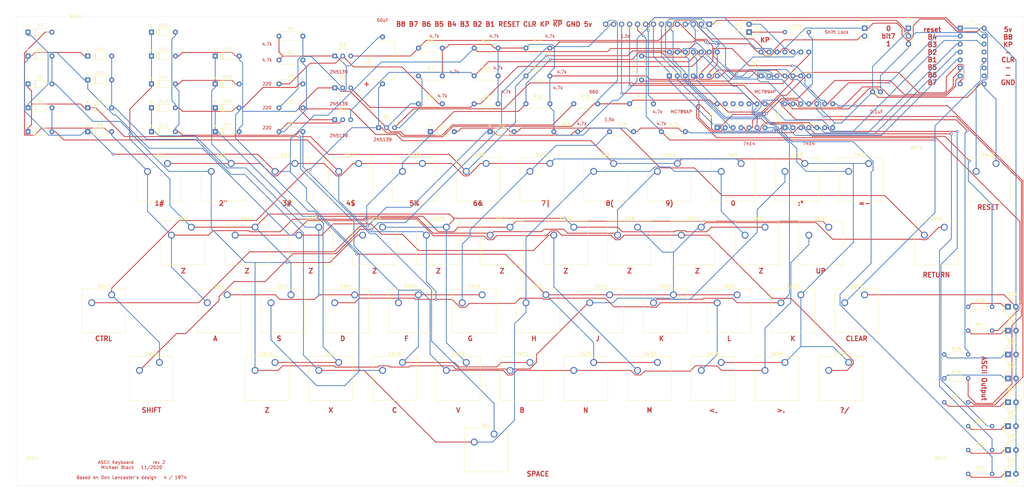
<source format=kicad_pcb>
(kicad_pcb (version 20171130) (host pcbnew 5.1.6-c6e7f7d~87~ubuntu16.04.1)
  (layers (0 F.Cu signal) (31 B.Cu signal) (34 B.Paste user) (35 F.Paste user) (36 B.SilkS user) (37 F.SilkS user) (38 B.Mask user) (39 F.Mask user) (44 Edge.Cuts user))
  (net 0 "")
  (net 1 +5V)
  (net 2 GND)
  (net 3 "Net-(C2-Pad2)")
  (net 4 "Net-(D1-Pad2)")
  (net 5 "Net-(D1-Pad1)")
  (net 6 "Net-(D2-Pad1)")
  (net 7 "Net-(D3-Pad2)")
  (net 8 "Net-(D3-Pad1)")
  (net 9 "Net-(D5-Pad2)")
  (net 10 "Net-(D11-Pad1)")
  (net 11 "Net-(D7-Pad2)")
  (net 12 "Net-(D10-Pad2)")
  (net 13 "Net-(D12-Pad2)")
  (net 14 "Net-(D12-Pad1)")
  (net 15 "Net-(D13-Pad2)")
  (net 16 "Net-(D14-Pad1)")
  (net 17 "Net-(D15-Pad2)")
  (net 18 "Net-(D17-Pad1)")
  (net 19 "Net-(D19-Pad1)")
  (net 20 B7)
  (net 21 B6)
  (net 22 KP)
  (net 23 B5)
  (net 24 "Net-(J1-Pad13)")
  (net 25 B1)
  (net 26 clear)
  (net 27 B2)
  (net 28 "Net-(J1-Pad11)")
  (net 29 B3)
  (net 30 "Net-(J1-Pad10)")
  (net 31 B4)
  (net 32 "Net-(Q1-Pad2)")
  (net 33 "Net-(Q2-Pad2)")
  (net 34 "Net-(Q3-Pad3)")
  (net 35 "Net-(Q3-Pad2)")
  (net 36 "Net-(Q4-Pad3)")
  (net 37 "Net-(R17-Pad1)")
  (net 38 "Net-(R18-Pad1)")
  (net 39 "Net-(U1-Pad6)")
  (net 40 "Net-(Q1-Pad3)")
  (net 41 "Net-(Q2-Pad3)")
  (net 42 reset)
  (net 43 "Net-(D21-Pad1)")
  (net 44 "Net-(D22-Pad1)")
  (net 45 "Net-(D23-Pad1)")
  (net 46 "Net-(D24-Pad1)")
  (net 47 "Net-(D25-Pad1)")
  (net 48 "Net-(D26-Pad1)")
  (net 49 "Net-(D27-Pad1)")
  (net 50 "Net-(D28-Pad1)")
  (net 51 "Net-(D29-Pad1)")
  (net 52 B8)
  (net 53 ~KP)
  (net 54 "Net-(JP2-Pad2)")
  (net 55 "Net-(R21-Pad2)")
  (net 56 "Net-(R22-Pad2)")
  (net 57 "Net-(R23-Pad2)")
  (net 58 "Net-(R24-Pad2)")
  (net 59 "Net-(R25-Pad2)")
  (net 60 "Net-(R26-Pad2)")
  (net 61 "Net-(R27-Pad2)")
  (net 62 "Net-(R28-Pad2)")
  (net 63 "Net-(U2-Pad7)")
  (module MountingHole:MountingHole_2.7mm_M2.5 (layer F.Cu) (at 5.08 144.78)
    (fp_text reference REF4 (at 0 -3.7) (layer F.SilkS))
    (fp_text value MountingHole_2.7mm_M2.5)
    (pad 1 np_thru_hole circle (at 0 0) (size 2.7 2.7) (drill 2.7) (layers *.Cu *.Mask))
  )
  (module MountingHole:MountingHole_2.7mm_M2.5 (layer F.Cu) (at 294.64 144.78)
    (fp_text reference REF3 (at 0 -3.7) (layer F.SilkS))
    (fp_text value MountingHole_2.7mm_M2.5)
    (pad 1 np_thru_hole circle (at 0 0) (size 2.7 2.7) (drill 2.7) (layers *.Cu *.Mask))
  )
  (module MountingHole:MountingHole_2.7mm_M2.5 (layer F.Cu) (at 287.02 45.72)
    (fp_text reference REF2 (at 0 -3.7) (layer F.SilkS))
    (fp_text value MountingHole_2.7mm_M2.5)
    (pad 1 np_thru_hole circle (at 0 0) (size 2.7 2.7) (drill 2.7) (layers *.Cu *.Mask))
  )
  (module MountingHole:MountingHole_2.7mm_M2.5 (layer F.Cu) (at 19.05 3.81)
    (fp_text reference REF1 (at 0 -3.7) (layer F.SilkS))
    (fp_text value MountingHole_2.7mm_M2.5)
    (pad 1 np_thru_hole circle (at 0 0) (size 2.7 2.7) (drill 2.7) (layers *.Cu *.Mask))
  )
  (module Package_TO_SOT_THT:TO-92_Inline_Wide (layer F.Cu) (at 115.57 35.56)
    (fp_text reference Q4 (at 2.54 -3.56) (layer F.SilkS))
    (fp_text value 2N5139)
    (pad 1 thru_hole rect (at 0 0 90) (size 1.5 1.5) (drill 0.8) (layers *.Cu *.Mask) (net 1 +5V))
    (pad 3 thru_hole circle (at 5.08 0 90) (size 1.5 1.5) (drill 0.8) (layers *.Cu *.Mask) (net 36 "Net-(Q4-Pad3)"))
    (pad 2 thru_hole circle (at 2.54 0 90) (size 1.5 1.5) (drill 0.8) (layers *.Cu *.Mask) (net 3 "Net-(C2-Pad2)"))
  )
  (module Package_TO_SOT_THT:TO-92_Inline_Wide (layer F.Cu) (at 101.6 12.7)
    (fp_text reference Q3 (at 2.54 -3.56) (layer F.SilkS))
    (fp_text value 2N5139)
    (pad 1 thru_hole rect (at 0 0 90) (size 1.5 1.5) (drill 0.8) (layers *.Cu *.Mask) (net 3 "Net-(C2-Pad2)"))
    (pad 3 thru_hole circle (at 5.08 0 90) (size 1.5 1.5) (drill 0.8) (layers *.Cu *.Mask) (net 34 "Net-(Q3-Pad3)"))
    (pad 2 thru_hole circle (at 2.54 0 90) (size 1.5 1.5) (drill 0.8) (layers *.Cu *.Mask) (net 35 "Net-(Q3-Pad2)"))
  )
  (module Package_TO_SOT_THT:TO-92_Inline_Wide (layer F.Cu) (at 101.6 22.86)
    (fp_text reference Q2 (at 2.54 -3.56) (layer F.SilkS))
    (fp_text value 2N5139)
    (pad 1 thru_hole rect (at 0 0 90) (size 1.5 1.5) (drill 0.8) (layers *.Cu *.Mask) (net 3 "Net-(C2-Pad2)"))
    (pad 3 thru_hole circle (at 5.08 0 90) (size 1.5 1.5) (drill 0.8) (layers *.Cu *.Mask) (net 41 "Net-(Q2-Pad3)"))
    (pad 2 thru_hole circle (at 2.54 0 90) (size 1.5 1.5) (drill 0.8) (layers *.Cu *.Mask) (net 33 "Net-(Q2-Pad2)"))
  )
  (module Package_TO_SOT_THT:TO-92_Inline_Wide (layer F.Cu) (at 101.6 33.02)
    (fp_text reference Q1 (at 2.54 -3.56) (layer F.SilkS))
    (fp_text value 2N5139)
    (pad 1 thru_hole rect (at 0 0 90) (size 1.5 1.5) (drill 0.8) (layers *.Cu *.Mask) (net 3 "Net-(C2-Pad2)"))
    (pad 3 thru_hole circle (at 5.08 0 90) (size 1.5 1.5) (drill 0.8) (layers *.Cu *.Mask) (net 40 "Net-(Q1-Pad3)"))
    (pad 2 thru_hole circle (at 2.54 0 90) (size 1.5 1.5) (drill 0.8) (layers *.Cu *.Mask) (net 32 "Net-(Q1-Pad2)"))
  )
  (module Package_DIP:DIP-14_W7.62mm (layer F.Cu) (at 223.52 35.56 90)
    (fp_text reference U4 (at 3.81 -2.33 90) (layer F.SilkS))
    (fp_text value 74LS14)
    (pad 14 thru_hole oval (at 7.62 0 90) (size 1.6 1.6) (drill 0.8) (layers *.Cu *.Mask) (net 1 +5V))
    (pad 7 thru_hole oval (at 0 15.24 90) (size 1.6 1.6) (drill 0.8) (layers *.Cu *.Mask) (net 2 GND))
    (pad 13 thru_hole oval (at 7.62 2.54 90) (size 1.6 1.6) (drill 0.8) (layers *.Cu *.Mask))
    (pad 6 thru_hole oval (at 0 12.7 90) (size 1.6 1.6) (drill 0.8) (layers *.Cu *.Mask) (net 53 ~KP))
    (pad 12 thru_hole oval (at 7.62 5.08 90) (size 1.6 1.6) (drill 0.8) (layers *.Cu *.Mask))
    (pad 5 thru_hole oval (at 0 10.16 90) (size 1.6 1.6) (drill 0.8) (layers *.Cu *.Mask) (net 63 "Net-(U2-Pad7)"))
    (pad 11 thru_hole oval (at 7.62 7.62 90) (size 1.6 1.6) (drill 0.8) (layers *.Cu *.Mask))
    (pad 4 thru_hole oval (at 0 7.62 90) (size 1.6 1.6) (drill 0.8) (layers *.Cu *.Mask) (net 62 "Net-(R28-Pad2)"))
    (pad 10 thru_hole oval (at 7.62 10.16 90) (size 1.6 1.6) (drill 0.8) (layers *.Cu *.Mask))
    (pad 3 thru_hole oval (at 0 5.08 90) (size 1.6 1.6) (drill 0.8) (layers *.Cu *.Mask) (net 52 B8))
    (pad 9 thru_hole oval (at 7.62 12.7 90) (size 1.6 1.6) (drill 0.8) (layers *.Cu *.Mask) (net 53 ~KP))
    (pad 2 thru_hole oval (at 0 2.54 90) (size 1.6 1.6) (drill 0.8) (layers *.Cu *.Mask) (net 61 "Net-(R27-Pad2)"))
    (pad 8 thru_hole oval (at 7.62 15.24 90) (size 1.6 1.6) (drill 0.8) (layers *.Cu *.Mask) (net 22 KP))
    (pad 1 thru_hole rect (at 0 0 90) (size 1.6 1.6) (drill 0.8) (layers *.Cu *.Mask) (net 20 B7))
  )
  (module Package_DIP:DIP-14_W7.62mm (layer F.Cu) (at 245.11 35.56 90)
    (fp_text reference U3 (at 3.81 -2.33 90) (layer F.SilkS))
    (fp_text value 74LS14)
    (pad 14 thru_hole oval (at 7.62 0 90) (size 1.6 1.6) (drill 0.8) (layers *.Cu *.Mask) (net 1 +5V))
    (pad 7 thru_hole oval (at 0 15.24 90) (size 1.6 1.6) (drill 0.8) (layers *.Cu *.Mask) (net 2 GND))
    (pad 13 thru_hole oval (at 7.62 2.54 90) (size 1.6 1.6) (drill 0.8) (layers *.Cu *.Mask) (net 21 B6))
    (pad 6 thru_hole oval (at 0 12.7 90) (size 1.6 1.6) (drill 0.8) (layers *.Cu *.Mask) (net 57 "Net-(R23-Pad2)"))
    (pad 12 thru_hole oval (at 7.62 5.08 90) (size 1.6 1.6) (drill 0.8) (layers *.Cu *.Mask) (net 60 "Net-(R26-Pad2)"))
    (pad 5 thru_hole oval (at 0 10.16 90) (size 1.6 1.6) (drill 0.8) (layers *.Cu *.Mask) (net 29 B3))
    (pad 11 thru_hole oval (at 7.62 7.62 90) (size 1.6 1.6) (drill 0.8) (layers *.Cu *.Mask) (net 23 B5))
    (pad 4 thru_hole oval (at 0 7.62 90) (size 1.6 1.6) (drill 0.8) (layers *.Cu *.Mask) (net 56 "Net-(R22-Pad2)"))
    (pad 10 thru_hole oval (at 7.62 10.16 90) (size 1.6 1.6) (drill 0.8) (layers *.Cu *.Mask) (net 59 "Net-(R25-Pad2)"))
    (pad 3 thru_hole oval (at 0 5.08 90) (size 1.6 1.6) (drill 0.8) (layers *.Cu *.Mask) (net 27 B2))
    (pad 9 thru_hole oval (at 7.62 12.7 90) (size 1.6 1.6) (drill 0.8) (layers *.Cu *.Mask) (net 31 B4))
    (pad 2 thru_hole oval (at 0 2.54 90) (size 1.6 1.6) (drill 0.8) (layers *.Cu *.Mask) (net 55 "Net-(R21-Pad2)"))
    (pad 8 thru_hole oval (at 7.62 15.24 90) (size 1.6 1.6) (drill 0.8) (layers *.Cu *.Mask) (net 58 "Net-(R24-Pad2)"))
    (pad 1 thru_hole rect (at 0 0 90) (size 1.6 1.6) (drill 0.8) (layers *.Cu *.Mask) (net 25 B1))
  )
  (module Resistor_THT:R_Axial_DIN0204_L3.6mm_D1.6mm_P7.62mm_Horizontal (layer F.Cu) (at 245.11 5.08)
    (fp_text reference R29 (at 3.81 -1.92) (layer F.SilkS))
    (fp_text value R)
    (pad 2 thru_hole oval (at 7.62 0) (size 1.4 1.4) (drill 0.7) (layers *.Cu *.Mask) (net 53 ~KP))
    (pad 1 thru_hole circle (at 0 0) (size 1.4 1.4) (drill 0.7) (layers *.Cu *.Mask) (net 51 "Net-(D29-Pad1)"))
  )
  (module Resistor_THT:R_Axial_DIN0204_L3.6mm_D1.6mm_P7.62mm_Horizontal (layer F.Cu) (at 303.53 92.71)
    (fp_text reference R28 (at 3.81 -1.92) (layer F.SilkS))
    (fp_text value R)
    (pad 2 thru_hole oval (at 7.62 0) (size 1.4 1.4) (drill 0.7) (layers *.Cu *.Mask) (net 62 "Net-(R28-Pad2)"))
    (pad 1 thru_hole circle (at 0 0) (size 1.4 1.4) (drill 0.7) (layers *.Cu *.Mask) (net 50 "Net-(D28-Pad1)"))
  )
  (module Resistor_THT:R_Axial_DIN0204_L3.6mm_D1.6mm_P7.62mm_Horizontal (layer F.Cu) (at 303.53 100.33)
    (fp_text reference R27 (at 3.81 -1.92) (layer F.SilkS))
    (fp_text value R)
    (pad 2 thru_hole oval (at 7.62 0) (size 1.4 1.4) (drill 0.7) (layers *.Cu *.Mask) (net 61 "Net-(R27-Pad2)"))
    (pad 1 thru_hole circle (at 0 0) (size 1.4 1.4) (drill 0.7) (layers *.Cu *.Mask) (net 49 "Net-(D27-Pad1)"))
  )
  (module Resistor_THT:R_Axial_DIN0204_L3.6mm_D1.6mm_P7.62mm_Horizontal (layer F.Cu) (at 295.91 107.95)
    (fp_text reference R26 (at 3.81 -1.92) (layer F.SilkS))
    (fp_text value R)
    (pad 2 thru_hole oval (at 7.62 0) (size 1.4 1.4) (drill 0.7) (layers *.Cu *.Mask) (net 60 "Net-(R26-Pad2)"))
    (pad 1 thru_hole circle (at 0 0) (size 1.4 1.4) (drill 0.7) (layers *.Cu *.Mask) (net 48 "Net-(D26-Pad1)"))
  )
  (module Resistor_THT:R_Axial_DIN0204_L3.6mm_D1.6mm_P7.62mm_Horizontal (layer F.Cu) (at 295.91 115.57)
    (fp_text reference R25 (at 3.81 -1.92) (layer F.SilkS))
    (fp_text value R)
    (pad 2 thru_hole oval (at 7.62 0) (size 1.4 1.4) (drill 0.7) (layers *.Cu *.Mask) (net 59 "Net-(R25-Pad2)"))
    (pad 1 thru_hole circle (at 0 0) (size 1.4 1.4) (drill 0.7) (layers *.Cu *.Mask) (net 47 "Net-(D25-Pad1)"))
  )
  (module Resistor_THT:R_Axial_DIN0204_L3.6mm_D1.6mm_P7.62mm_Horizontal (layer F.Cu) (at 295.91 123.19)
    (fp_text reference R24 (at 3.81 -1.92) (layer F.SilkS))
    (fp_text value R)
    (pad 2 thru_hole oval (at 7.62 0) (size 1.4 1.4) (drill 0.7) (layers *.Cu *.Mask) (net 58 "Net-(R24-Pad2)"))
    (pad 1 thru_hole circle (at 0 0) (size 1.4 1.4) (drill 0.7) (layers *.Cu *.Mask) (net 46 "Net-(D24-Pad1)"))
  )
  (module Resistor_THT:R_Axial_DIN0204_L3.6mm_D1.6mm_P7.62mm_Horizontal (layer F.Cu) (at 303.53 130.81)
    (fp_text reference R23 (at 3.81 -1.92) (layer F.SilkS))
    (fp_text value R)
    (pad 2 thru_hole oval (at 7.62 0) (size 1.4 1.4) (drill 0.7) (layers *.Cu *.Mask) (net 57 "Net-(R23-Pad2)"))
    (pad 1 thru_hole circle (at 0 0) (size 1.4 1.4) (drill 0.7) (layers *.Cu *.Mask) (net 45 "Net-(D23-Pad1)"))
  )
  (module Resistor_THT:R_Axial_DIN0204_L3.6mm_D1.6mm_P7.62mm_Horizontal (layer F.Cu) (at 303.53 138.43)
    (fp_text reference R22 (at 3.81 -1.92) (layer F.SilkS))
    (fp_text value R)
    (pad 2 thru_hole oval (at 7.62 0) (size 1.4 1.4) (drill 0.7) (layers *.Cu *.Mask) (net 56 "Net-(R22-Pad2)"))
    (pad 1 thru_hole circle (at 0 0) (size 1.4 1.4) (drill 0.7) (layers *.Cu *.Mask) (net 44 "Net-(D22-Pad1)"))
  )
  (module Resistor_THT:R_Axial_DIN0204_L3.6mm_D1.6mm_P7.62mm_Horizontal (layer F.Cu) (at 303.53 146.05)
    (fp_text reference R21 (at 3.81 -1.92) (layer F.SilkS))
    (fp_text value R)
    (pad 2 thru_hole oval (at 7.62 0) (size 1.4 1.4) (drill 0.7) (layers *.Cu *.Mask) (net 55 "Net-(R21-Pad2)"))
    (pad 1 thru_hole circle (at 0 0) (size 1.4 1.4) (drill 0.7) (layers *.Cu *.Mask) (net 43 "Net-(D21-Pad1)"))
  )
  (module Resistor_THT:R_Axial_DIN0207_L6.3mm_D2.5mm_P7.62mm_Horizontal (layer F.Cu) (at 205.74 36.83)
    (fp_text reference R20 (at 3.81 -2.37) (layer F.SilkS))
    (fp_text value 4.7k)
    (pad 2 thru_hole oval (at 7.62 0) (size 1.6 1.6) (drill 0.8) (layers *.Cu *.Mask) (net 2 GND))
    (pad 1 thru_hole circle (at 0 0) (size 1.6 1.6) (drill 0.8) (layers *.Cu *.Mask) (net 26 clear))
  )
  (module Resistor_THT:R_Axial_DIN0207_L6.3mm_D2.5mm_P7.62mm_Horizontal (layer F.Cu) (at 195.58 27.94)
    (fp_text reference R19 (at 3.81 -2.37) (layer F.SilkS))
    (fp_text value 4.7k)
    (pad 2 thru_hole oval (at 7.62 0) (size 1.6 1.6) (drill 0.8) (layers *.Cu *.Mask) (net 42 reset))
    (pad 1 thru_hole circle (at 0 0) (size 1.6 1.6) (drill 0.8) (layers *.Cu *.Mask) (net 1 +5V))
  )
  (module Resistor_THT:R_Axial_DIN0207_L6.3mm_D2.5mm_P7.62mm_Horizontal (layer F.Cu) (at 189.23 36.83)
    (fp_text reference R18 (at 3.81 -2.37) (layer F.SilkS))
    (fp_text value 1.5k)
    (pad 2 thru_hole oval (at 7.62 0) (size 1.6 1.6) (drill 0.8) (layers *.Cu *.Mask) (net 2 GND))
    (pad 1 thru_hole circle (at 0 0) (size 1.6 1.6) (drill 0.8) (layers *.Cu *.Mask) (net 38 "Net-(R18-Pad1)"))
  )
  (module Resistor_THT:R_Axial_DIN0207_L6.3mm_D2.5mm_P7.62mm_Horizontal (layer F.Cu) (at 199.39 20.32 90)
    (fp_text reference R17 (at 3.81 -2.37 90) (layer F.SilkS))
    (fp_text value 1.5k)
    (pad 2 thru_hole oval (at 7.62 0 90) (size 1.6 1.6) (drill 0.8) (layers *.Cu *.Mask) (net 21 B6))
    (pad 1 thru_hole circle (at 0 0 90) (size 1.6 1.6) (drill 0.8) (layers *.Cu *.Mask) (net 37 "Net-(R17-Pad1)"))
  )
  (module Resistor_THT:R_Axial_DIN0207_L6.3mm_D2.5mm_P7.62mm_Horizontal (layer F.Cu) (at 177.8 27.94)
    (fp_text reference R16 (at 3.81 -2.37) (layer F.SilkS))
    (fp_text value 560)
    (pad 2 thru_hole oval (at 7.62 0) (size 1.6 1.6) (drill 0.8) (layers *.Cu *.Mask) (net 1 +5V))
    (pad 1 thru_hole circle (at 0 0) (size 1.6 1.6) (drill 0.8) (layers *.Cu *.Mask) (net 3 "Net-(C2-Pad2)"))
  )
  (module Resistor_THT:R_Axial_DIN0207_L6.3mm_D2.5mm_P7.62mm_Horizontal (layer F.Cu) (at 171.45 36.83)
    (fp_text reference R15 (at 3.81 -2.37) (layer F.SilkS))
    (fp_text value 4.7k)
    (pad 2 thru_hole oval (at 7.62 0) (size 1.6 1.6) (drill 0.8) (layers *.Cu *.Mask) (net 6 "Net-(D2-Pad1)"))
    (pad 1 thru_hole circle (at 0 0) (size 1.6 1.6) (drill 0.8) (layers *.Cu *.Mask) (net 2 GND))
  )
  (module Resistor_THT:R_Axial_DIN0207_L6.3mm_D2.5mm_P7.62mm_Horizontal (layer F.Cu) (at 162.56 10.16)
    (fp_text reference R14 (at 3.81 -2.37) (layer F.SilkS))
    (fp_text value 4.7k)
    (pad 2 thru_hole oval (at 7.62 0) (size 1.6 1.6) (drill 0.8) (layers *.Cu *.Mask) (net 54 "Net-(JP2-Pad2)"))
    (pad 1 thru_hole circle (at 0 0) (size 1.6 1.6) (drill 0.8) (layers *.Cu *.Mask) (net 2 GND))
  )
  (module Resistor_THT:R_Axial_DIN0207_L6.3mm_D2.5mm_P7.62mm_Horizontal (layer F.Cu) (at 162.56 19.05)
    (fp_text reference R13 (at 3.81 -2.37) (layer F.SilkS))
    (fp_text value 4.7k)
    (pad 2 thru_hole oval (at 7.62 0) (size 1.6 1.6) (drill 0.8) (layers *.Cu *.Mask) (net 2 GND))
    (pad 1 thru_hole circle (at 0 0) (size 1.6 1.6) (drill 0.8) (layers *.Cu *.Mask) (net 8 "Net-(D3-Pad1)"))
  )
  (module Resistor_THT:R_Axial_DIN0207_L6.3mm_D2.5mm_P7.62mm_Horizontal (layer F.Cu) (at 162.56 27.94)
    (fp_text reference R12 (at 3.81 -2.37) (layer F.SilkS))
    (fp_text value 4.7k)
    (pad 2 thru_hole oval (at 7.62 0) (size 1.6 1.6) (drill 0.8) (layers *.Cu *.Mask) (net 2 GND))
    (pad 1 thru_hole circle (at 0 0) (size 1.6 1.6) (drill 0.8) (layers *.Cu *.Mask) (net 5 "Net-(D1-Pad1)"))
  )
  (module Resistor_THT:R_Axial_DIN0207_L6.3mm_D2.5mm_P7.62mm_Horizontal (layer F.Cu) (at 146.05 10.16)
    (fp_text reference R11 (at 3.81 -2.37) (layer F.SilkS))
    (fp_text value 4.7k)
    (pad 2 thru_hole oval (at 7.62 0) (size 1.6 1.6) (drill 0.8) (layers *.Cu *.Mask) (net 2 GND))
    (pad 1 thru_hole circle (at 0 0) (size 1.6 1.6) (drill 0.8) (layers *.Cu *.Mask) (net 10 "Net-(D11-Pad1)"))
  )
  (module Resistor_THT:R_Axial_DIN0207_L6.3mm_D2.5mm_P7.62mm_Horizontal (layer F.Cu) (at 146.05 19.05)
    (fp_text reference R10 (at 3.81 -2.37) (layer F.SilkS))
    (fp_text value 4.7k)
    (pad 2 thru_hole oval (at 7.62 0) (size 1.6 1.6) (drill 0.8) (layers *.Cu *.Mask) (net 2 GND))
    (pad 1 thru_hole circle (at 0 0) (size 1.6 1.6) (drill 0.8) (layers *.Cu *.Mask) (net 40 "Net-(Q1-Pad3)"))
  )
  (module Resistor_THT:R_Axial_DIN0207_L6.3mm_D2.5mm_P7.62mm_Horizontal (layer F.Cu) (at 146.05 27.94)
    (fp_text reference R9 (at 3.81 -2.37) (layer F.SilkS))
    (fp_text value 4.7k)
    (pad 2 thru_hole oval (at 7.62 0) (size 1.6 1.6) (drill 0.8) (layers *.Cu *.Mask) (net 2 GND))
    (pad 1 thru_hole circle (at 0 0) (size 1.6 1.6) (drill 0.8) (layers *.Cu *.Mask) (net 41 "Net-(Q2-Pad3)"))
  )
  (module Resistor_THT:R_Axial_DIN0207_L6.3mm_D2.5mm_P7.62mm_Horizontal (layer F.Cu) (at 128.27 10.16)
    (fp_text reference R8 (at 3.81 -2.37) (layer F.SilkS))
    (fp_text value 4.7k)
    (pad 2 thru_hole oval (at 7.62 0) (size 1.6 1.6) (drill 0.8) (layers *.Cu *.Mask) (net 2 GND))
    (pad 1 thru_hole circle (at 0 0) (size 1.6 1.6) (drill 0.8) (layers *.Cu *.Mask) (net 34 "Net-(Q3-Pad3)"))
  )
  (module Resistor_THT:R_Axial_DIN0207_L6.3mm_D2.5mm_P7.62mm_Horizontal (layer F.Cu) (at 128.27 19.05)
    (fp_text reference R7 (at 3.81 -2.37) (layer F.SilkS))
    (fp_text value 4.7k)
    (pad 2 thru_hole oval (at 7.62 0) (size 1.6 1.6) (drill 0.8) (layers *.Cu *.Mask) (net 2 GND))
    (pad 1 thru_hole circle (at 0 0) (size 1.6 1.6) (drill 0.8) (layers *.Cu *.Mask) (net 36 "Net-(Q4-Pad3)"))
  )
  (module Resistor_THT:R_Axial_DIN0207_L6.3mm_D2.5mm_P7.62mm_Horizontal (layer F.Cu) (at 128.27 27.94)
    (fp_text reference R6 (at 3.81 -2.37) (layer F.SilkS))
    (fp_text value 4.7k)
    (pad 2 thru_hole oval (at 7.62 0) (size 1.6 1.6) (drill 0.8) (layers *.Cu *.Mask) (net 35 "Net-(Q3-Pad2)"))
    (pad 1 thru_hole circle (at 0 0) (size 1.6 1.6) (drill 0.8) (layers *.Cu *.Mask) (net 3 "Net-(C2-Pad2)"))
  )
  (module Resistor_THT:R_Axial_DIN0207_L6.3mm_D2.5mm_P7.62mm_Horizontal (layer F.Cu) (at 83.82 6.35)
    (fp_text reference R5 (at 3.81 -2.37) (layer F.SilkS))
    (fp_text value 4.7k)
    (pad 2 thru_hole oval (at 7.62 0) (size 1.6 1.6) (drill 0.8) (layers *.Cu *.Mask) (net 33 "Net-(Q2-Pad2)"))
    (pad 1 thru_hole circle (at 0 0) (size 1.6 1.6) (drill 0.8) (layers *.Cu *.Mask) (net 3 "Net-(C2-Pad2)"))
  )
  (module Resistor_THT:R_Axial_DIN0207_L6.3mm_D2.5mm_P7.62mm_Horizontal (layer F.Cu) (at 83.82 13.97)
    (fp_text reference R4 (at 3.81 -2.37) (layer F.SilkS))
    (fp_text value 4.7k)
    (pad 2 thru_hole oval (at 7.62 0) (size 1.6 1.6) (drill 0.8) (layers *.Cu *.Mask) (net 32 "Net-(Q1-Pad2)"))
    (pad 1 thru_hole circle (at 0 0) (size 1.6 1.6) (drill 0.8) (layers *.Cu *.Mask) (net 3 "Net-(C2-Pad2)"))
  )
  (module Resistor_THT:R_Axial_DIN0207_L6.3mm_D2.5mm_P7.62mm_Horizontal (layer F.Cu) (at 83.82 21.59)
    (fp_text reference R3 (at 3.81 -2.37) (layer F.SilkS))
    (fp_text value 220)
    (pad 2 thru_hole oval (at 7.62 0) (size 1.6 1.6) (drill 0.8) (layers *.Cu *.Mask) (net 15 "Net-(D13-Pad2)"))
    (pad 1 thru_hole circle (at 0 0) (size 1.6 1.6) (drill 0.8) (layers *.Cu *.Mask) (net 35 "Net-(Q3-Pad2)"))
  )
  (module Resistor_THT:R_Axial_DIN0207_L6.3mm_D2.5mm_P7.62mm_Horizontal (layer F.Cu) (at 83.82 29.21)
    (fp_text reference R2 (at 3.81 -2.37) (layer F.SilkS))
    (fp_text value 220)
    (pad 2 thru_hole oval (at 7.62 0) (size 1.6 1.6) (drill 0.8) (layers *.Cu *.Mask) (net 17 "Net-(D15-Pad2)"))
    (pad 1 thru_hole circle (at 0 0) (size 1.6 1.6) (drill 0.8) (layers *.Cu *.Mask) (net 33 "Net-(Q2-Pad2)"))
  )
  (module Resistor_THT:R_Axial_DIN0207_L6.3mm_D2.5mm_P7.62mm_Horizontal (layer F.Cu) (at 83.82 36.83)
    (fp_text reference R1 (at 3.81 -2.37) (layer F.SilkS))
    (fp_text value 220)
    (pad 2 thru_hole oval (at 7.62 0) (size 1.6 1.6) (drill 0.8) (layers *.Cu *.Mask) (net 13 "Net-(D12-Pad2)"))
    (pad 1 thru_hole circle (at 0 0) (size 1.6 1.6) (drill 0.8) (layers *.Cu *.Mask) (net 32 "Net-(Q1-Pad2)"))
  )
  (module Connector_PinHeader_2.54mm:PinHeader_1x02_P2.54mm_Vertical (layer F.Cu) (at 270.51 3.81)
    (fp_text reference JP2 (at 0 -2.33) (layer F.SilkS))
    (fp_text value ShiftLock)
    (pad 2 thru_hole oval (at 0 2.54) (size 1.7 1.7) (drill 1) (layers *.Cu *.Mask) (net 54 "Net-(JP2-Pad2)"))
    (pad 1 thru_hole rect (at 0 0) (size 1.7 1.7) (drill 1) (layers *.Cu *.Mask) (net 1 +5V))
  )
  (module Connector_PinHeader_2.54mm:PinHeader_1x14_P2.54mm_Vertical (layer F.Cu) (at 220.98 2.54 270)
    (fp_text reference J2 (at 0 -2.33 90) (layer F.SilkS))
    (fp_text value Conn_01x14_Female)
    (pad 14 thru_hole oval (at 0 33.02 270) (size 1.7 1.7) (drill 1) (layers *.Cu *.Mask) (net 1 +5V))
    (pad 13 thru_hole oval (at 0 30.48 270) (size 1.7 1.7) (drill 1) (layers *.Cu *.Mask) (net 2 GND))
    (pad 12 thru_hole oval (at 0 27.94 270) (size 1.7 1.7) (drill 1) (layers *.Cu *.Mask) (net 53 ~KP))
    (pad 11 thru_hole oval (at 0 25.4 270) (size 1.7 1.7) (drill 1) (layers *.Cu *.Mask) (net 22 KP))
    (pad 10 thru_hole oval (at 0 22.86 270) (size 1.7 1.7) (drill 1) (layers *.Cu *.Mask) (net 26 clear))
    (pad 9 thru_hole oval (at 0 20.32 270) (size 1.7 1.7) (drill 1) (layers *.Cu *.Mask) (net 42 reset))
    (pad 8 thru_hole oval (at 0 17.78 270) (size 1.7 1.7) (drill 1) (layers *.Cu *.Mask) (net 25 B1))
    (pad 7 thru_hole oval (at 0 15.24 270) (size 1.7 1.7) (drill 1) (layers *.Cu *.Mask) (net 27 B2))
    (pad 6 thru_hole oval (at 0 12.7 270) (size 1.7 1.7) (drill 1) (layers *.Cu *.Mask) (net 29 B3))
    (pad 5 thru_hole oval (at 0 10.16 270) (size 1.7 1.7) (drill 1) (layers *.Cu *.Mask) (net 31 B4))
    (pad 4 thru_hole oval (at 0 7.62 270) (size 1.7 1.7) (drill 1) (layers *.Cu *.Mask) (net 23 B5))
    (pad 3 thru_hole oval (at 0 5.08 270) (size 1.7 1.7) (drill 1) (layers *.Cu *.Mask) (net 21 B6))
    (pad 2 thru_hole oval (at 0 2.54 270) (size 1.7 1.7) (drill 1) (layers *.Cu *.Mask) (net 20 B7))
    (pad 1 thru_hole rect (at 0 0 270) (size 1.7 1.7) (drill 1) (layers *.Cu *.Mask) (net 52 B8))
  )
  (module LED_THT:LED_D5.0mm (layer F.Cu) (at 233.68 5.08 90)
    (fp_text reference D29 (at 1.27 -3.96 90) (layer F.SilkS))
    (fp_text value LED)
    (pad 2 thru_hole circle (at 2.54 0 90) (size 1.8 1.8) (drill 0.9) (layers *.Cu *.Mask) (net 1 +5V))
    (pad 1 thru_hole rect (at 0 0 90) (size 1.8 1.8) (drill 0.9) (layers *.Cu *.Mask) (net 51 "Net-(D29-Pad1)"))
  )
  (module LED_THT:LED_D5.0mm (layer F.Cu) (at 316.23 92.71)
    (fp_text reference D28 (at 1.27 -3.96) (layer F.SilkS))
    (fp_text value LED)
    (pad 2 thru_hole circle (at 2.54 0) (size 1.8 1.8) (drill 0.9) (layers *.Cu *.Mask) (net 1 +5V))
    (pad 1 thru_hole rect (at 0 0) (size 1.8 1.8) (drill 0.9) (layers *.Cu *.Mask) (net 50 "Net-(D28-Pad1)"))
  )
  (module LED_THT:LED_D5.0mm (layer F.Cu) (at 316.23 100.33)
    (fp_text reference D27 (at 1.27 -3.96) (layer F.SilkS))
    (fp_text value LED)
    (pad 1 thru_hole rect (at 0 0) (size 1.8 1.8) (drill 0.9) (layers *.Cu *.Mask) (net 49 "Net-(D27-Pad1)"))
    (pad 2 thru_hole circle (at 2.54 0) (size 1.8 1.8) (drill 0.9) (layers *.Cu *.Mask) (net 1 +5V))
  )
  (module LED_THT:LED_D5.0mm (layer F.Cu) (at 316.23 107.95)
    (fp_text reference D26 (at 1.27 -3.96) (layer F.SilkS))
    (fp_text value LED)
    (pad 2 thru_hole circle (at 2.54 0) (size 1.8 1.8) (drill 0.9) (layers *.Cu *.Mask) (net 1 +5V))
    (pad 1 thru_hole rect (at 0 0) (size 1.8 1.8) (drill 0.9) (layers *.Cu *.Mask) (net 48 "Net-(D26-Pad1)"))
  )
  (module LED_THT:LED_D5.0mm (layer F.Cu) (at 316.23 115.57)
    (fp_text reference D25 (at 1.27 -3.96) (layer F.SilkS))
    (fp_text value LED)
    (pad 2 thru_hole circle (at 2.54 0) (size 1.8 1.8) (drill 0.9) (layers *.Cu *.Mask) (net 1 +5V))
    (pad 1 thru_hole rect (at 0 0) (size 1.8 1.8) (drill 0.9) (layers *.Cu *.Mask) (net 47 "Net-(D25-Pad1)"))
  )
  (module LED_THT:LED_D5.0mm (layer F.Cu) (at 316.23 123.19)
    (fp_text reference D24 (at 1.27 -3.96) (layer F.SilkS))
    (fp_text value LED)
    (pad 2 thru_hole circle (at 2.54 0) (size 1.8 1.8) (drill 0.9) (layers *.Cu *.Mask) (net 1 +5V))
    (pad 1 thru_hole rect (at 0 0) (size 1.8 1.8) (drill 0.9) (layers *.Cu *.Mask) (net 46 "Net-(D24-Pad1)"))
  )
  (module LED_THT:LED_D5.0mm (layer F.Cu) (at 316.23 130.81)
    (fp_text reference D23 (at 1.27 -3.96) (layer F.SilkS))
    (fp_text value LED)
    (pad 2 thru_hole circle (at 2.54 0) (size 1.8 1.8) (drill 0.9) (layers *.Cu *.Mask) (net 1 +5V))
    (pad 1 thru_hole rect (at 0 0) (size 1.8 1.8) (drill 0.9) (layers *.Cu *.Mask) (net 45 "Net-(D23-Pad1)"))
  )
  (module LED_THT:LED_D5.0mm (layer F.Cu) (at 316.23 138.43)
    (fp_text reference D22 (at 1.27 -3.96) (layer F.SilkS))
    (fp_text value LED)
    (pad 2 thru_hole circle (at 2.54 0) (size 1.8 1.8) (drill 0.9) (layers *.Cu *.Mask) (net 1 +5V))
    (pad 1 thru_hole rect (at 0 0) (size 1.8 1.8) (drill 0.9) (layers *.Cu *.Mask) (net 44 "Net-(D22-Pad1)"))
  )
  (module LED_THT:LED_D5.0mm (layer F.Cu) (at 316.23 146.05)
    (fp_text reference D21 (at 1.27 -3.96) (layer F.SilkS))
    (fp_text value LED)
    (pad 2 thru_hole circle (at 2.54 0) (size 1.8 1.8) (drill 0.9) (layers *.Cu *.Mask) (net 1 +5V))
    (pad 1 thru_hole rect (at 0 0) (size 1.8 1.8) (drill 0.9) (layers *.Cu *.Mask) (net 43 "Net-(D21-Pad1)"))
  )
  (module Package_DIP:DIP-16_W7.62mm (layer F.Cu) (at 300.99 3.81)
    (fp_text reference J1 (at 3.81 -2.33) (layer F.SilkS))
    (fp_text value Output)
    (pad 16 thru_hole oval (at 7.62 0) (size 1.6 1.6) (drill 0.8) (layers *.Cu *.Mask) (net 1 +5V))
    (pad 8 thru_hole oval (at 0 17.78) (size 1.6 1.6) (drill 0.8) (layers *.Cu *.Mask) (net 20 B7))
    (pad 15 thru_hole oval (at 7.62 2.54) (size 1.6 1.6) (drill 0.8) (layers *.Cu *.Mask) (net 52 B8))
    (pad 7 thru_hole oval (at 0 15.24) (size 1.6 1.6) (drill 0.8) (layers *.Cu *.Mask) (net 21 B6))
    (pad 14 thru_hole oval (at 7.62 5.08) (size 1.6 1.6) (drill 0.8) (layers *.Cu *.Mask) (net 22 KP))
    (pad 6 thru_hole oval (at 0 12.7) (size 1.6 1.6) (drill 0.8) (layers *.Cu *.Mask) (net 23 B5))
    (pad 13 thru_hole oval (at 7.62 7.62) (size 1.6 1.6) (drill 0.8) (layers *.Cu *.Mask) (net 24 "Net-(J1-Pad13)"))
    (pad 5 thru_hole oval (at 0 10.16) (size 1.6 1.6) (drill 0.8) (layers *.Cu *.Mask) (net 25 B1))
    (pad 12 thru_hole oval (at 7.62 10.16) (size 1.6 1.6) (drill 0.8) (layers *.Cu *.Mask) (net 26 clear))
    (pad 4 thru_hole oval (at 0 7.62) (size 1.6 1.6) (drill 0.8) (layers *.Cu *.Mask) (net 27 B2))
    (pad 11 thru_hole oval (at 7.62 12.7) (size 1.6 1.6) (drill 0.8) (layers *.Cu *.Mask) (net 28 "Net-(J1-Pad11)"))
    (pad 3 thru_hole oval (at 0 5.08) (size 1.6 1.6) (drill 0.8) (layers *.Cu *.Mask) (net 29 B3))
    (pad 10 thru_hole oval (at 7.62 15.24) (size 1.6 1.6) (drill 0.8) (layers *.Cu *.Mask) (net 30 "Net-(J1-Pad10)"))
    (pad 2 thru_hole oval (at 0 2.54) (size 1.6 1.6) (drill 0.8) (layers *.Cu *.Mask) (net 31 B4))
    (pad 9 thru_hole oval (at 7.62 17.78) (size 1.6 1.6) (drill 0.8) (layers *.Cu *.Mask) (net 2 GND))
    (pad 1 thru_hole rect (at 0 0) (size 1.6 1.6) (drill 0.8) (layers *.Cu *.Mask) (net 42 reset))
  )
  (module Package_DIP:DIP-14_W7.62mm (layer F.Cu) (at 237.49 19.05 90)
    (fp_text reference U2 (at 3.81 -2.33 90) (layer F.SilkS))
    (fp_text value MC789AP)
    (pad 14 thru_hole oval (at 7.62 0 90) (size 1.6 1.6) (drill 0.8) (layers *.Cu *.Mask) (net 54 "Net-(JP2-Pad2)"))
    (pad 7 thru_hole oval (at 0 15.24 90) (size 1.6 1.6) (drill 0.8) (layers *.Cu *.Mask) (net 63 "Net-(U2-Pad7)"))
    (pad 13 thru_hole oval (at 7.62 2.54 90) (size 1.6 1.6) (drill 0.8) (layers *.Cu *.Mask) (net 34 "Net-(Q3-Pad3)"))
    (pad 6 thru_hole oval (at 0 12.7 90) (size 1.6 1.6) (drill 0.8) (layers *.Cu *.Mask) (net 20 B7))
    (pad 12 thru_hole oval (at 7.62 5.08 90) (size 1.6 1.6) (drill 0.8) (layers *.Cu *.Mask) (net 6 "Net-(D2-Pad1)"))
    (pad 5 thru_hole oval (at 0 10.16 90) (size 1.6 1.6) (drill 0.8) (layers *.Cu *.Mask) (net 20 B7))
    (pad 11 thru_hole oval (at 7.62 7.62 90) (size 1.6 1.6) (drill 0.8) (layers *.Cu *.Mask) (net 1 +5V))
    (pad 4 thru_hole oval (at 0 7.62 90) (size 1.6 1.6) (drill 0.8) (layers *.Cu *.Mask) (net 2 GND))
    (pad 10 thru_hole oval (at 7.62 10.16 90) (size 1.6 1.6) (drill 0.8) (layers *.Cu *.Mask) (net 6 "Net-(D2-Pad1)"))
    (pad 3 thru_hole oval (at 0 5.08 90) (size 1.6 1.6) (drill 0.8) (layers *.Cu *.Mask) (net 21 B6))
    (pad 9 thru_hole oval (at 7.62 12.7 90) (size 1.6 1.6) (drill 0.8) (layers *.Cu *.Mask) (net 37 "Net-(R17-Pad1)"))
    (pad 2 thru_hole oval (at 0 2.54 90) (size 1.6 1.6) (drill 0.8) (layers *.Cu *.Mask) (net 21 B6))
    (pad 8 thru_hole oval (at 7.62 15.24 90) (size 1.6 1.6) (drill 0.8) (layers *.Cu *.Mask) (net 36 "Net-(Q4-Pad3)"))
    (pad 1 thru_hole rect (at 0 0 90) (size 1.6 1.6) (drill 0.8) (layers *.Cu *.Mask) (net 23 B5))
  )
  (module Package_DIP:DIP-14_W7.62mm (layer F.Cu) (at 208.28 19.05 90)
    (fp_text reference U1 (at 3.81 -2.33 90) (layer F.SilkS))
    (fp_text value MC789AP)
    (pad 14 thru_hole oval (at 7.62 0 90) (size 1.6 1.6) (drill 0.8) (layers *.Cu *.Mask) (net 8 "Net-(D3-Pad1)"))
    (pad 7 thru_hole oval (at 0 15.24 90) (size 1.6 1.6) (drill 0.8) (layers *.Cu *.Mask) (net 23 B5))
    (pad 13 thru_hole oval (at 7.62 2.54 90) (size 1.6 1.6) (drill 0.8) (layers *.Cu *.Mask) (net 5 "Net-(D1-Pad1)"))
    (pad 6 thru_hole oval (at 0 12.7 90) (size 1.6 1.6) (drill 0.8) (layers *.Cu *.Mask) (net 39 "Net-(U1-Pad6)"))
    (pad 12 thru_hole oval (at 7.62 5.08 90) (size 1.6 1.6) (drill 0.8) (layers *.Cu *.Mask) (net 10 "Net-(D11-Pad1)"))
    (pad 5 thru_hole oval (at 0 10.16 90) (size 1.6 1.6) (drill 0.8) (layers *.Cu *.Mask) (net 31 B4))
    (pad 11 thru_hole oval (at 7.62 7.62 90) (size 1.6 1.6) (drill 0.8) (layers *.Cu *.Mask) (net 1 +5V))
    (pad 4 thru_hole oval (at 0 7.62 90) (size 1.6 1.6) (drill 0.8) (layers *.Cu *.Mask) (net 2 GND))
    (pad 10 thru_hole oval (at 7.62 10.16 90) (size 1.6 1.6) (drill 0.8) (layers *.Cu *.Mask) (net 40 "Net-(Q1-Pad3)"))
    (pad 3 thru_hole oval (at 0 5.08 90) (size 1.6 1.6) (drill 0.8) (layers *.Cu *.Mask) (net 29 B3))
    (pad 9 thru_hole oval (at 7.62 12.7 90) (size 1.6 1.6) (drill 0.8) (layers *.Cu *.Mask) (net 41 "Net-(Q2-Pad3)"))
    (pad 2 thru_hole oval (at 0 2.54 90) (size 1.6 1.6) (drill 0.8) (layers *.Cu *.Mask) (net 27 B2))
    (pad 8 thru_hole oval (at 7.62 15.24 90) (size 1.6 1.6) (drill 0.8) (layers *.Cu *.Mask) (net 39 "Net-(U1-Pad6)"))
    (pad 1 thru_hole rect (at 0 0 90) (size 1.6 1.6) (drill 0.8) (layers *.Cu *.Mask) (net 25 B1))
  )
  (module Button_Switch_Keyboard:SW_Cherry_MX_1.00u_PCB (layer F.Cu) (at 270.51 88.9)
    (fp_text reference SW49 (at -2.54 -2.794) (layer F.SilkS))
    (fp_text value CLEAR)
    (pad "" np_thru_hole circle (at 2.54 5.08) (size 1.7 1.7) (drill 1.7) (layers *.Cu *.Mask))
    (pad "" np_thru_hole circle (at -7.62 5.08) (size 1.7 1.7) (drill 1.7) (layers *.Cu *.Mask))
    (pad "" np_thru_hole circle (at -2.54 5.08) (size 4 4) (drill 4) (layers *.Cu *.Mask))
    (pad 2 thru_hole circle (at -6.35 2.54) (size 2.2 2.2) (drill 1.5) (layers *.Cu *.Mask) (net 26 clear))
    (pad 1 thru_hole circle (at 0 0) (size 2.2 2.2) (drill 1.5) (layers *.Cu *.Mask) (net 1 +5V))
  )
  (module Button_Switch_Keyboard:SW_Cherry_MX_1.00u_PCB (layer F.Cu) (at 312.42 46.99)
    (fp_text reference SW48 (at -2.54 -2.794) (layer F.SilkS))
    (fp_text value RESET)
    (pad "" np_thru_hole circle (at 2.54 5.08) (size 1.7 1.7) (drill 1.7) (layers *.Cu *.Mask))
    (pad "" np_thru_hole circle (at -7.62 5.08) (size 1.7 1.7) (drill 1.7) (layers *.Cu *.Mask))
    (pad "" np_thru_hole circle (at -2.54 5.08) (size 4 4) (drill 4) (layers *.Cu *.Mask))
    (pad 2 thru_hole circle (at -6.35 2.54) (size 2.2 2.2) (drill 1.5) (layers *.Cu *.Mask) (net 42 reset))
    (pad 1 thru_hole circle (at 0 0) (size 2.2 2.2) (drill 1.5) (layers *.Cu *.Mask) (net 2 GND))
  )
  (module Button_Switch_Keyboard:SW_Cherry_MX_2.75u_PCB (layer F.Cu) (at 30.48 88.9)
    (fp_text reference SW47 (at -2.54 -2.794) (layer F.SilkS))
    (fp_text value CTRL)
    (pad "" np_thru_hole circle (at 9.36 -1.92) (size 3.05 3.05) (drill 3.05) (layers *.Cu *.Mask))
    (pad "" np_thru_hole circle (at -14.44 -1.92) (size 3.05 3.05) (drill 3.05) (layers *.Cu *.Mask))
    (pad "" np_thru_hole circle (at -14.44 13.32) (size 4 4) (drill 4) (layers *.Cu *.Mask))
    (pad "" np_thru_hole circle (at 9.36 13.32) (size 4 4) (drill 4) (layers *.Cu *.Mask))
    (pad "" np_thru_hole circle (at 2.54 5.08) (size 1.7 1.7) (drill 1.7) (layers *.Cu *.Mask))
    (pad "" np_thru_hole circle (at -7.62 5.08) (size 1.7 1.7) (drill 1.7) (layers *.Cu *.Mask))
    (pad "" np_thru_hole circle (at -2.54 5.08) (size 4 4) (drill 4) (layers *.Cu *.Mask))
    (pad 2 thru_hole circle (at -6.35 2.54) (size 2.2 2.2) (drill 1.5) (layers *.Cu *.Mask) (net 6 "Net-(D2-Pad1)"))
    (pad 1 thru_hole circle (at 0 0) (size 2.2 2.2) (drill 1.5) (layers *.Cu *.Mask) (net 1 +5V))
  )
  (module Button_Switch_Keyboard:SW_Cherry_MX_2.75u_PCB (layer F.Cu) (at 45.72 110.49)
    (fp_text reference SW46 (at -2.54 -2.794) (layer F.SilkS))
    (fp_text value SHIFT)
    (pad "" np_thru_hole circle (at 9.36 -1.92) (size 3.05 3.05) (drill 3.05) (layers *.Cu *.Mask))
    (pad "" np_thru_hole circle (at -14.44 -1.92) (size 3.05 3.05) (drill 3.05) (layers *.Cu *.Mask))
    (pad "" np_thru_hole circle (at -14.44 13.32) (size 4 4) (drill 4) (layers *.Cu *.Mask))
    (pad "" np_thru_hole circle (at 9.36 13.32) (size 4 4) (drill 4) (layers *.Cu *.Mask))
    (pad "" np_thru_hole circle (at 2.54 5.08) (size 1.7 1.7) (drill 1.7) (layers *.Cu *.Mask))
    (pad "" np_thru_hole circle (at -7.62 5.08) (size 1.7 1.7) (drill 1.7) (layers *.Cu *.Mask))
    (pad "" np_thru_hole circle (at -2.54 5.08) (size 4 4) (drill 4) (layers *.Cu *.Mask))
    (pad 2 thru_hole circle (at -6.35 2.54) (size 2.2 2.2) (drill 1.5) (layers *.Cu *.Mask) (net 54 "Net-(JP2-Pad2)"))
    (pad 1 thru_hole circle (at 0 0) (size 2.2 2.2) (drill 1.5) (layers *.Cu *.Mask) (net 1 +5V))
  )
  (module Button_Switch_Keyboard:SW_Cherry_MX_2.75u_PCB (layer F.Cu) (at 295.91 67.31)
    (fp_text reference SW45 (at -2.54 -2.794) (layer F.SilkS))
    (fp_text value RETURN)
    (pad "" np_thru_hole circle (at 9.36 -1.92) (size 3.05 3.05) (drill 3.05) (layers *.Cu *.Mask))
    (pad "" np_thru_hole circle (at -14.44 -1.92) (size 3.05 3.05) (drill 3.05) (layers *.Cu *.Mask))
    (pad "" np_thru_hole circle (at -14.44 13.32) (size 4 4) (drill 4) (layers *.Cu *.Mask))
    (pad "" np_thru_hole circle (at 9.36 13.32) (size 4 4) (drill 4) (layers *.Cu *.Mask))
    (pad "" np_thru_hole circle (at 2.54 5.08) (size 1.7 1.7) (drill 1.7) (layers *.Cu *.Mask))
    (pad "" np_thru_hole circle (at -7.62 5.08) (size 1.7 1.7) (drill 1.7) (layers *.Cu *.Mask))
    (pad "" np_thru_hole circle (at -2.54 5.08) (size 4 4) (drill 4) (layers *.Cu *.Mask))
    (pad 2 thru_hole circle (at -6.35 2.54) (size 2.2 2.2) (drill 1.5) (layers *.Cu *.Mask) (net 4 "Net-(D1-Pad2)"))
    (pad 1 thru_hole circle (at 0 0) (size 2.2 2.2) (drill 1.5) (layers *.Cu *.Mask) (net 15 "Net-(D13-Pad2)"))
  )
  (module Button_Switch_Keyboard:SW_Cherry_MX_1.00u_PCB (layer F.Cu) (at 265.43 110.49)
    (fp_text reference SW44 (at -2.54 -2.794) (layer F.SilkS))
    (fp_text value QUES)
    (pad "" np_thru_hole circle (at 2.54 5.08) (size 1.7 1.7) (drill 1.7) (layers *.Cu *.Mask))
    (pad "" np_thru_hole circle (at -7.62 5.08) (size 1.7 1.7) (drill 1.7) (layers *.Cu *.Mask))
    (pad "" np_thru_hole circle (at -2.54 5.08) (size 4 4) (drill 4) (layers *.Cu *.Mask))
    (pad 2 thru_hole circle (at -6.35 2.54) (size 2.2 2.2) (drill 1.5) (layers *.Cu *.Mask) (net 38 "Net-(R18-Pad1)"))
    (pad 1 thru_hole circle (at 0 0) (size 2.2 2.2) (drill 1.5) (layers *.Cu *.Mask) (net 17 "Net-(D15-Pad2)"))
  )
  (module Button_Switch_Keyboard:SW_Cherry_MX_1.00u_PCB (layer F.Cu) (at 170.18 46.99)
    (fp_text reference SW43 (at -2.54 -2.794) (layer F.SilkS))
    (fp_text value 7)
    (pad "" np_thru_hole circle (at 2.54 5.08) (size 1.7 1.7) (drill 1.7) (layers *.Cu *.Mask))
    (pad "" np_thru_hole circle (at -7.62 5.08) (size 1.7 1.7) (drill 1.7) (layers *.Cu *.Mask))
    (pad "" np_thru_hole circle (at -2.54 5.08) (size 4 4) (drill 4) (layers *.Cu *.Mask))
    (pad 2 thru_hole circle (at -6.35 2.54) (size 2.2 2.2) (drill 1.5) (layers *.Cu *.Mask) (net 38 "Net-(R18-Pad1)"))
    (pad 1 thru_hole circle (at 0 0) (size 2.2 2.2) (drill 1.5) (layers *.Cu *.Mask) (net 19 "Net-(D19-Pad1)"))
  )
  (module Button_Switch_Keyboard:SW_Cherry_MX_1.00u_PCB (layer F.Cu) (at 76.2 67.31)
    (fp_text reference SW42 (at -2.54 -2.794) (layer F.SilkS))
    (fp_text value W)
    (pad "" np_thru_hole circle (at 2.54 5.08) (size 1.7 1.7) (drill 1.7) (layers *.Cu *.Mask))
    (pad "" np_thru_hole circle (at -7.62 5.08) (size 1.7 1.7) (drill 1.7) (layers *.Cu *.Mask))
    (pad "" np_thru_hole circle (at -2.54 5.08) (size 4 4) (drill 4) (layers *.Cu *.Mask))
    (pad 2 thru_hole circle (at -6.35 2.54) (size 2.2 2.2) (drill 1.5) (layers *.Cu *.Mask) (net 38 "Net-(R18-Pad1)"))
    (pad 1 thru_hole circle (at 0 0) (size 2.2 2.2) (drill 1.5) (layers *.Cu *.Mask) (net 16 "Net-(D14-Pad1)"))
  )
  (module Button_Switch_Keyboard:SW_Cherry_MX_1.00u_PCB (layer F.Cu) (at 218.44 67.31)
    (fp_text reference SW41 (at -2.54 -2.794) (layer F.SilkS))
    (fp_text value O)
    (pad "" np_thru_hole circle (at 2.54 5.08) (size 1.7 1.7) (drill 1.7) (layers *.Cu *.Mask))
    (pad "" np_thru_hole circle (at -7.62 5.08) (size 1.7 1.7) (drill 1.7) (layers *.Cu *.Mask))
    (pad "" np_thru_hole circle (at -2.54 5.08) (size 4 4) (drill 4) (layers *.Cu *.Mask))
    (pad 2 thru_hole circle (at -6.35 2.54) (size 2.2 2.2) (drill 1.5) (layers *.Cu *.Mask) (net 38 "Net-(R18-Pad1)"))
    (pad 1 thru_hole circle (at 0 0) (size 2.2 2.2) (drill 1.5) (layers *.Cu *.Mask) (net 15 "Net-(D13-Pad2)"))
  )
  (module Button_Switch_Keyboard:SW_Cherry_MX_1.00u_PCB (layer F.Cu) (at 148.59 88.9)
    (fp_text reference SW40 (at -2.54 -2.794) (layer F.SilkS))
    (fp_text value G)
    (pad "" np_thru_hole circle (at 2.54 5.08) (size 1.7 1.7) (drill 1.7) (layers *.Cu *.Mask))
    (pad "" np_thru_hole circle (at -7.62 5.08) (size 1.7 1.7) (drill 1.7) (layers *.Cu *.Mask))
    (pad "" np_thru_hole circle (at -2.54 5.08) (size 4 4) (drill 4) (layers *.Cu *.Mask))
    (pad 2 thru_hole circle (at -6.35 2.54) (size 2.2 2.2) (drill 1.5) (layers *.Cu *.Mask) (net 38 "Net-(R18-Pad1)"))
    (pad 1 thru_hole circle (at 0 0) (size 2.2 2.2) (drill 1.5) (layers *.Cu *.Mask) (net 14 "Net-(D12-Pad1)"))
  )
  (module Button_Switch_Keyboard:SW_Cherry_MX_1.00u_PCB (layer F.Cu) (at 245.11 110.49)
    (fp_text reference SW39 (at -2.54 -2.794) (layer F.SilkS))
    (fp_text value GT)
    (pad "" np_thru_hole circle (at 2.54 5.08) (size 1.7 1.7) (drill 1.7) (layers *.Cu *.Mask))
    (pad "" np_thru_hole circle (at -7.62 5.08) (size 1.7 1.7) (drill 1.7) (layers *.Cu *.Mask))
    (pad "" np_thru_hole circle (at -2.54 5.08) (size 4 4) (drill 4) (layers *.Cu *.Mask))
    (pad 2 thru_hole circle (at -6.35 2.54) (size 2.2 2.2) (drill 1.5) (layers *.Cu *.Mask) (net 8 "Net-(D3-Pad1)"))
    (pad 1 thru_hole circle (at 0 0) (size 2.2 2.2) (drill 1.5) (layers *.Cu *.Mask) (net 17 "Net-(D15-Pad2)"))
  )
  (module Button_Switch_Keyboard:SW_Cherry_MX_1.00u_PCB (layer F.Cu) (at 149.86 46.99)
    (fp_text reference SW38 (at -2.54 -2.794) (layer F.SilkS))
    (fp_text value 6)
    (pad "" np_thru_hole circle (at 2.54 5.08) (size 1.7 1.7) (drill 1.7) (layers *.Cu *.Mask))
    (pad "" np_thru_hole circle (at -7.62 5.08) (size 1.7 1.7) (drill 1.7) (layers *.Cu *.Mask))
    (pad "" np_thru_hole circle (at -2.54 5.08) (size 4 4) (drill 4) (layers *.Cu *.Mask))
    (pad 2 thru_hole circle (at -6.35 2.54) (size 2.2 2.2) (drill 1.5) (layers *.Cu *.Mask) (net 8 "Net-(D3-Pad1)"))
    (pad 1 thru_hole circle (at 0 0) (size 2.2 2.2) (drill 1.5) (layers *.Cu *.Mask) (net 19 "Net-(D19-Pad1)"))
  )
  (module Button_Switch_Keyboard:SW_Cherry_MX_1.00u_PCB (layer F.Cu) (at 259.08 67.31)
    (fp_text reference SW37 (at -2.54 -2.794) (layer F.SilkS))
    (fp_text value UP)
    (pad "" np_thru_hole circle (at 2.54 5.08) (size 1.7 1.7) (drill 1.7) (layers *.Cu *.Mask))
    (pad "" np_thru_hole circle (at -7.62 5.08) (size 1.7 1.7) (drill 1.7) (layers *.Cu *.Mask))
    (pad "" np_thru_hole circle (at -2.54 5.08) (size 4 4) (drill 4) (layers *.Cu *.Mask))
    (pad 2 thru_hole circle (at -6.35 2.54) (size 2.2 2.2) (drill 1.5) (layers *.Cu *.Mask) (net 8 "Net-(D3-Pad1)"))
    (pad 1 thru_hole circle (at 0 0) (size 2.2 2.2) (drill 1.5) (layers *.Cu *.Mask) (net 18 "Net-(D17-Pad1)"))
  )
  (module Button_Switch_Keyboard:SW_Cherry_MX_1.00u_PCB (layer F.Cu) (at 143.51 110.49)
    (fp_text reference SW36 (at -2.54 -2.794) (layer F.SilkS))
    (fp_text value V)
    (pad "" np_thru_hole circle (at 2.54 5.08) (size 1.7 1.7) (drill 1.7) (layers *.Cu *.Mask))
    (pad "" np_thru_hole circle (at -7.62 5.08) (size 1.7 1.7) (drill 1.7) (layers *.Cu *.Mask))
    (pad "" np_thru_hole circle (at -2.54 5.08) (size 4 4) (drill 4) (layers *.Cu *.Mask))
    (pad 2 thru_hole circle (at -6.35 2.54) (size 2.2 2.2) (drill 1.5) (layers *.Cu *.Mask) (net 8 "Net-(D3-Pad1)"))
    (pad 1 thru_hole circle (at 0 0) (size 2.2 2.2) (drill 1.5) (layers *.Cu *.Mask) (net 16 "Net-(D14-Pad1)"))
  )
  (module Button_Switch_Keyboard:SW_Cherry_MX_1.00u_PCB (layer F.Cu) (at 184.15 110.49)
    (fp_text reference SW35 (at -2.54 -2.794) (layer F.SilkS))
    (fp_text value N)
    (pad "" np_thru_hole circle (at 2.54 5.08) (size 1.7 1.7) (drill 1.7) (layers *.Cu *.Mask))
    (pad "" np_thru_hole circle (at -7.62 5.08) (size 1.7 1.7) (drill 1.7) (layers *.Cu *.Mask))
    (pad "" np_thru_hole circle (at -2.54 5.08) (size 4 4) (drill 4) (layers *.Cu *.Mask))
    (pad 2 thru_hole circle (at -6.35 2.54) (size 2.2 2.2) (drill 1.5) (layers *.Cu *.Mask) (net 8 "Net-(D3-Pad1)"))
    (pad 1 thru_hole circle (at 0 0) (size 2.2 2.2) (drill 1.5) (layers *.Cu *.Mask) (net 15 "Net-(D13-Pad2)"))
  )
  (module Button_Switch_Keyboard:SW_Cherry_MX_1.00u_PCB (layer F.Cu) (at 128.27 88.9)
    (fp_text reference SW34 (at -2.54 -2.794) (layer F.SilkS))
    (fp_text value F)
    (pad "" np_thru_hole circle (at 2.54 5.08) (size 1.7 1.7) (drill 1.7) (layers *.Cu *.Mask))
    (pad "" np_thru_hole circle (at -7.62 5.08) (size 1.7 1.7) (drill 1.7) (layers *.Cu *.Mask))
    (pad "" np_thru_hole circle (at -2.54 5.08) (size 4 4) (drill 4) (layers *.Cu *.Mask))
    (pad 2 thru_hole circle (at -6.35 2.54) (size 2.2 2.2) (drill 1.5) (layers *.Cu *.Mask) (net 8 "Net-(D3-Pad1)"))
    (pad 1 thru_hole circle (at 0 0) (size 2.2 2.2) (drill 1.5) (layers *.Cu *.Mask) (net 14 "Net-(D12-Pad1)"))
  )
  (module Button_Switch_Keyboard:SW_Cherry_MX_1.00u_PCB (layer F.Cu) (at 271.78 46.99)
    (fp_text reference SW33 (at -2.54 -2.794) (layer F.SilkS))
    (fp_text value EQ)
    (pad "" np_thru_hole circle (at 2.54 5.08) (size 1.7 1.7) (drill 1.7) (layers *.Cu *.Mask))
    (pad "" np_thru_hole circle (at -7.62 5.08) (size 1.7 1.7) (drill 1.7) (layers *.Cu *.Mask))
    (pad "" np_thru_hole circle (at -2.54 5.08) (size 4 4) (drill 4) (layers *.Cu *.Mask))
    (pad 2 thru_hole circle (at -6.35 2.54) (size 2.2 2.2) (drill 1.5) (layers *.Cu *.Mask) (net 5 "Net-(D1-Pad1)"))
    (pad 1 thru_hole circle (at 0 0) (size 2.2 2.2) (drill 1.5) (layers *.Cu *.Mask) (net 17 "Net-(D15-Pad2)"))
  )
  (module Button_Switch_Keyboard:SW_Cherry_MX_1.00u_PCB (layer F.Cu) (at 129.54 46.99)
    (fp_text reference SW32 (at -2.54 -2.794) (layer F.SilkS))
    (fp_text value 5)
    (pad "" np_thru_hole circle (at 2.54 5.08) (size 1.7 1.7) (drill 1.7) (layers *.Cu *.Mask))
    (pad "" np_thru_hole circle (at -7.62 5.08) (size 1.7 1.7) (drill 1.7) (layers *.Cu *.Mask))
    (pad "" np_thru_hole circle (at -2.54 5.08) (size 4 4) (drill 4) (layers *.Cu *.Mask))
    (pad 2 thru_hole circle (at -6.35 2.54) (size 2.2 2.2) (drill 1.5) (layers *.Cu *.Mask) (net 5 "Net-(D1-Pad1)"))
    (pad 1 thru_hole circle (at 0 0) (size 2.2 2.2) (drill 1.5) (layers *.Cu *.Mask) (net 19 "Net-(D19-Pad1)"))
  )
  (module Button_Switch_Keyboard:SW_Cherry_MX_1.00u_PCB (layer F.Cu) (at 177.8 67.31)
    (fp_text reference SW31 (at -2.54 -2.794) (layer F.SilkS))
    (fp_text value U)
    (pad "" np_thru_hole circle (at 2.54 5.08) (size 1.7 1.7) (drill 1.7) (layers *.Cu *.Mask))
    (pad "" np_thru_hole circle (at -7.62 5.08) (size 1.7 1.7) (drill 1.7) (layers *.Cu *.Mask))
    (pad "" np_thru_hole circle (at -2.54 5.08) (size 4 4) (drill 4) (layers *.Cu *.Mask))
    (pad 2 thru_hole circle (at -6.35 2.54) (size 2.2 2.2) (drill 1.5) (layers *.Cu *.Mask) (net 5 "Net-(D1-Pad1)"))
    (pad 1 thru_hole circle (at 0 0) (size 2.2 2.2) (drill 1.5) (layers *.Cu *.Mask) (net 16 "Net-(D14-Pad1)"))
  )
  (module Button_Switch_Keyboard:SW_Cherry_MX_1.00u_PCB (layer F.Cu) (at 204.47 110.49)
    (fp_text reference SW30 (at -2.54 -2.794) (layer F.SilkS))
    (fp_text value M)
    (pad "" np_thru_hole circle (at 2.54 5.08) (size 1.7 1.7) (drill 1.7) (layers *.Cu *.Mask))
    (pad "" np_thru_hole circle (at -7.62 5.08) (size 1.7 1.7) (drill 1.7) (layers *.Cu *.Mask))
    (pad "" np_thru_hole circle (at -2.54 5.08) (size 4 4) (drill 4) (layers *.Cu *.Mask))
    (pad 2 thru_hole circle (at -6.35 2.54) (size 2.2 2.2) (drill 1.5) (layers *.Cu *.Mask) (net 5 "Net-(D1-Pad1)"))
    (pad 1 thru_hole circle (at 0 0) (size 2.2 2.2) (drill 1.5) (layers *.Cu *.Mask) (net 15 "Net-(D13-Pad2)"))
  )
  (module Button_Switch_Keyboard:SW_Cherry_MX_1.00u_PCB (layer F.Cu) (at 96.52 67.31)
    (fp_text reference SW29 (at -2.54 -2.794) (layer F.SilkS))
    (fp_text value E)
    (pad "" np_thru_hole circle (at 2.54 5.08) (size 1.7 1.7) (drill 1.7) (layers *.Cu *.Mask))
    (pad "" np_thru_hole circle (at -7.62 5.08) (size 1.7 1.7) (drill 1.7) (layers *.Cu *.Mask))
    (pad "" np_thru_hole circle (at -2.54 5.08) (size 4 4) (drill 4) (layers *.Cu *.Mask))
    (pad 2 thru_hole circle (at -6.35 2.54) (size 2.2 2.2) (drill 1.5) (layers *.Cu *.Mask) (net 5 "Net-(D1-Pad1)"))
    (pad 1 thru_hole circle (at 0 0) (size 2.2 2.2) (drill 1.5) (layers *.Cu *.Mask) (net 14 "Net-(D12-Pad1)"))
  )
  (module Button_Switch_Keyboard:SW_Cherry_MX_1.00u_PCB (layer F.Cu) (at 224.79 110.49)
    (fp_text reference SW28 (at -2.54 -2.794) (layer F.SilkS))
    (fp_text value GT)
    (pad "" np_thru_hole circle (at 2.54 5.08) (size 1.7 1.7) (drill 1.7) (layers *.Cu *.Mask))
    (pad "" np_thru_hole circle (at -7.62 5.08) (size 1.7 1.7) (drill 1.7) (layers *.Cu *.Mask))
    (pad "" np_thru_hole circle (at -2.54 5.08) (size 4 4) (drill 4) (layers *.Cu *.Mask))
    (pad 2 thru_hole circle (at -6.35 2.54) (size 2.2 2.2) (drill 1.5) (layers *.Cu *.Mask) (net 7 "Net-(D3-Pad2)"))
    (pad 1 thru_hole circle (at 0 0) (size 2.2 2.2) (drill 1.5) (layers *.Cu *.Mask) (net 17 "Net-(D15-Pad2)"))
  )
  (module Button_Switch_Keyboard:SW_Cherry_MX_1.00u_PCB (layer F.Cu) (at 109.22 46.99)
    (fp_text reference SW27 (at -2.54 -2.794) (layer F.SilkS))
    (fp_text value 4)
    (pad "" np_thru_hole circle (at 2.54 5.08) (size 1.7 1.7) (drill 1.7) (layers *.Cu *.Mask))
    (pad "" np_thru_hole circle (at -7.62 5.08) (size 1.7 1.7) (drill 1.7) (layers *.Cu *.Mask))
    (pad "" np_thru_hole circle (at -2.54 5.08) (size 4 4) (drill 4) (layers *.Cu *.Mask))
    (pad 2 thru_hole circle (at -6.35 2.54) (size 2.2 2.2) (drill 1.5) (layers *.Cu *.Mask) (net 7 "Net-(D3-Pad2)"))
    (pad 1 thru_hole circle (at 0 0) (size 2.2 2.2) (drill 1.5) (layers *.Cu *.Mask) (net 19 "Net-(D19-Pad1)"))
  )
  (module Button_Switch_Keyboard:SW_Cherry_MX_1.00u_PCB (layer F.Cu) (at 137.16 67.31)
    (fp_text reference SW26 (at -2.54 -2.794) (layer F.SilkS))
    (fp_text value T)
    (pad "" np_thru_hole circle (at 2.54 5.08) (size 1.7 1.7) (drill 1.7) (layers *.Cu *.Mask))
    (pad "" np_thru_hole circle (at -7.62 5.08) (size 1.7 1.7) (drill 1.7) (layers *.Cu *.Mask))
    (pad "" np_thru_hole circle (at -2.54 5.08) (size 4 4) (drill 4) (layers *.Cu *.Mask))
    (pad 2 thru_hole circle (at -6.35 2.54) (size 2.2 2.2) (drill 1.5) (layers *.Cu *.Mask) (net 7 "Net-(D3-Pad2)"))
    (pad 1 thru_hole circle (at 0 0) (size 2.2 2.2) (drill 1.5) (layers *.Cu *.Mask) (net 16 "Net-(D14-Pad1)"))
  )
  (module Button_Switch_Keyboard:SW_Cherry_MX_1.00u_PCB (layer F.Cu) (at 229.87 88.9)
    (fp_text reference SW25 (at -2.54 -2.794) (layer F.SilkS))
    (fp_text value L)
    (pad "" np_thru_hole circle (at 2.54 5.08) (size 1.7 1.7) (drill 1.7) (layers *.Cu *.Mask))
    (pad "" np_thru_hole circle (at -7.62 5.08) (size 1.7 1.7) (drill 1.7) (layers *.Cu *.Mask))
    (pad "" np_thru_hole circle (at -2.54 5.08) (size 4 4) (drill 4) (layers *.Cu *.Mask))
    (pad 2 thru_hole circle (at -6.35 2.54) (size 2.2 2.2) (drill 1.5) (layers *.Cu *.Mask) (net 7 "Net-(D3-Pad2)"))
    (pad 1 thru_hole circle (at 0 0) (size 2.2 2.2) (drill 1.5) (layers *.Cu *.Mask) (net 15 "Net-(D13-Pad2)"))
  )
  (module Button_Switch_Keyboard:SW_Cherry_MX_1.00u_PCB (layer F.Cu) (at 107.95 88.9)
    (fp_text reference SW24 (at -2.54 -2.794) (layer F.SilkS))
    (fp_text value D)
    (pad "" np_thru_hole circle (at 2.54 5.08) (size 1.7 1.7) (drill 1.7) (layers *.Cu *.Mask))
    (pad "" np_thru_hole circle (at -7.62 5.08) (size 1.7 1.7) (drill 1.7) (layers *.Cu *.Mask))
    (pad "" np_thru_hole circle (at -2.54 5.08) (size 4 4) (drill 4) (layers *.Cu *.Mask))
    (pad 2 thru_hole circle (at -6.35 2.54) (size 2.2 2.2) (drill 1.5) (layers *.Cu *.Mask) (net 7 "Net-(D3-Pad2)"))
    (pad 1 thru_hole circle (at 0 0) (size 2.2 2.2) (drill 1.5) (layers *.Cu *.Mask) (net 14 "Net-(D12-Pad1)"))
  )
  (module Button_Switch_Keyboard:SW_Cherry_MX_1.00u_PCB (layer F.Cu) (at 250.19 88.9)
    (fp_text reference SW23 (at -2.54 -2.794) (layer F.SilkS))
    (fp_text value SEMICOLON)
    (pad "" np_thru_hole circle (at 2.54 5.08) (size 1.7 1.7) (drill 1.7) (layers *.Cu *.Mask))
    (pad "" np_thru_hole circle (at -7.62 5.08) (size 1.7 1.7) (drill 1.7) (layers *.Cu *.Mask))
    (pad "" np_thru_hole circle (at -2.54 5.08) (size 4 4) (drill 4) (layers *.Cu *.Mask))
    (pad 2 thru_hole circle (at -6.35 2.54) (size 2.2 2.2) (drill 1.5) (layers *.Cu *.Mask) (net 10 "Net-(D11-Pad1)"))
    (pad 1 thru_hole circle (at 0 0) (size 2.2 2.2) (drill 1.5) (layers *.Cu *.Mask) (net 17 "Net-(D15-Pad2)"))
  )
  (module Button_Switch_Keyboard:SW_Cherry_MX_1.00u_PCB (layer F.Cu) (at 88.9 46.99)
    (fp_text reference SW22 (at -2.54 -2.794) (layer F.SilkS))
    (fp_text value 3)
    (pad "" np_thru_hole circle (at 2.54 5.08) (size 1.7 1.7) (drill 1.7) (layers *.Cu *.Mask))
    (pad "" np_thru_hole circle (at -7.62 5.08) (size 1.7 1.7) (drill 1.7) (layers *.Cu *.Mask))
    (pad "" np_thru_hole circle (at -2.54 5.08) (size 4 4) (drill 4) (layers *.Cu *.Mask))
    (pad 2 thru_hole circle (at -6.35 2.54) (size 2.2 2.2) (drill 1.5) (layers *.Cu *.Mask) (net 10 "Net-(D11-Pad1)"))
    (pad 1 thru_hole circle (at 0 0) (size 2.2 2.2) (drill 1.5) (layers *.Cu *.Mask) (net 19 "Net-(D19-Pad1)"))
  )
  (module Button_Switch_Keyboard:SW_Cherry_MX_1.00u_PCB (layer F.Cu) (at 87.63 88.9)
    (fp_text reference SW21 (at -2.54 -2.794) (layer F.SilkS))
    (fp_text value S)
    (pad "" np_thru_hole circle (at 2.54 5.08) (size 1.7 1.7) (drill 1.7) (layers *.Cu *.Mask))
    (pad "" np_thru_hole circle (at -7.62 5.08) (size 1.7 1.7) (drill 1.7) (layers *.Cu *.Mask))
    (pad "" np_thru_hole circle (at -2.54 5.08) (size 4 4) (drill 4) (layers *.Cu *.Mask))
    (pad 2 thru_hole circle (at -6.35 2.54) (size 2.2 2.2) (drill 1.5) (layers *.Cu *.Mask) (net 10 "Net-(D11-Pad1)"))
    (pad 1 thru_hole circle (at 0 0) (size 2.2 2.2) (drill 1.5) (layers *.Cu *.Mask) (net 16 "Net-(D14-Pad1)"))
  )
  (module Button_Switch_Keyboard:SW_Cherry_MX_1.00u_PCB (layer F.Cu) (at 209.55 88.9)
    (fp_text reference SW20 (at -2.54 -2.794) (layer F.SilkS))
    (fp_text value K)
    (pad "" np_thru_hole circle (at 2.54 5.08) (size 1.7 1.7) (drill 1.7) (layers *.Cu *.Mask))
    (pad "" np_thru_hole circle (at -7.62 5.08) (size 1.7 1.7) (drill 1.7) (layers *.Cu *.Mask))
    (pad "" np_thru_hole circle (at -2.54 5.08) (size 4 4) (drill 4) (layers *.Cu *.Mask))
    (pad 2 thru_hole circle (at -6.35 2.54) (size 2.2 2.2) (drill 1.5) (layers *.Cu *.Mask) (net 10 "Net-(D11-Pad1)"))
    (pad 1 thru_hole circle (at 0 0) (size 2.2 2.2) (drill 1.5) (layers *.Cu *.Mask) (net 15 "Net-(D13-Pad2)"))
  )
  (module Button_Switch_Keyboard:SW_Cherry_MX_1.00u_PCB (layer F.Cu) (at 123.19 110.49)
    (fp_text reference SW19 (at -2.54 -2.794) (layer F.SilkS))
    (fp_text value C)
    (pad "" np_thru_hole circle (at 2.54 5.08) (size 1.7 1.7) (drill 1.7) (layers *.Cu *.Mask))
    (pad "" np_thru_hole circle (at -7.62 5.08) (size 1.7 1.7) (drill 1.7) (layers *.Cu *.Mask))
    (pad "" np_thru_hole circle (at -2.54 5.08) (size 4 4) (drill 4) (layers *.Cu *.Mask))
    (pad 2 thru_hole circle (at -6.35 2.54) (size 2.2 2.2) (drill 1.5) (layers *.Cu *.Mask) (net 10 "Net-(D11-Pad1)"))
    (pad 1 thru_hole circle (at 0 0) (size 2.2 2.2) (drill 1.5) (layers *.Cu *.Mask) (net 14 "Net-(D12-Pad1)"))
  )
  (module Button_Switch_Keyboard:SW_Cherry_MX_1.00u_PCB (layer F.Cu) (at 251.46 46.99)
    (fp_text reference SW18 (at -2.54 -2.794) (layer F.SilkS))
    (fp_text value COLON)
    (pad "" np_thru_hole circle (at 2.54 5.08) (size 1.7 1.7) (drill 1.7) (layers *.Cu *.Mask))
    (pad "" np_thru_hole circle (at -7.62 5.08) (size 1.7 1.7) (drill 1.7) (layers *.Cu *.Mask))
    (pad "" np_thru_hole circle (at -2.54 5.08) (size 4 4) (drill 4) (layers *.Cu *.Mask))
    (pad 2 thru_hole circle (at -6.35 2.54) (size 2.2 2.2) (drill 1.5) (layers *.Cu *.Mask) (net 9 "Net-(D5-Pad2)"))
    (pad 1 thru_hole circle (at 0 0) (size 2.2 2.2) (drill 1.5) (layers *.Cu *.Mask) (net 17 "Net-(D15-Pad2)"))
  )
  (module Button_Switch_Keyboard:SW_Cherry_MX_1.00u_PCB (layer F.Cu) (at 68.58 46.99)
    (fp_text reference SW17 (at -2.54 -2.794) (layer F.SilkS))
    (fp_text value 2)
    (pad "" np_thru_hole circle (at 2.54 5.08) (size 1.7 1.7) (drill 1.7) (layers *.Cu *.Mask))
    (pad "" np_thru_hole circle (at -7.62 5.08) (size 1.7 1.7) (drill 1.7) (layers *.Cu *.Mask))
    (pad "" np_thru_hole circle (at -2.54 5.08) (size 4 4) (drill 4) (layers *.Cu *.Mask))
    (pad 2 thru_hole circle (at -6.35 2.54) (size 2.2 2.2) (drill 1.5) (layers *.Cu *.Mask) (net 9 "Net-(D5-Pad2)"))
    (pad 1 thru_hole circle (at 0 0) (size 2.2 2.2) (drill 1.5) (layers *.Cu *.Mask) (net 19 "Net-(D19-Pad1)"))
  )
  (module Button_Switch_Keyboard:SW_Cherry_MX_1.00u_PCB (layer F.Cu) (at 82.55 110.49)
    (fp_text reference SW16 (at -2.54 -2.794) (layer F.SilkS))
    (fp_text value Z)
    (pad "" np_thru_hole circle (at 2.54 5.08) (size 1.7 1.7) (drill 1.7) (layers *.Cu *.Mask))
    (pad "" np_thru_hole circle (at -7.62 5.08) (size 1.7 1.7) (drill 1.7) (layers *.Cu *.Mask))
    (pad "" np_thru_hole circle (at -2.54 5.08) (size 4 4) (drill 4) (layers *.Cu *.Mask))
    (pad 2 thru_hole circle (at -6.35 2.54) (size 2.2 2.2) (drill 1.5) (layers *.Cu *.Mask) (net 9 "Net-(D5-Pad2)"))
    (pad 1 thru_hole circle (at 0 0) (size 2.2 2.2) (drill 1.5) (layers *.Cu *.Mask) (net 18 "Net-(D17-Pad1)"))
  )
  (module Button_Switch_Keyboard:SW_Cherry_MX_1.00u_PCB (layer F.Cu) (at 116.84 67.31)
    (fp_text reference SW15 (at -2.54 -2.794) (layer F.SilkS))
    (fp_text value R)
    (pad "" np_thru_hole circle (at 2.54 5.08) (size 1.7 1.7) (drill 1.7) (layers *.Cu *.Mask))
    (pad "" np_thru_hole circle (at -7.62 5.08) (size 1.7 1.7) (drill 1.7) (layers *.Cu *.Mask))
    (pad "" np_thru_hole circle (at -2.54 5.08) (size 4 4) (drill 4) (layers *.Cu *.Mask))
    (pad 2 thru_hole circle (at -6.35 2.54) (size 2.2 2.2) (drill 1.5) (layers *.Cu *.Mask) (net 9 "Net-(D5-Pad2)"))
    (pad 1 thru_hole circle (at 0 0) (size 2.2 2.2) (drill 1.5) (layers *.Cu *.Mask) (net 16 "Net-(D14-Pad1)"))
  )
  (module Button_Switch_Keyboard:SW_Cherry_MX_1.00u_PCB (layer F.Cu) (at 189.23 88.9)
    (fp_text reference SW14 (at -2.54 -2.794) (layer F.SilkS))
    (fp_text value J)
    (pad "" np_thru_hole circle (at 2.54 5.08) (size 1.7 1.7) (drill 1.7) (layers *.Cu *.Mask))
    (pad "" np_thru_hole circle (at -7.62 5.08) (size 1.7 1.7) (drill 1.7) (layers *.Cu *.Mask))
    (pad "" np_thru_hole circle (at -2.54 5.08) (size 4 4) (drill 4) (layers *.Cu *.Mask))
    (pad 2 thru_hole circle (at -6.35 2.54) (size 2.2 2.2) (drill 1.5) (layers *.Cu *.Mask) (net 9 "Net-(D5-Pad2)"))
    (pad 1 thru_hole circle (at 0 0) (size 2.2 2.2) (drill 1.5) (layers *.Cu *.Mask) (net 15 "Net-(D13-Pad2)"))
  )
  (module Button_Switch_Keyboard:SW_Cherry_MX_1.00u_PCB (layer F.Cu) (at 163.83 110.49)
    (fp_text reference SW13 (at -2.54 -2.794) (layer F.SilkS))
    (fp_text value B)
    (pad "" np_thru_hole circle (at 2.54 5.08) (size 1.7 1.7) (drill 1.7) (layers *.Cu *.Mask))
    (pad "" np_thru_hole circle (at -7.62 5.08) (size 1.7 1.7) (drill 1.7) (layers *.Cu *.Mask))
    (pad "" np_thru_hole circle (at -2.54 5.08) (size 4 4) (drill 4) (layers *.Cu *.Mask))
    (pad 2 thru_hole circle (at -6.35 2.54) (size 2.2 2.2) (drill 1.5) (layers *.Cu *.Mask) (net 9 "Net-(D5-Pad2)"))
    (pad 1 thru_hole circle (at 0 0) (size 2.2 2.2) (drill 1.5) (layers *.Cu *.Mask) (net 14 "Net-(D12-Pad1)"))
  )
  (module Button_Switch_Keyboard:SW_Cherry_MX_1.00u_PCB (layer F.Cu) (at 210.82 46.99)
    (fp_text reference SW12 (at -2.54 -2.794) (layer F.SilkS))
    (fp_text value 9)
    (pad "" np_thru_hole circle (at 2.54 5.08) (size 1.7 1.7) (drill 1.7) (layers *.Cu *.Mask))
    (pad "" np_thru_hole circle (at -7.62 5.08) (size 1.7 1.7) (drill 1.7) (layers *.Cu *.Mask))
    (pad "" np_thru_hole circle (at -2.54 5.08) (size 4 4) (drill 4) (layers *.Cu *.Mask))
    (pad 2 thru_hole circle (at -6.35 2.54) (size 2.2 2.2) (drill 1.5) (layers *.Cu *.Mask) (net 11 "Net-(D7-Pad2)"))
    (pad 1 thru_hole circle (at 0 0) (size 2.2 2.2) (drill 1.5) (layers *.Cu *.Mask) (net 17 "Net-(D15-Pad2)"))
  )
  (module Button_Switch_Keyboard:SW_Cherry_MX_1.00u_PCB (layer F.Cu) (at 48.26 46.99)
    (fp_text reference SW11 (at -2.54 -2.794) (layer F.SilkS))
    (fp_text value 1)
    (pad "" np_thru_hole circle (at 2.54 5.08) (size 1.7 1.7) (drill 1.7) (layers *.Cu *.Mask))
    (pad "" np_thru_hole circle (at -7.62 5.08) (size 1.7 1.7) (drill 1.7) (layers *.Cu *.Mask))
    (pad "" np_thru_hole circle (at -2.54 5.08) (size 4 4) (drill 4) (layers *.Cu *.Mask))
    (pad 2 thru_hole circle (at -6.35 2.54) (size 2.2 2.2) (drill 1.5) (layers *.Cu *.Mask) (net 11 "Net-(D7-Pad2)"))
    (pad 1 thru_hole circle (at 0 0) (size 2.2 2.2) (drill 1.5) (layers *.Cu *.Mask) (net 19 "Net-(D19-Pad1)"))
  )
  (module Button_Switch_Keyboard:SW_Cherry_MX_1.00u_PCB (layer F.Cu) (at 157.48 67.31)
    (fp_text reference SW10 (at -2.54 -2.794) (layer F.SilkS))
    (fp_text value Y)
    (pad "" np_thru_hole circle (at 2.54 5.08) (size 1.7 1.7) (drill 1.7) (layers *.Cu *.Mask))
    (pad "" np_thru_hole circle (at -7.62 5.08) (size 1.7 1.7) (drill 1.7) (layers *.Cu *.Mask))
    (pad "" np_thru_hole circle (at -2.54 5.08) (size 4 4) (drill 4) (layers *.Cu *.Mask))
    (pad 2 thru_hole circle (at -6.35 2.54) (size 2.2 2.2) (drill 1.5) (layers *.Cu *.Mask) (net 11 "Net-(D7-Pad2)"))
    (pad 1 thru_hole circle (at 0 0) (size 2.2 2.2) (drill 1.5) (layers *.Cu *.Mask) (net 18 "Net-(D17-Pad1)"))
  )
  (module Button_Switch_Keyboard:SW_Cherry_MX_1.00u_PCB (layer F.Cu) (at 55.88 67.31)
    (fp_text reference SW9 (at -2.54 -2.794) (layer F.SilkS))
    (fp_text value Q)
    (pad "" np_thru_hole circle (at 2.54 5.08) (size 1.7 1.7) (drill 1.7) (layers *.Cu *.Mask))
    (pad "" np_thru_hole circle (at -7.62 5.08) (size 1.7 1.7) (drill 1.7) (layers *.Cu *.Mask))
    (pad "" np_thru_hole circle (at -2.54 5.08) (size 4 4) (drill 4) (layers *.Cu *.Mask))
    (pad 2 thru_hole circle (at -6.35 2.54) (size 2.2 2.2) (drill 1.5) (layers *.Cu *.Mask) (net 11 "Net-(D7-Pad2)"))
    (pad 1 thru_hole circle (at 0 0) (size 2.2 2.2) (drill 1.5) (layers *.Cu *.Mask) (net 16 "Net-(D14-Pad1)"))
  )
  (module Button_Switch_Keyboard:SW_Cherry_MX_1.00u_PCB (layer F.Cu) (at 198.12 67.31)
    (fp_text reference SW8 (at -2.54 -2.794) (layer F.SilkS))
    (fp_text value I)
    (pad "" np_thru_hole circle (at 2.54 5.08) (size 1.7 1.7) (drill 1.7) (layers *.Cu *.Mask))
    (pad "" np_thru_hole circle (at -7.62 5.08) (size 1.7 1.7) (drill 1.7) (layers *.Cu *.Mask))
    (pad "" np_thru_hole circle (at -2.54 5.08) (size 4 4) (drill 4) (layers *.Cu *.Mask))
    (pad 2 thru_hole circle (at -6.35 2.54) (size 2.2 2.2) (drill 1.5) (layers *.Cu *.Mask) (net 11 "Net-(D7-Pad2)"))
    (pad 1 thru_hole circle (at 0 0) (size 2.2 2.2) (drill 1.5) (layers *.Cu *.Mask) (net 15 "Net-(D13-Pad2)"))
  )
  (module Button_Switch_Keyboard:SW_Cherry_MX_1.00u_PCB (layer F.Cu) (at 67.31 88.9)
    (fp_text reference SW7 (at -2.54 -2.794) (layer F.SilkS))
    (fp_text value A)
    (pad "" np_thru_hole circle (at 2.54 5.08) (size 1.7 1.7) (drill 1.7) (layers *.Cu *.Mask))
    (pad "" np_thru_hole circle (at -7.62 5.08) (size 1.7 1.7) (drill 1.7) (layers *.Cu *.Mask))
    (pad "" np_thru_hole circle (at -2.54 5.08) (size 4 4) (drill 4) (layers *.Cu *.Mask))
    (pad 2 thru_hole circle (at -6.35 2.54) (size 2.2 2.2) (drill 1.5) (layers *.Cu *.Mask) (net 11 "Net-(D7-Pad2)"))
    (pad 1 thru_hole circle (at 0 0) (size 2.2 2.2) (drill 1.5) (layers *.Cu *.Mask) (net 14 "Net-(D12-Pad1)"))
  )
  (module Button_Switch_Keyboard:SW_Cherry_MX_1.00u_PCB (layer F.Cu) (at 190.5 46.99)
    (fp_text reference SW6 (at -2.54 -2.794) (layer F.SilkS))
    (fp_text value 8)
    (pad "" np_thru_hole circle (at 2.54 5.08) (size 1.7 1.7) (drill 1.7) (layers *.Cu *.Mask))
    (pad "" np_thru_hole circle (at -7.62 5.08) (size 1.7 1.7) (drill 1.7) (layers *.Cu *.Mask))
    (pad "" np_thru_hole circle (at -2.54 5.08) (size 4 4) (drill 4) (layers *.Cu *.Mask))
    (pad 2 thru_hole circle (at -6.35 2.54) (size 2.2 2.2) (drill 1.5) (layers *.Cu *.Mask) (net 12 "Net-(D10-Pad2)"))
    (pad 1 thru_hole circle (at 0 0) (size 2.2 2.2) (drill 1.5) (layers *.Cu *.Mask) (net 17 "Net-(D15-Pad2)"))
  )
  (module Button_Switch_Keyboard:SW_Cherry_MX_1.00u_PCB (layer F.Cu) (at 231.14 46.99)
    (fp_text reference SW5 (at -2.54 -2.794) (layer F.SilkS))
    (fp_text value 0)
    (pad "" np_thru_hole circle (at 2.54 5.08) (size 1.7 1.7) (drill 1.7) (layers *.Cu *.Mask))
    (pad "" np_thru_hole circle (at -7.62 5.08) (size 1.7 1.7) (drill 1.7) (layers *.Cu *.Mask))
    (pad "" np_thru_hole circle (at -2.54 5.08) (size 4 4) (drill 4) (layers *.Cu *.Mask))
    (pad 2 thru_hole circle (at -6.35 2.54) (size 2.2 2.2) (drill 1.5) (layers *.Cu *.Mask) (net 12 "Net-(D10-Pad2)"))
    (pad 1 thru_hole circle (at 0 0) (size 2.2 2.2) (drill 1.5) (layers *.Cu *.Mask) (net 19 "Net-(D19-Pad1)"))
  )
  (module Button_Switch_Keyboard:SW_Cherry_MX_1.00u_PCB (layer F.Cu) (at 102.87 110.49)
    (fp_text reference SW4 (at -2.54 -2.794) (layer F.SilkS))
    (fp_text value X)
    (pad "" np_thru_hole circle (at 2.54 5.08) (size 1.7 1.7) (drill 1.7) (layers *.Cu *.Mask))
    (pad "" np_thru_hole circle (at -7.62 5.08) (size 1.7 1.7) (drill 1.7) (layers *.Cu *.Mask))
    (pad "" np_thru_hole circle (at -2.54 5.08) (size 4 4) (drill 4) (layers *.Cu *.Mask))
    (pad 2 thru_hole circle (at -6.35 2.54) (size 2.2 2.2) (drill 1.5) (layers *.Cu *.Mask) (net 12 "Net-(D10-Pad2)"))
    (pad 1 thru_hole circle (at 0 0) (size 2.2 2.2) (drill 1.5) (layers *.Cu *.Mask) (net 18 "Net-(D17-Pad1)"))
  )
  (module Button_Switch_Keyboard:SW_Cherry_MX_1.00u_PCB (layer F.Cu) (at 238.76 67.31)
    (fp_text reference SW3 (at -2.54 -2.794) (layer F.SilkS))
    (fp_text value P)
    (pad "" np_thru_hole circle (at 2.54 5.08) (size 1.7 1.7) (drill 1.7) (layers *.Cu *.Mask))
    (pad "" np_thru_hole circle (at -7.62 5.08) (size 1.7 1.7) (drill 1.7) (layers *.Cu *.Mask))
    (pad "" np_thru_hole circle (at -2.54 5.08) (size 4 4) (drill 4) (layers *.Cu *.Mask))
    (pad 2 thru_hole circle (at -6.35 2.54) (size 2.2 2.2) (drill 1.5) (layers *.Cu *.Mask) (net 12 "Net-(D10-Pad2)"))
    (pad 1 thru_hole circle (at 0 0) (size 2.2 2.2) (drill 1.5) (layers *.Cu *.Mask) (net 16 "Net-(D14-Pad1)"))
  )
  (module Button_Switch_Keyboard:SW_Cherry_MX_1.00u_PCB (layer F.Cu) (at 168.91 88.9)
    (fp_text reference SW2 (at -2.54 -2.794) (layer F.SilkS))
    (fp_text value H)
    (pad "" np_thru_hole circle (at 2.54 5.08) (size 1.7 1.7) (drill 1.7) (layers *.Cu *.Mask))
    (pad "" np_thru_hole circle (at -7.62 5.08) (size 1.7 1.7) (drill 1.7) (layers *.Cu *.Mask))
    (pad "" np_thru_hole circle (at -2.54 5.08) (size 4 4) (drill 4) (layers *.Cu *.Mask))
    (pad 2 thru_hole circle (at -6.35 2.54) (size 2.2 2.2) (drill 1.5) (layers *.Cu *.Mask) (net 12 "Net-(D10-Pad2)"))
    (pad 1 thru_hole circle (at 0 0) (size 2.2 2.2) (drill 1.5) (layers *.Cu *.Mask) (net 15 "Net-(D13-Pad2)"))
  )
  (module Button_Switch_Keyboard:SW_Cherry_MX_6.25u_PCB (layer F.Cu) (at 152.4 133.35)
    (fp_text reference SW1 (at -2.54 -2.794) (layer F.SilkS))
    (fp_text value SPACE)
    (pad "" np_thru_hole circle (at 47.46 -1.92) (size 3.05 3.05) (drill 3.05) (layers *.Cu *.Mask))
    (pad "" np_thru_hole circle (at -52.54 -1.92) (size 3.05 3.05) (drill 3.05) (layers *.Cu *.Mask))
    (pad "" np_thru_hole circle (at -52.54 13.32) (size 4 4) (drill 4) (layers *.Cu *.Mask))
    (pad "" np_thru_hole circle (at 47.46 13.32) (size 4 4) (drill 4) (layers *.Cu *.Mask))
    (pad "" np_thru_hole circle (at 2.54 5.08) (size 1.7 1.7) (drill 1.7) (layers *.Cu *.Mask))
    (pad "" np_thru_hole circle (at -7.62 5.08) (size 1.7 1.7) (drill 1.7) (layers *.Cu *.Mask))
    (pad "" np_thru_hole circle (at -2.54 5.08) (size 4 4) (drill 4) (layers *.Cu *.Mask))
    (pad 2 thru_hole circle (at -6.35 2.54) (size 2.2 2.2) (drill 1.5) (layers *.Cu *.Mask) (net 12 "Net-(D10-Pad2)"))
    (pad 1 thru_hole circle (at 0 0) (size 2.2 2.2) (drill 1.5) (layers *.Cu *.Mask) (net 13 "Net-(D12-Pad2)"))
  )
  (module Connector_PinSocket_2.54mm:PinSocket_1x03_P2.54mm_Vertical (layer F.Cu) (at 284.48 3.81)
    (fp_text reference JP1 (at 0 -2.77) (layer F.SilkS))
    (fp_text value Jumper_3_Bridged12)
    (pad 3 thru_hole oval (at 0 5.08) (size 1.7 1.7) (drill 1) (layers *.Cu *.Mask) (net 1 +5V))
    (pad 2 thru_hole oval (at 0 2.54) (size 1.7 1.7) (drill 1) (layers *.Cu *.Mask) (net 52 B8))
    (pad 1 thru_hole rect (at 0 0) (size 1.7 1.7) (drill 1) (layers *.Cu *.Mask) (net 2 GND))
  )
  (module Diode_THT:D_DO-35_SOD27_P7.62mm_Horizontal (layer F.Cu) (at 63.5 12.7)
    (fp_text reference D20 (at 3.81 -2.12) (layer F.SilkS))
    (fp_text value 1N914)
    (fp_text user K (at 0 -1.8) (layer F.SilkS))
    (pad 2 thru_hole oval (at 7.62 0) (size 1.6 1.6) (drill 0.8) (layers *.Cu *.Mask) (net 17 "Net-(D15-Pad2)"))
    (pad 1 thru_hole rect (at 0 0) (size 1.6 1.6) (drill 0.8) (layers *.Cu *.Mask) (net 19 "Net-(D19-Pad1)"))
  )
  (module Diode_THT:D_DO-35_SOD27_P7.62mm_Horizontal (layer F.Cu) (at 63.5 21.59)
    (fp_text reference D19 (at 3.81 -2.12) (layer F.SilkS))
    (fp_text value 1N914)
    (fp_text user K (at 0 -1.8) (layer F.SilkS))
    (pad 2 thru_hole oval (at 7.62 0) (size 1.6 1.6) (drill 0.8) (layers *.Cu *.Mask) (net 13 "Net-(D12-Pad2)"))
    (pad 1 thru_hole rect (at 0 0) (size 1.6 1.6) (drill 0.8) (layers *.Cu *.Mask) (net 19 "Net-(D19-Pad1)"))
  )
  (module Diode_THT:D_DO-35_SOD27_P7.62mm_Horizontal (layer F.Cu) (at 63.5 29.21)
    (fp_text reference D18 (at 3.81 -2.12) (layer F.SilkS))
    (fp_text value 1N914)
    (fp_text user K (at 0 -1.8) (layer F.SilkS))
    (pad 2 thru_hole oval (at 7.62 0) (size 1.6 1.6) (drill 0.8) (layers *.Cu *.Mask) (net 15 "Net-(D13-Pad2)"))
    (pad 1 thru_hole rect (at 0 0) (size 1.6 1.6) (drill 0.8) (layers *.Cu *.Mask) (net 18 "Net-(D17-Pad1)"))
  )
  (module Diode_THT:D_DO-35_SOD27_P7.62mm_Horizontal (layer F.Cu) (at 63.5 36.83)
    (fp_text reference D17 (at 3.81 -2.12) (layer F.SilkS))
    (fp_text value 1N914)
    (fp_text user K (at 0 -1.8) (layer F.SilkS))
    (pad 2 thru_hole oval (at 7.62 0) (size 1.6 1.6) (drill 0.8) (layers *.Cu *.Mask) (net 17 "Net-(D15-Pad2)"))
    (pad 1 thru_hole rect (at 0 0) (size 1.6 1.6) (drill 0.8) (layers *.Cu *.Mask) (net 18 "Net-(D17-Pad1)"))
  )
  (module Diode_THT:D_DO-35_SOD27_P7.62mm_Horizontal (layer F.Cu) (at 43.18 5.08)
    (fp_text reference D16 (at 3.81 -2.12) (layer F.SilkS))
    (fp_text value 1N914)
    (fp_text user K (at 0 -1.8) (layer F.SilkS))
    (pad 2 thru_hole oval (at 7.62 0) (size 1.6 1.6) (drill 0.8) (layers *.Cu *.Mask) (net 15 "Net-(D13-Pad2)"))
    (pad 1 thru_hole rect (at 0 0) (size 1.6 1.6) (drill 0.8) (layers *.Cu *.Mask) (net 16 "Net-(D14-Pad1)"))
  )
  (module Diode_THT:D_DO-35_SOD27_P7.62mm_Horizontal (layer F.Cu) (at 43.18 12.7)
    (fp_text reference D15 (at 3.81 -2.12) (layer F.SilkS))
    (fp_text value 1N914)
    (fp_text user K (at 0 -1.8) (layer F.SilkS))
    (pad 2 thru_hole oval (at 7.62 0) (size 1.6 1.6) (drill 0.8) (layers *.Cu *.Mask) (net 17 "Net-(D15-Pad2)"))
    (pad 1 thru_hole rect (at 0 0) (size 1.6 1.6) (drill 0.8) (layers *.Cu *.Mask) (net 16 "Net-(D14-Pad1)"))
  )
  (module Diode_THT:D_DO-35_SOD27_P7.62mm_Horizontal (layer F.Cu) (at 43.18 21.59)
    (fp_text reference D14 (at 3.81 -2.12) (layer F.SilkS))
    (fp_text value 1N914)
    (fp_text user K (at 0 -1.8) (layer F.SilkS))
    (pad 2 thru_hole oval (at 7.62 0) (size 1.6 1.6) (drill 0.8) (layers *.Cu *.Mask) (net 13 "Net-(D12-Pad2)"))
    (pad 1 thru_hole rect (at 0 0) (size 1.6 1.6) (drill 0.8) (layers *.Cu *.Mask) (net 16 "Net-(D14-Pad1)"))
  )
  (module Diode_THT:D_DO-35_SOD27_P7.62mm_Horizontal (layer F.Cu) (at 43.18 29.21)
    (fp_text reference D13 (at 3.81 -2.12) (layer F.SilkS))
    (fp_text value 1N914)
    (fp_text user K (at 0 -1.8) (layer F.SilkS))
    (pad 2 thru_hole oval (at 7.62 0) (size 1.6 1.6) (drill 0.8) (layers *.Cu *.Mask) (net 15 "Net-(D13-Pad2)"))
    (pad 1 thru_hole rect (at 0 0) (size 1.6 1.6) (drill 0.8) (layers *.Cu *.Mask) (net 14 "Net-(D12-Pad1)"))
  )
  (module Diode_THT:D_DO-35_SOD27_P7.62mm_Horizontal (layer F.Cu) (at 43.18 36.83)
    (fp_text reference D12 (at 3.81 -2.12) (layer F.SilkS))
    (fp_text value 1N914)
    (fp_text user K (at 0 -1.8) (layer F.SilkS))
    (pad 2 thru_hole oval (at 7.62 0) (size 1.6 1.6) (drill 0.8) (layers *.Cu *.Mask) (net 13 "Net-(D12-Pad2)"))
    (pad 1 thru_hole rect (at 0 0) (size 1.6 1.6) (drill 0.8) (layers *.Cu *.Mask) (net 14 "Net-(D12-Pad1)"))
  )
  (module Diode_THT:D_DO-35_SOD27_P7.62mm_Horizontal (layer F.Cu) (at 22.86 12.7)
    (fp_text reference D11 (at 3.81 -2.12) (layer F.SilkS))
    (fp_text value 1N914)
    (fp_text user K (at 0 -1.8) (layer F.SilkS))
    (pad 2 thru_hole oval (at 7.62 0) (size 1.6 1.6) (drill 0.8) (layers *.Cu *.Mask) (net 12 "Net-(D10-Pad2)"))
    (pad 1 thru_hole rect (at 0 0) (size 1.6 1.6) (drill 0.8) (layers *.Cu *.Mask) (net 10 "Net-(D11-Pad1)"))
  )
  (module Diode_THT:D_DO-35_SOD27_P7.62mm_Horizontal (layer F.Cu) (at 22.86 20.32)
    (fp_text reference D10 (at 3.81 -2.12) (layer F.SilkS))
    (fp_text value 1N914)
    (fp_text user K (at 0 -1.8) (layer F.SilkS))
    (pad 2 thru_hole oval (at 7.62 0) (size 1.6 1.6) (drill 0.8) (layers *.Cu *.Mask) (net 12 "Net-(D10-Pad2)"))
    (pad 1 thru_hole rect (at 0 0) (size 1.6 1.6) (drill 0.8) (layers *.Cu *.Mask) (net 5 "Net-(D1-Pad1)"))
  )
  (module Diode_THT:D_DO-35_SOD27_P7.62mm_Horizontal (layer F.Cu) (at 22.86 29.21)
    (fp_text reference D9 (at 3.81 -2.12) (layer F.SilkS))
    (fp_text value 1N914)
    (fp_text user K (at 0 -1.8) (layer F.SilkS))
    (pad 2 thru_hole oval (at 7.62 0) (size 1.6 1.6) (drill 0.8) (layers *.Cu *.Mask) (net 12 "Net-(D10-Pad2)"))
    (pad 1 thru_hole rect (at 0 0) (size 1.6 1.6) (drill 0.8) (layers *.Cu *.Mask) (net 8 "Net-(D3-Pad1)"))
  )
  (module Diode_THT:D_DO-35_SOD27_P7.62mm_Horizontal (layer F.Cu) (at 22.86 36.83)
    (fp_text reference D8 (at 3.81 -2.12) (layer F.SilkS))
    (fp_text value 1N914)
    (fp_text user K (at 0 -1.8) (layer F.SilkS))
    (pad 2 thru_hole oval (at 7.62 0) (size 1.6 1.6) (drill 0.8) (layers *.Cu *.Mask) (net 11 "Net-(D7-Pad2)"))
    (pad 1 thru_hole rect (at 0 0) (size 1.6 1.6) (drill 0.8) (layers *.Cu *.Mask) (net 10 "Net-(D11-Pad1)"))
  )
  (module Diode_THT:D_DO-35_SOD27_P7.62mm_Horizontal (layer F.Cu) (at 3.81 5.08)
    (fp_text reference D7 (at 3.81 -2.12) (layer F.SilkS))
    (fp_text value 1N914)
    (fp_text user K (at 0 -1.8) (layer F.SilkS))
    (pad 2 thru_hole oval (at 7.62 0) (size 1.6 1.6) (drill 0.8) (layers *.Cu *.Mask) (net 11 "Net-(D7-Pad2)"))
    (pad 1 thru_hole rect (at 0 0) (size 1.6 1.6) (drill 0.8) (layers *.Cu *.Mask) (net 5 "Net-(D1-Pad1)"))
  )
  (module Diode_THT:D_DO-35_SOD27_P7.62mm_Horizontal (layer F.Cu) (at 3.81 12.7)
    (fp_text reference D6 (at 3.81 -2.12) (layer F.SilkS))
    (fp_text value 1N914)
    (fp_text user K (at 0 -1.8) (layer F.SilkS))
    (pad 2 thru_hole oval (at 7.62 0) (size 1.6 1.6) (drill 0.8) (layers *.Cu *.Mask) (net 9 "Net-(D5-Pad2)"))
    (pad 1 thru_hole rect (at 0 0) (size 1.6 1.6) (drill 0.8) (layers *.Cu *.Mask) (net 10 "Net-(D11-Pad1)"))
  )
  (module Diode_THT:D_DO-35_SOD27_P7.62mm_Horizontal (layer F.Cu) (at 3.81 21.59)
    (fp_text reference D5 (at 3.81 -2.12) (layer F.SilkS))
    (fp_text value 1N914)
    (fp_text user K (at 0 -1.8) (layer F.SilkS))
    (pad 2 thru_hole oval (at 7.62 0) (size 1.6 1.6) (drill 0.8) (layers *.Cu *.Mask) (net 9 "Net-(D5-Pad2)"))
    (pad 1 thru_hole rect (at 0 0) (size 1.6 1.6) (drill 0.8) (layers *.Cu *.Mask) (net 8 "Net-(D3-Pad1)"))
  )
  (module Diode_THT:D_DO-35_SOD27_P7.62mm_Horizontal (layer F.Cu) (at 3.81 29.21)
    (fp_text reference D4 (at 3.81 -2.12) (layer F.SilkS))
    (fp_text value 1N914)
    (fp_text user K (at 0 -1.8) (layer F.SilkS))
    (pad 2 thru_hole oval (at 7.62 0) (size 1.6 1.6) (drill 0.8) (layers *.Cu *.Mask) (net 7 "Net-(D3-Pad2)"))
    (pad 1 thru_hole rect (at 0 0) (size 1.6 1.6) (drill 0.8) (layers *.Cu *.Mask) (net 5 "Net-(D1-Pad1)"))
  )
  (module Diode_THT:D_DO-35_SOD27_P7.62mm_Horizontal (layer F.Cu) (at 3.81 36.83)
    (fp_text reference D3 (at 3.81 -2.12) (layer F.SilkS))
    (fp_text value 1N914)
    (fp_text user K (at 0 -1.8) (layer F.SilkS))
    (pad 2 thru_hole oval (at 7.62 0) (size 1.6 1.6) (drill 0.8) (layers *.Cu *.Mask) (net 7 "Net-(D3-Pad2)"))
    (pad 1 thru_hole rect (at 0 0) (size 1.6 1.6) (drill 0.8) (layers *.Cu *.Mask) (net 8 "Net-(D3-Pad1)"))
  )
  (module Diode_THT:D_DO-35_SOD27_P7.62mm_Horizontal (layer F.Cu) (at 151.13 36.83)
    (fp_text reference D2 (at 3.81 -2.12) (layer F.SilkS))
    (fp_text value 1N914)
    (fp_text user K (at 0 -1.8) (layer F.SilkS))
    (pad 2 thru_hole oval (at 7.62 0) (size 1.6 1.6) (drill 0.8) (layers *.Cu *.Mask) (net 4 "Net-(D1-Pad2)"))
    (pad 1 thru_hole rect (at 0 0) (size 1.6 1.6) (drill 0.8) (layers *.Cu *.Mask) (net 6 "Net-(D2-Pad1)"))
  )
  (module Diode_THT:D_DO-35_SOD27_P7.62mm_Horizontal (layer F.Cu) (at 132.08 36.83)
    (fp_text reference D1 (at 3.81 -2.12) (layer F.SilkS))
    (fp_text value 1N914)
    (fp_text user K (at 0 -1.8) (layer F.SilkS))
    (pad 2 thru_hole oval (at 7.62 0) (size 1.6 1.6) (drill 0.8) (layers *.Cu *.Mask) (net 4 "Net-(D1-Pad2)"))
    (pad 1 thru_hole rect (at 0 0) (size 1.6 1.6) (drill 0.8) (layers *.Cu *.Mask) (net 5 "Net-(D1-Pad1)"))
  )
  (module Capacitor_THT:C_Axial_L12.0mm_D7.5mm_P15.00mm_Horizontal (layer F.Cu) (at 116.84 21.59 90)
    (fp_text reference C2 (at 7.5 -4.87 90) (layer F.SilkS))
    (fp_text value 50uF)
    (pad 2 thru_hole oval (at 15 0 90) (size 1.6 1.6) (drill 0.8) (layers *.Cu *.Mask) (net 3 "Net-(C2-Pad2)"))
    (pad 1 thru_hole circle (at 0 0 90) (size 1.6 1.6) (drill 0.8) (layers *.Cu *.Mask) (net 1 +5V))
  )
  (module Capacitor_THT:C_Disc_D3.4mm_W2.1mm_P2.50mm (layer F.Cu) (at 273.05 24.13)
    (fp_text reference C1 (at 1.25 -2.3) (layer F.SilkS))
    (fp_text value .1uF)
    (pad 2 thru_hole circle (at 2.5 0) (size 1.6 1.6) (drill 0.8) (layers *.Cu *.Mask) (net 1 +5V))
    (pad 1 thru_hole circle (at 0 0) (size 1.6 1.6) (drill 0.8) (layers *.Cu *.Mask) (net 2 GND))
  )
  (gr_text 7414 (at 252.73 40.64) (layer F.Cu) (effects (font (size 1 1))))
  (gr_text 7414 (at 233.68 40.64) (layer F.Cu) (effects (font (size 1 1))))
  (gr_text 2N5139 (at 102.87 17.78) (layer F.Cu) (effects (font (size 1 1))))
  (gr_text 2N5139 (at 102.87 27.94) (layer F.Cu) (effects (font (size 1 1))))
  (gr_text 2N5139 (at 102.87 38.1) (layer F.Cu) (effects (font (size 1 1))))
  (gr_text 2N5139 (at 116.84 39.37) (layer F.Cu) (effects (font (size 1 1))))
  (gr_text UP (at 256.54 81.28) (layer F.Cu) (effects (font (size 1.5 1.5) (thickness 0.3))))
  (gr_text CLEAR (at 267.97 102.87) (layer F.Cu) (effects (font (size 1.5 1.5) (thickness 0.3))))
  (gr_text RESET (at 309.88 60.96) (layer F.Cu) (effects (font (size 1.5 1.5) (thickness 0.3))))
  (gr_text RETURN (at 293.37 82.55) (layer F.Cu) (effects (font (size 1.5 1.5) (thickness 0.3))))
  (gr_text CTRL (at 27.94 102.87) (layer F.Cu) (effects (font (size 1.5 1.5) (thickness 0.3))))
  (gr_text =- (at 270.51 59.69) (layer F.Cu) (effects (font (size 1.5 1.5) (thickness 0.3))))
  (gr_text 0 (at 228.6 59.69) (layer F.Cu) (effects (font (size 1.5 1.5) (thickness 0.3))))
  (gr_text "9)" (at 208.28 59.69) (layer F.Cu) (effects (font (size 1.5 1.5) (thickness 0.3))))
  (gr_text :* (at 250.19 59.69) (layer F.Cu) (effects (font (size 1.5 1.5) (thickness 0.3))))
  (gr_text "8(" (at 189.23 59.69) (layer F.Cu) (effects (font (size 1.5 1.5) (thickness 0.3))))
  (gr_text 6& (at 147.32 59.69) (layer F.Cu) (effects (font (size 1.5 1.5) (thickness 0.3))))
  (gr_text 5% (at 127 59.69) (layer F.Cu) (effects (font (size 1.5 1.5) (thickness 0.3))))
  (gr_text 7| (at 168.91 59.69) (layer F.Cu) (effects (font (size 1.5 1.5) (thickness 0.3))))
  (gr_text 4$ (at 106.68 59.69) (layer F.Cu) (effects (font (size 1.5 1.5) (thickness 0.3))))
  (gr_text 3# (at 86.36 59.69) (layer F.Cu) (effects (font (size 1.5 1.5) (thickness 0.3))))
  (gr_text 2" (at 66.04 59.69) (layer F.Cu) (effects (font (size 1.5 1.5) (thickness 0.3))))
  (gr_text 1# (at 45.72 59.69) (layer F.Cu) (effects (font (size 1.5 1.5) (thickness 0.3))))
  (gr_text Z (at 237.49 81.28) (layer F.Cu) (effects (font (size 1.5 1.5) (thickness 0.3))))
  (gr_text Z (at 195.58 81.28) (layer F.Cu) (effects (font (size 1.5 1.5) (thickness 0.3))))
  (gr_text Z (at 175.26 81.28) (layer F.Cu) (effects (font (size 1.5 1.5) (thickness 0.3))))
  (gr_text Z (at 217.17 81.28) (layer F.Cu) (effects (font (size 1.5 1.5) (thickness 0.3))))
  (gr_text Z (at 154.94 81.28) (layer F.Cu) (effects (font (size 1.5 1.5) (thickness 0.3))))
  (gr_text Z (at 73.66 81.28) (layer F.Cu) (effects (font (size 1.5 1.5) (thickness 0.3))))
  (gr_text Z (at 134.62 81.28) (layer F.Cu) (effects (font (size 1.5 1.5) (thickness 0.3))))
  (gr_text Z (at 114.3 81.28) (layer F.Cu) (effects (font (size 1.5 1.5) (thickness 0.3))))
  (gr_text Z (at 93.98 81.28) (layer F.Cu) (effects (font (size 1.5 1.5) (thickness 0.3))))
  (gr_text Z (at 53.34 81.28) (layer F.Cu) (effects (font (size 1.5 1.5) (thickness 0.3))))
  (gr_text K (at 247.65 102.87) (layer F.Cu) (effects (font (size 1.5 1.5) (thickness 0.3))))
  (gr_text "K\n" (at 205.74 102.87) (layer F.Cu) (effects (font (size 1.5 1.5) (thickness 0.3))))
  (gr_text J (at 185.42 102.87) (layer F.Cu) (effects (font (size 1.5 1.5) (thickness 0.3))))
  (gr_text L (at 227.33 102.87) (layer F.Cu) (effects (font (size 1.5 1.5) (thickness 0.3))))
  (gr_text H (at 165.1 102.87) (layer F.Cu) (effects (font (size 1.5 1.5) (thickness 0.3))))
  (gr_text S (at 83.82 102.87) (layer F.Cu) (effects (font (size 1.5 1.5) (thickness 0.3))))
  (gr_text G (at 144.78 102.87) (layer F.Cu) (effects (font (size 1.5 1.5) (thickness 0.3))))
  (gr_text F (at 124.46 102.87) (layer F.Cu) (effects (font (size 1.5 1.5) (thickness 0.3))))
  (gr_text D (at 104.14 102.87) (layer F.Cu) (effects (font (size 1.5 1.5) (thickness 0.3))))
  (gr_text A (at 63.5 102.87) (layer F.Cu) (effects (font (size 1.5 1.5) (thickness 0.3))))
  (gr_text "SPACE\n" (at 166.37 146.05) (layer F.Cu) (effects (font (size 1.5 1.5) (thickness 0.3))))
  (gr_text SHIFT (at 43.18 125.73) (layer F.Cu) (effects (font (size 1.5 1.5) (thickness 0.3))))
  (gr_text ?/ (at 264.16 125.73) (layer F.Cu) (effects (font (size 1.5 1.5) (thickness 0.3))))
  (gr_text >. (at 243.84 125.73) (layer F.Cu) (effects (font (size 1.5 1.5) (thickness 0.3))))
  (gr_text N (at 181.61 125.73) (layer F.Cu) (effects (font (size 1.5 1.5) (thickness 0.3))))
  (gr_text <, (at 222.25 125.73) (layer F.Cu) (effects (font (size 1.5 1.5) (thickness 0.3))))
  (gr_text M (at 201.93 125.73) (layer F.Cu) (effects (font (size 1.5 1.5) (thickness 0.3))))
  (gr_text B (at 161.29 125.73) (layer F.Cu) (effects (font (size 1.5 1.5) (thickness 0.3))))
  (gr_text V (at 140.97 125.73) (layer F.Cu) (effects (font (size 1.5 1.5) (thickness 0.3))))
  (gr_text C (at 120.65 125.73) (layer F.Cu) (effects (font (size 1.5 1.5) (thickness 0.3))))
  (gr_text X (at 100.33 125.73) (layer F.Cu) (effects (font (size 1.5 1.5) (thickness 0.3))))
  (gr_text Z (at 80.01 125.73) (layer F.Cu) (effects (font (size 1.5 1.5) (thickness 0.3))))
  (gr_text KP (at 238.76 7.62) (layer F.Cu) (effects (font (size 1.5 1.5) (thickness 0.3))))
  (gr_text "B8 B7 B6 B5 B4 B3 B2 B1 RESET CLR KP ~KP~ GND 5v" (at 152.4 2.54) (layer F.Cu) (effects (font (size 1.5 1.5) (thickness 0.3))))
  (gr_text "ASCII Output" (at 308.61 115.57 270) (layer F.Cu) (effects (font (size 1.5 1.5) (thickness 0.3))))
  (gr_text "Shift Lock" (at 261.62 5.08) (layer F.Cu) (effects (font (size 1 1))))
  (gr_text + (at 111.76 21.59) (layer F.Cu) (effects (font (size 1.5 1.5) (thickness 0.3))))
  (gr_text 4.7k (at 205.74 34.29) (layer F.Cu) (effects (font (size 1 1))))
  (gr_text 0.1uF (at 274.32 30.48) (layer F.Cu) (effects (font (size 1 1))))
  (gr_text 1.5k (at 194.31 6.35) (layer F.Cu) (effects (font (size 1 1))))
  (gr_text 220 (at 80.01 35.56) (layer F.Cu) (effects (font (size 1 1))))
  (gr_text 220 (at 80.01 29.21) (layer F.Cu) (effects (font (size 1 1))))
  (gr_text 220 (at 80.01 21.59) (layer F.Cu) (effects (font (size 1 1))))
  (gr_text 4.7k (at 80.01 13.97) (layer F.Cu) (effects (font (size 1 1))))
  (gr_text 4.7k (at 80.01 8.89) (layer F.Cu) (effects (font (size 1 1))))
  (gr_text 4.7k (at 135.89 25.4) (layer F.Cu) (effects (font (size 1 1))))
  (gr_text 4.7k (at 139.7 17.78) (layer F.Cu) (effects (font (size 1 1))))
  (gr_text "4.7k\n" (at 133.35 6.35) (layer F.Cu) (effects (font (size 1 1))))
  (gr_text 4.7k (at 156.21 24.13) (layer F.Cu) (effects (font (size 1 1))))
  (gr_text 4.7k (at 153.67 16.51) (layer F.Cu) (effects (font (size 1 1))))
  (gr_text 4.7k (at 152.4 6.35) (layer F.Cu) (effects (font (size 1 1))))
  (gr_text 4.7k (at 170.18 6.35) (layer F.Cu) (effects (font (size 1 1))))
  (gr_text 4.7k (at 173.99 17.78) (layer F.Cu) (effects (font (size 1 1))))
  (gr_text 4.7k (at 172.72 22.86) (layer F.Cu) (effects (font (size 1 1))))
  (gr_text 4.7k (at 180.34 34.29) (layer F.Cu) (effects (font (size 1 1))))
  (gr_text 1.5k (at 189.23 33.02) (layer F.Cu) (effects (font (size 1 1))))
  (gr_text 4.7k (at 204.47 30.48) (layer F.Cu) (effects (font (size 1 1))))
  (gr_text 560 (at 184.15 24.13) (layer F.Cu) (effects (font (size 1 1))))
  (gr_text 50uF (at 116.84 1.27) (layer F.Cu) (effects (font (size 1 1))))
  (gr_text MC789AP (at 238.76 24.13) (layer F.Cu) (effects (font (size 1 1))))
  (gr_text MC789AP (at 212.09 30.48) (layer F.Cu) (effects (font (size 1 1))))
  (gr_line (start 321.31 0) (end 0 0) (layer Edge.Cuts) (width 0.05))
  (gr_line (start 321.31 149.86) (end 321.31 0) (layer Edge.Cuts) (width 0.05))
  (gr_line (start 0 149.86) (end 321.31 149.86) (layer Edge.Cuts) (width 0.05))
  (gr_line (start 0 0) (end 0 149.86) (layer Edge.Cuts) (width 0.05))
  (gr_text "ASCII Keyboard        rev 2\nMichael Black   11/2020\n\nBased on Don Lancaster's design   4 / 1974" (at 36.83 144.78) (layer F.Cu) (effects (font (size 1 1))))
  (gr_text "0\nbit7\n1" (at 278.13 6.35) (layer F.Cu) (effects (font (size 1.5 1.5) (thickness 0.3))))
  (gr_text "reset\nB4\nB3\nB2\nB1\nB5\nB6\nB7" (at 292.1 12.7) (layer F.Cu) (effects (font (size 1.5 1.5) (thickness 0.3))))
  (gr_text "5v\nB8\nKP\n-\nCLR\n-\n-\nGND" (at 316.23 12.7) (layer F.Cu) (effects (font (size 1.5 1.5) (thickness 0.3))))
  (segment (start 224.6453 27.94) (end 224.6453 28.2213) (width 0.25) (layer F.Cu) (net 1))
  (segment (start 224.6453 28.2213) (end 227.0109 30.5869) (width 0.25) (layer F.Cu) (net 1))
  (segment (start 227.0109 30.5869) (end 235.8558 30.5869) (width 0.25) (layer F.Cu) (net 1))
  (segment (start 243.9847 27.94) (end 242.8345 26.7898) (width 0.25) (layer B.Cu) (net 1))
  (segment (start 242.8345 26.7898) (end 238.2588 26.7898) (width 0.25) (layer B.Cu) (net 1))
  (segment (start 238.2588 26.7898) (end 237.4568 27.5918) (width 0.25) (layer B.Cu) (net 1))
  (segment (start 237.4568 27.5918) (end 237.4568 28.9859) (width 0.25) (layer B.Cu) (net 1))
  (segment (start 237.4568 28.9859) (end 235.8558 30.5869) (width 0.25) (layer B.Cu) (net 1))
  (segment (start 246.2353 27.94) (end 246.2353 28.2213) (width 0.25) (layer F.Cu) (net 1))
  (segment (start 246.2353 28.2213) (end 247.5687 29.5547) (width 0.25) (layer F.Cu) (net 1))
  (segment (start 247.5687 29.5547) (end 265.4836 29.5547) (width 0.25) (layer F.Cu) (net 1))
  (segment (start 265.4836 29.5547) (end 272.0336 23.0047) (width 0.25) (layer F.Cu) (net 1))
  (segment (start 272.0336 23.0047) (end 274.4247 23.0047) (width 0.25) (layer F.Cu) (net 1))
  (segment (start 274.4247 23.0047) (end 275.55 24.13) (width 0.25) (layer F.Cu) (net 1))
  (segment (start 245.11 27.94) (end 246.2353 27.94) (width 0.25) (layer F.Cu) (net 1))
  (segment (start 245.11 10.3047) (end 237.3453 2.54) (width 0.25) (layer B.Cu) (net 1))
  (segment (start 237.3453 2.54) (end 233.68 2.54) (width 0.25) (layer B.Cu) (net 1))
  (segment (start 270.51 3.81) (end 251.6047 3.81) (width 0.25) (layer B.Cu) (net 1))
  (segment (start 251.6047 3.81) (end 245.11 10.3047) (width 0.25) (layer B.Cu) (net 1))
  (segment (start 187.96 2.54) (end 189.2216 1.2784) (width 0.25) (layer B.Cu) (net 1))
  (segment (start 189.2216 1.2784) (end 190.9699 1.2784) (width 0.25) (layer B.Cu) (net 1))
  (segment (start 190.9699 1.2784) (end 191.7189 2.0274) (width 0.25) (layer B.Cu) (net 1))
  (segment (start 191.7189 2.0274) (end 191.7189 20.5158) (width 0.25) (layer B.Cu) (net 1))
  (segment (start 191.7189 20.5158) (end 185.42 26.8147) (width 0.25) (layer B.Cu) (net 1))
  (segment (start 318.77 92.71) (end 314.96 88.9) (width 0.25) (layer F.Cu) (net 1))
  (segment (start 314.96 88.9) (end 270.51 88.9) (width 0.25) (layer F.Cu) (net 1))
  (segment (start 245.11 11.43) (end 245.11 10.3047) (width 0.25) (layer B.Cu) (net 1))
  (segment (start 185.42 27.94) (end 185.42 26.8147) (width 0.25) (layer B.Cu) (net 1))
  (segment (start 115.57 35.56) (end 107.0646 35.56) (width 0.25) (layer B.Cu) (net 1))
  (segment (start 107.0646 35.56) (end 93.7673 48.8573) (width 0.25) (layer B.Cu) (net 1))
  (segment (start 93.7673 48.8573) (end 92.9225 48.8573) (width 0.25) (layer F.Cu) (net 1))
  (segment (start 92.9225 48.8573) (end 76.5769 65.2029) (width 0.25) (layer F.Cu) (net 1))
  (segment (start 76.5769 65.2029) (end 52.039 65.2029) (width 0.25) (layer F.Cu) (net 1))
  (segment (start 52.039 65.2029) (end 30.48 86.7619) (width 0.25) (layer F.Cu) (net 1))
  (segment (start 30.48 86.7619) (end 30.48 88.9) (width 0.25) (layer F.Cu) (net 1))
  (segment (start 116.84 21.59) (end 115.57 22.86) (width 0.25) (layer B.Cu) (net 1))
  (segment (start 115.57 22.86) (end 115.57 35.56) (width 0.25) (layer B.Cu) (net 1))
  (segment (start 271.6853 3.81) (end 273.2851 2.2102) (width 0.25) (layer F.Cu) (net 1))
  (segment (start 273.2851 2.2102) (end 280.8259 2.2102) (width 0.25) (layer F.Cu) (net 1))
  (segment (start 280.8259 2.2102) (end 282.4041 3.7884) (width 0.25) (layer F.Cu) (net 1))
  (segment (start 282.4041 3.7884) (end 282.4041 5.9817) (width 0.25) (layer F.Cu) (net 1))
  (segment (start 282.4041 5.9817) (end 284.1371 7.7147) (width 0.25) (layer F.Cu) (net 1))
  (segment (start 284.1371 7.7147) (end 284.48 7.7147) (width 0.25) (layer F.Cu) (net 1))
  (segment (start 245.11 27.94) (end 243.9847 27.94) (width 0.25) (layer B.Cu) (net 1))
  (segment (start 223.52 27.94) (end 224.6453 27.94) (width 0.25) (layer F.Cu) (net 1))
  (segment (start 215.9 11.43) (end 215.9 12.5553) (width 0.25) (layer B.Cu) (net 1))
  (segment (start 223.52 27.94) (end 223.52 26.8147) (width 0.25) (layer B.Cu) (net 1))
  (segment (start 223.52 26.8147) (end 217.0253 20.32) (width 0.25) (layer B.Cu) (net 1))
  (segment (start 217.0253 20.32) (end 217.0253 13.6806) (width 0.25) (layer B.Cu) (net 1))
  (segment (start 217.0253 13.6806) (end 215.9 12.5553) (width 0.25) (layer B.Cu) (net 1))
  (segment (start 222.3947 27.94) (end 221.2305 26.7758) (width 0.25) (layer F.Cu) (net 1))
  (segment (start 221.2305 26.7758) (end 196.7442 26.7758) (width 0.25) (layer F.Cu) (net 1))
  (segment (start 196.7442 26.7758) (end 195.58 27.94) (width 0.25) (layer F.Cu) (net 1))
  (segment (start 195.58 27.94) (end 186.5453 27.94) (width 0.25) (layer F.Cu) (net 1))
  (segment (start 185.42 27.94) (end 186.5453 27.94) (width 0.25) (layer F.Cu) (net 1))
  (segment (start 115.57 35.56) (end 116.6453 35.56) (width 0.25) (layer F.Cu) (net 1))
  (segment (start 185.42 27.94) (end 184.2947 27.94) (width 0.25) (layer F.Cu) (net 1))
  (segment (start 184.2947 27.94) (end 177.0719 35.1628) (width 0.25) (layer F.Cu) (net 1))
  (segment (start 177.0719 35.1628) (end 139.2865 35.1628) (width 0.25) (layer F.Cu) (net 1))
  (segment (start 139.2865 35.1628) (end 135.9808 38.4685) (width 0.25) (layer F.Cu) (net 1))
  (segment (start 135.9808 38.4685) (end 123.2403 38.4685) (width 0.25) (layer F.Cu) (net 1))
  (segment (start 123.2403 38.4685) (end 122.0669 37.2951) (width 0.25) (layer F.Cu) (net 1))
  (segment (start 122.0669 37.2951) (end 118.246 37.2951) (width 0.25) (layer F.Cu) (net 1))
  (segment (start 118.246 37.2951) (end 116.6453 35.6944) (width 0.25) (layer F.Cu) (net 1))
  (segment (start 116.6453 35.6944) (end 116.6453 35.56) (width 0.25) (layer F.Cu) (net 1))
  (segment (start 223.52 27.94) (end 222.3947 27.94) (width 0.25) (layer F.Cu) (net 1))
  (segment (start 318.77 92.71) (end 318.77 13.97) (width 0.25) (layer B.Cu) (net 1))
  (segment (start 318.77 13.97) (end 308.61 3.81) (width 0.25) (layer B.Cu) (net 1))
  (segment (start 318.77 100.33) (end 318.77 92.71) (width 0.25) (layer B.Cu) (net 1))
  (segment (start 318.77 107.95) (end 318.77 100.33) (width 0.25) (layer B.Cu) (net 1))
  (segment (start 318.77 115.57) (end 318.77 107.95) (width 0.25) (layer B.Cu) (net 1))
  (segment (start 318.77 123.19) (end 318.77 115.57) (width 0.25) (layer B.Cu) (net 1))
  (segment (start 318.77 130.81) (end 318.77 123.19) (width 0.25) (layer B.Cu) (net 1))
  (segment (start 318.77 138.43) (end 318.77 130.81) (width 0.25) (layer B.Cu) (net 1))
  (segment (start 318.77 146.05) (end 318.77 138.43) (width 0.25) (layer B.Cu) (net 1))
  (segment (start 308.61 3.81) (end 307.4847 3.81) (width 0.25) (layer F.Cu) (net 1))
  (segment (start 307.4847 3.81) (end 306.3593 4.9354) (width 0.25) (layer F.Cu) (net 1))
  (segment (start 306.3593 4.9354) (end 300.0357 4.9354) (width 0.25) (layer F.Cu) (net 1))
  (segment (start 300.0357 4.9354) (end 296.008 0.9077) (width 0.25) (layer F.Cu) (net 1))
  (segment (start 296.008 0.9077) (end 288.1334 0.9077) (width 0.25) (layer F.Cu) (net 1))
  (segment (start 288.1334 0.9077) (end 285.9996 3.0415) (width 0.25) (layer F.Cu) (net 1))
  (segment (start 285.9996 3.0415) (end 285.9996 6.5751) (width 0.25) (layer F.Cu) (net 1))
  (segment (start 285.9996 6.5751) (end 284.86 7.7147) (width 0.25) (layer F.Cu) (net 1))
  (segment (start 284.86 7.7147) (end 284.48 7.7147) (width 0.25) (layer F.Cu) (net 1))
  (segment (start 45.72 110.49) (end 45.72 104.14) (width 0.25) (layer B.Cu) (net 1))
  (segment (start 45.72 104.14) (end 30.48 88.9) (width 0.25) (layer B.Cu) (net 1))
  (segment (start 270.51 3.81) (end 271.6853 3.81) (width 0.25) (layer F.Cu) (net 1))
  (segment (start 284.48 8.89) (end 284.48 7.7147) (width 0.25) (layer F.Cu) (net 1))
  (segment (start 275.55 24.13) (end 275.55 18.9953) (width 0.25) (layer B.Cu) (net 1))
  (segment (start 275.55 18.9953) (end 284.48 10.0653) (width 0.25) (layer B.Cu) (net 1))
  (segment (start 284.48 8.89) (end 284.48 10.0653) (width 0.25) (layer B.Cu) (net 1))
  (via (at 93.7673 48.8573) (size 0.8) (layers F.Cu B.Cu) (net 1))
  (via (at 235.8558 30.5869) (size 0.8) (layers F.Cu B.Cu) (net 1))
  (segment (start 214.4853 36.83) (end 214.874 37.2187) (width 0.25) (layer B.Cu) (net 2))
  (segment (start 214.874 37.2187) (end 241.639 37.2187) (width 0.25) (layer B.Cu) (net 2))
  (segment (start 241.639 37.2187) (end 242.2042 36.6535) (width 0.25) (layer B.Cu) (net 2))
  (segment (start 242.2042 36.6535) (end 242.2042 36.0491) (width 0.25) (layer B.Cu) (net 2))
  (segment (start 242.2042 36.0491) (end 241.7151 35.56) (width 0.25) (layer B.Cu) (net 2))
  (segment (start 241.7151 35.56) (end 239.8853 35.56) (width 0.25) (layer B.Cu) (net 2))
  (segment (start 243.9847 19.05) (end 243.9847 18.7687) (width 0.25) (layer F.Cu) (net 2))
  (segment (start 243.9847 18.7687) (end 242.3922 17.1762) (width 0.25) (layer F.Cu) (net 2))
  (segment (start 242.3922 17.1762) (end 223.7675 17.1762) (width 0.25) (layer F.Cu) (net 2))
  (segment (start 223.7675 17.1762) (end 222.25 18.6937) (width 0.25) (layer F.Cu) (net 2))
  (segment (start 222.25 18.6937) (end 222.25 19.4346) (width 0.25) (layer F.Cu) (net 2))
  (segment (start 222.25 19.4346) (end 221.5093 20.1753) (width 0.25) (layer F.Cu) (net 2))
  (segment (start 221.5093 20.1753) (end 217.8692 20.1753) (width 0.25) (layer F.Cu) (net 2))
  (segment (start 217.8692 20.1753) (end 217.0253 19.3314) (width 0.25) (layer F.Cu) (net 2))
  (segment (start 217.0253 19.3314) (end 217.0253 19.05) (width 0.25) (layer F.Cu) (net 2))
  (segment (start 217.0253 19.3314) (end 216.1813 20.1754) (width 0.25) (layer F.Cu) (net 2))
  (segment (start 216.1813 20.1754) (end 202.0819 20.1754) (width 0.25) (layer F.Cu) (net 2))
  (segment (start 202.0819 20.1754) (end 200.9565 19.05) (width 0.25) (layer F.Cu) (net 2))
  (segment (start 200.9565 19.05) (end 170.18 19.05) (width 0.25) (layer F.Cu) (net 2))
  (segment (start 215.9 19.05) (end 217.0253 19.05) (width 0.25) (layer F.Cu) (net 2))
  (segment (start 245.11 19.05) (end 243.9847 19.05) (width 0.25) (layer F.Cu) (net 2))
  (segment (start 170.18 17.9247) (end 171.6107 16.494) (width 0.25) (layer B.Cu) (net 2))
  (segment (start 171.6107 16.494) (end 171.6107 9.6934) (width 0.25) (layer B.Cu) (net 2))
  (segment (start 153.67 10.16) (end 153.67 19.05) (width 0.25) (layer B.Cu) (net 2))
  (segment (start 308.61 21.59) (end 307.4847 21.59) (width 0.25) (layer F.Cu) (net 2))
  (segment (start 273.05 24.13) (end 274.7936 25.8736) (width 0.25) (layer F.Cu) (net 2))
  (segment (start 274.7936 25.8736) (end 303.2011 25.8736) (width 0.25) (layer F.Cu) (net 2))
  (segment (start 303.2011 25.8736) (end 307.4847 21.59) (width 0.25) (layer F.Cu) (net 2))
  (segment (start 261.05 34.0751) (end 263.1049 34.0751) (width 0.25) (layer B.Cu) (net 2))
  (segment (start 263.1049 34.0751) (end 273.05 24.13) (width 0.25) (layer B.Cu) (net 2))
  (segment (start 261.05 34.0751) (end 256.54 29.5651) (width 0.25) (layer B.Cu) (net 2))
  (segment (start 256.54 29.5651) (end 256.54 27.5502) (width 0.25) (layer B.Cu) (net 2))
  (segment (start 256.54 27.5502) (end 249.1651 20.1753) (width 0.25) (layer B.Cu) (net 2))
  (segment (start 249.1651 20.1753) (end 247.0792 20.1753) (width 0.25) (layer B.Cu) (net 2))
  (segment (start 247.0792 20.1753) (end 246.2353 19.3314) (width 0.25) (layer B.Cu) (net 2))
  (segment (start 246.2353 19.3314) (end 246.2353 19.05) (width 0.25) (layer B.Cu) (net 2))
  (segment (start 260.35 34.7751) (end 261.05 34.0751) (width 0.25) (layer B.Cu) (net 2))
  (segment (start 245.11 19.05) (end 246.2353 19.05) (width 0.25) (layer B.Cu) (net 2))
  (segment (start 171.6107 9.6934) (end 170.9307 9.0134) (width 0.25) (layer B.Cu) (net 2))
  (segment (start 170.9307 9.0134) (end 163.7066 9.0134) (width 0.25) (layer B.Cu) (net 2))
  (segment (start 163.7066 9.0134) (end 162.56 10.16) (width 0.25) (layer B.Cu) (net 2))
  (segment (start 189.3247 2.54) (end 189.3247 2.9073) (width 0.25) (layer B.Cu) (net 2))
  (segment (start 189.3247 2.9073) (end 182.5386 9.6934) (width 0.25) (layer B.Cu) (net 2))
  (segment (start 182.5386 9.6934) (end 171.6107 9.6934) (width 0.25) (layer B.Cu) (net 2))
  (segment (start 136.4527 10.16) (end 135.89 10.7227) (width 0.25) (layer F.Cu) (net 2))
  (segment (start 135.89 10.7227) (end 135.89 19.05) (width 0.25) (layer F.Cu) (net 2))
  (segment (start 136.4527 10.16) (end 137.0153 10.16) (width 0.25) (layer F.Cu) (net 2))
  (segment (start 135.89 10.16) (end 136.4527 10.16) (width 0.25) (layer F.Cu) (net 2))
  (segment (start 312.42 46.99) (end 312.42 26.5253) (width 0.25) (layer B.Cu) (net 2))
  (segment (start 312.42 26.5253) (end 308.61 22.7153) (width 0.25) (layer B.Cu) (net 2))
  (segment (start 260.35 35.56) (end 260.35 34.7751) (width 0.25) (layer B.Cu) (net 2))
  (segment (start 284.48 4.9853) (end 284.1127 4.9853) (width 0.25) (layer B.Cu) (net 2))
  (segment (start 284.1127 4.9853) (end 273.05 16.048) (width 0.25) (layer B.Cu) (net 2))
  (segment (start 273.05 16.048) (end 273.05 24.13) (width 0.25) (layer B.Cu) (net 2))
  (segment (start 196.85 36.83) (end 195.7247 36.83) (width 0.25) (layer B.Cu) (net 2))
  (segment (start 195.7247 36.83) (end 194.5969 35.7022) (width 0.25) (layer B.Cu) (net 2))
  (segment (start 194.5969 35.7022) (end 183.016 35.7022) (width 0.25) (layer B.Cu) (net 2))
  (segment (start 183.016 35.7022) (end 180.7534 37.9648) (width 0.25) (layer B.Cu) (net 2))
  (segment (start 180.7534 37.9648) (end 172.5848 37.9648) (width 0.25) (layer B.Cu) (net 2))
  (segment (start 172.5848 37.9648) (end 171.45 36.83) (width 0.25) (layer B.Cu) (net 2))
  (segment (start 190.5 2.54) (end 189.3247 2.54) (width 0.25) (layer B.Cu) (net 2))
  (segment (start 170.18 19.05) (end 170.18 17.9247) (width 0.25) (layer B.Cu) (net 2))
  (segment (start 170.18 19.05) (end 170.18 27.94) (width 0.25) (layer B.Cu) (net 2))
  (segment (start 171.45 36.83) (end 171.45 30.3353) (width 0.25) (layer B.Cu) (net 2))
  (segment (start 171.45 30.3353) (end 170.18 29.0653) (width 0.25) (layer B.Cu) (net 2))
  (segment (start 170.18 27.94) (end 170.18 29.0653) (width 0.25) (layer B.Cu) (net 2))
  (segment (start 153.67 10.16) (end 152.5447 10.16) (width 0.25) (layer F.Cu) (net 2))
  (segment (start 152.5447 10.16) (end 151.4194 9.0347) (width 0.25) (layer F.Cu) (net 2))
  (segment (start 151.4194 9.0347) (end 138.1406 9.0347) (width 0.25) (layer F.Cu) (net 2))
  (segment (start 138.1406 9.0347) (end 137.0153 10.16) (width 0.25) (layer F.Cu) (net 2))
  (segment (start 162.56 10.16) (end 153.67 10.16) (width 0.25) (layer F.Cu) (net 2))
  (segment (start 308.61 21.59) (end 308.61 22.7153) (width 0.25) (layer B.Cu) (net 2))
  (segment (start 238.76 35.56) (end 239.8853 35.56) (width 0.25) (layer B.Cu) (net 2))
  (segment (start 213.36 36.83) (end 214.4853 36.83) (width 0.25) (layer B.Cu) (net 2))
  (segment (start 213.36 36.83) (end 212.2347 36.83) (width 0.25) (layer F.Cu) (net 2))
  (segment (start 196.85 36.83) (end 197.9753 36.83) (width 0.25) (layer F.Cu) (net 2))
  (segment (start 197.9753 36.83) (end 199.1006 35.7047) (width 0.25) (layer F.Cu) (net 2))
  (segment (start 199.1006 35.7047) (end 211.1094 35.7047) (width 0.25) (layer F.Cu) (net 2))
  (segment (start 211.1094 35.7047) (end 212.2347 36.83) (width 0.25) (layer F.Cu) (net 2))
  (segment (start 153.67 27.94) (end 153.67 19.05) (width 0.25) (layer B.Cu) (net 2))
  (segment (start 284.48 3.81) (end 284.48 4.9853) (width 0.25) (layer B.Cu) (net 2))
  (segment (start 101.6 22.86) (end 102.6753 22.86) (width 0.25) (layer F.Cu) (net 3))
  (segment (start 102.6753 22.86) (end 102.6753 22.9945) (width 0.25) (layer F.Cu) (net 3))
  (segment (start 102.6753 22.9945) (end 103.6161 23.9353) (width 0.25) (layer F.Cu) (net 3))
  (segment (start 103.6161 23.9353) (end 106.4853 23.9353) (width 0.25) (layer F.Cu) (net 3))
  (segment (start 106.4853 23.9353) (end 118.11 35.56) (width 0.25) (layer F.Cu) (net 3))
  (segment (start 101.6 33.02) (end 93.633 33.02) (width 0.25) (layer F.Cu) (net 3))
  (segment (start 93.633 33.02) (end 90.2896 29.6766) (width 0.25) (layer F.Cu) (net 3))
  (segment (start 90.2896 29.6766) (end 90.2896 28.7619) (width 0.25) (layer F.Cu) (net 3))
  (segment (start 90.2896 28.7619) (end 96.1915 22.86) (width 0.25) (layer F.Cu) (net 3))
  (segment (start 96.1915 22.86) (end 101.6 22.86) (width 0.25) (layer F.Cu) (net 3))
  (segment (start 85.09 12.7) (end 101.6 12.7) (width 0.25) (layer F.Cu) (net 3))
  (segment (start 83.82 13.97) (end 85.09 12.7) (width 0.25) (layer F.Cu) (net 3))
  (segment (start 85.09 12.7) (end 83.82 11.43) (width 0.25) (layer F.Cu) (net 3))
  (segment (start 83.82 11.43) (end 83.82 6.35) (width 0.25) (layer F.Cu) (net 3))
  (segment (start 118.11 35.56) (end 119.3948 36.8448) (width 0.25) (layer F.Cu) (net 3))
  (segment (start 119.3948 36.8448) (end 122.5717 36.8448) (width 0.25) (layer F.Cu) (net 3))
  (segment (start 122.5717 36.8448) (end 123.7451 38.0182) (width 0.25) (layer F.Cu) (net 3))
  (segment (start 123.7451 38.0182) (end 135.7558 38.0182) (width 0.25) (layer F.Cu) (net 3))
  (segment (start 135.7558 38.0182) (end 139.0616 34.7124) (width 0.25) (layer F.Cu) (net 3))
  (segment (start 139.0616 34.7124) (end 171.0276 34.7124) (width 0.25) (layer F.Cu) (net 3))
  (segment (start 171.0276 34.7124) (end 177.8 27.94) (width 0.25) (layer F.Cu) (net 3))
  (segment (start 105.2411 15.8034) (end 105.2411 23.3041) (width 0.25) (layer B.Cu) (net 3))
  (segment (start 105.2411 23.3041) (end 104.6099 23.9353) (width 0.25) (layer B.Cu) (net 3))
  (segment (start 104.6099 23.9353) (end 103.6161 23.9353) (width 0.25) (layer B.Cu) (net 3))
  (segment (start 103.6161 23.9353) (end 102.6753 22.9945) (width 0.25) (layer B.Cu) (net 3))
  (segment (start 102.6753 22.9945) (end 102.6753 22.86) (width 0.25) (layer B.Cu) (net 3))
  (segment (start 102.1377 12.7) (end 105.2411 15.8034) (width 0.25) (layer B.Cu) (net 3))
  (segment (start 115.7147 6.59) (end 106.5013 15.8034) (width 0.25) (layer B.Cu) (net 3))
  (segment (start 106.5013 15.8034) (end 105.2411 15.8034) (width 0.25) (layer B.Cu) (net 3))
  (segment (start 116.84 6.59) (end 115.7147 6.59) (width 0.25) (layer B.Cu) (net 3))
  (segment (start 101.6 22.86) (end 102.6753 22.86) (width 0.25) (layer B.Cu) (net 3))
  (segment (start 101.6 12.7) (end 102.1377 12.7) (width 0.25) (layer B.Cu) (net 3))
  (segment (start 128.27 27.94) (end 125.73 27.94) (width 0.25) (layer B.Cu) (net 3))
  (segment (start 125.73 27.94) (end 118.11 35.56) (width 0.25) (layer B.Cu) (net 3))
  (segment (start 158.75 36.83) (end 157.6247 36.83) (width 0.25) (layer F.Cu) (net 4))
  (segment (start 139.7 36.83) (end 140.8253 36.83) (width 0.25) (layer F.Cu) (net 4))
  (segment (start 140.8253 36.83) (end 141.9506 35.7047) (width 0.25) (layer F.Cu) (net 4))
  (segment (start 141.9506 35.7047) (end 156.4994 35.7047) (width 0.25) (layer F.Cu) (net 4))
  (segment (start 156.4994 35.7047) (end 157.6247 36.83) (width 0.25) (layer F.Cu) (net 4))
  (segment (start 158.75 36.83) (end 159.8753 36.83) (width 0.25) (layer F.Cu) (net 4))
  (segment (start 159.8753 36.83) (end 161.0007 35.7046) (width 0.25) (layer F.Cu) (net 4))
  (segment (start 161.0007 35.7046) (end 192.6605 35.7046) (width 0.25) (layer F.Cu) (net 4))
  (segment (start 192.6605 35.7046) (end 205.3713 48.4154) (width 0.25) (layer F.Cu) (net 4))
  (segment (start 205.3713 48.4154) (end 216.2867 48.4154) (width 0.25) (layer F.Cu) (net 4))
  (segment (start 216.2867 48.4154) (end 225.0882 57.2169) (width 0.25) (layer F.Cu) (net 4))
  (segment (start 225.0882 57.2169) (end 276.9269 57.2169) (width 0.25) (layer F.Cu) (net 4))
  (segment (start 276.9269 57.2169) (end 289.56 69.85) (width 0.25) (layer F.Cu) (net 4))
  (segment (start 111.7858 66.2734) (end 111.7858 65.4515) (width 0.25) (layer F.Cu) (net 5))
  (segment (start 90.17 69.85) (end 97.4734 69.85) (width 0.25) (layer F.Cu) (net 5))
  (segment (start 97.4734 69.85) (end 101.05 66.2734) (width 0.25) (layer F.Cu) (net 5))
  (segment (start 101.05 66.2734) (end 111.7858 66.2734) (width 0.25) (layer F.Cu) (net 5))
  (segment (start 171.45 69.85) (end 169.8356 69.85) (width 0.25) (layer F.Cu) (net 5))
  (segment (start 169.8356 69.85) (end 164.934 74.7516) (width 0.25) (layer F.Cu) (net 5))
  (segment (start 164.934 74.7516) (end 128.3229 74.7516) (width 0.25) (layer F.Cu) (net 5))
  (segment (start 128.3229 74.7516) (end 123.1844 69.6131) (width 0.25) (layer F.Cu) (net 5))
  (segment (start 123.1844 69.6131) (end 116.5528 69.6131) (width 0.25) (layer F.Cu) (net 5))
  (segment (start 116.5528 69.6131) (end 113.2131 66.2734) (width 0.25) (layer F.Cu) (net 5))
  (segment (start 113.2131 66.2734) (end 111.7858 66.2734) (width 0.25) (layer F.Cu) (net 5))
  (segment (start 111.7858 65.4515) (end 111.7858 60.5032) (width 0.25) (layer B.Cu) (net 5))
  (segment (start 111.7858 60.5032) (end 122.759 49.53) (width 0.25) (layer B.Cu) (net 5))
  (segment (start 122.759 49.53) (end 123.19 49.53) (width 0.25) (layer B.Cu) (net 5))
  (segment (start 265.43 49.53) (end 251.9271 49.53) (width 0.25) (layer B.Cu) (net 5))
  (segment (start 251.9271 49.53) (end 248.9008 46.5037) (width 0.25) (layer B.Cu) (net 5))
  (segment (start 248.9008 46.5037) (end 248.9008 42.2548) (width 0.25) (layer B.Cu) (net 5))
  (segment (start 248.9008 42.2548) (end 243.1048 36.4588) (width 0.25) (layer B.Cu) (net 5))
  (segment (start 243.1048 36.4588) (end 243.1048 35.6676) (width 0.25) (layer B.Cu) (net 5))
  (segment (start 243.1048 35.6676) (end 241.5613 34.1241) (width 0.25) (layer B.Cu) (net 5))
  (segment (start 241.5613 34.1241) (end 240.7701 34.1241) (width 0.25) (layer B.Cu) (net 5))
  (segment (start 240.7701 34.1241) (end 237.8761 31.2301) (width 0.25) (layer B.Cu) (net 5))
  (segment (start 237.8761 31.2301) (end 236.8754 31.2301) (width 0.25) (layer B.Cu) (net 5))
  (segment (start 236.8754 31.2301) (end 236.3401 31.7654) (width 0.25) (layer B.Cu) (net 5))
  (segment (start 236.3401 31.7654) (end 235.3717 31.7654) (width 0.25) (layer B.Cu) (net 5))
  (segment (start 235.3717 31.7654) (end 234.6802 31.0739) (width 0.25) (layer B.Cu) (net 5))
  (segment (start 234.6802 31.0739) (end 234.6802 29.7136) (width 0.25) (layer B.Cu) (net 5))
  (segment (start 234.6802 29.7136) (end 234.8252 29.5686) (width 0.25) (layer B.Cu) (net 5))
  (segment (start 234.8252 29.5686) (end 234.8252 27.4222) (width 0.25) (layer B.Cu) (net 5))
  (segment (start 234.8252 27.4222) (end 229.7339 22.3309) (width 0.25) (layer B.Cu) (net 5))
  (segment (start 229.7339 22.3309) (end 228.6087 22.3309) (width 0.25) (layer B.Cu) (net 5))
  (segment (start 228.6087 22.3309) (end 219.2061 12.9283) (width 0.25) (layer B.Cu) (net 5))
  (segment (start 219.2061 12.9283) (end 218.2816 12.9283) (width 0.25) (layer B.Cu) (net 5))
  (segment (start 218.2816 12.9283) (end 217.17 11.8167) (width 0.25) (layer B.Cu) (net 5))
  (segment (start 217.17 11.8167) (end 217.17 11.1082) (width 0.25) (layer B.Cu) (net 5))
  (segment (start 217.17 11.1082) (end 216.3665 10.3047) (width 0.25) (layer B.Cu) (net 5))
  (segment (start 216.3665 10.3047) (end 212.7892 10.3047) (width 0.25) (layer B.Cu) (net 5))
  (segment (start 212.7892 10.3047) (end 211.9453 11.1486) (width 0.25) (layer B.Cu) (net 5))
  (segment (start 211.9453 11.1486) (end 211.9453 11.43) (width 0.25) (layer B.Cu) (net 5))
  (segment (start 90.17 69.85) (end 87.196 69.85) (width 0.25) (layer B.Cu) (net 5))
  (segment (start 87.196 69.85) (end 59.5011 42.1551) (width 0.25) (layer B.Cu) (net 5))
  (segment (start 59.5011 42.1551) (end 42.435 42.1551) (width 0.25) (layer B.Cu) (net 5))
  (segment (start 42.435 42.1551) (end 31.7408 31.4609) (width 0.25) (layer B.Cu) (net 5))
  (segment (start 31.7408 31.4609) (end 31.0944 31.4609) (width 0.25) (layer B.Cu) (net 5))
  (segment (start 31.0944 31.4609) (end 22.86 23.2265) (width 0.25) (layer B.Cu) (net 5))
  (segment (start 22.86 23.2265) (end 22.86 20.32) (width 0.25) (layer B.Cu) (net 5))
  (segment (start 3.81 5.08) (end 3.81 6.2053) (width 0.25) (layer B.Cu) (net 5))
  (segment (start 10.2222 11.5607) (end 4.8668 6.2053) (width 0.25) (layer B.Cu) (net 5))
  (segment (start 4.8668 6.2053) (end 3.81 6.2053) (width 0.25) (layer B.Cu) (net 5))
  (segment (start 3.81 28.0847) (end 10.2222 21.6725) (width 0.25) (layer B.Cu) (net 5))
  (segment (start 10.2222 21.6725) (end 10.2222 11.5607) (width 0.25) (layer B.Cu) (net 5))
  (segment (start 10.2222 11.5607) (end 12.9754 11.5607) (width 0.25) (layer B.Cu) (net 5))
  (segment (start 12.9754 11.5607) (end 21.7347 20.32) (width 0.25) (layer B.Cu) (net 5))
  (segment (start 3.81 29.21) (end 3.81 28.0847) (width 0.25) (layer B.Cu) (net 5))
  (segment (start 22.86 20.32) (end 21.7347 20.32) (width 0.25) (layer B.Cu) (net 5))
  (segment (start 133.2053 36.83) (end 139.6315 30.4038) (width 0.25) (layer F.Cu) (net 5))
  (segment (start 139.6315 30.4038) (end 160.0962 30.4038) (width 0.25) (layer F.Cu) (net 5))
  (segment (start 160.0962 30.4038) (end 162.56 27.94) (width 0.25) (layer F.Cu) (net 5))
  (segment (start 132.08 37.9553) (end 123.19 46.8453) (width 0.25) (layer B.Cu) (net 5))
  (segment (start 123.19 46.8453) (end 123.19 49.53) (width 0.25) (layer B.Cu) (net 5))
  (segment (start 210.82 11.43) (end 209.6947 11.43) (width 0.25) (layer F.Cu) (net 5))
  (segment (start 170.3324 13.7822) (end 196.4047 13.7822) (width 0.25) (layer F.Cu) (net 5))
  (segment (start 196.4047 13.7822) (end 198.6444 11.5425) (width 0.25) (layer F.Cu) (net 5))
  (segment (start 198.6444 11.5425) (end 205.8535 11.5425) (width 0.25) (layer F.Cu) (net 5))
  (segment (start 205.8535 11.5425) (end 206.8984 12.5874) (width 0.25) (layer F.Cu) (net 5))
  (segment (start 206.8984 12.5874) (end 208.8024 12.5874) (width 0.25) (layer F.Cu) (net 5))
  (segment (start 208.8024 12.5874) (end 209.6947 11.6951) (width 0.25) (layer F.Cu) (net 5))
  (segment (start 209.6947 11.6951) (end 209.6947 11.43) (width 0.25) (layer F.Cu) (net 5))
  (segment (start 162.56 27.94) (end 162.56 21.5546) (width 0.25) (layer B.Cu) (net 5))
  (segment (start 162.56 21.5546) (end 170.3324 13.7822) (width 0.25) (layer B.Cu) (net 5))
  (segment (start 171.45 69.85) (end 171.45 86.36) (width 0.25) (layer B.Cu) (net 5))
  (segment (start 171.45 86.36) (end 198.12 113.03) (width 0.25) (layer B.Cu) (net 5))
  (segment (start 132.08 36.83) (end 133.2053 36.83) (width 0.25) (layer F.Cu) (net 5))
  (segment (start 210.82 11.43) (end 211.9453 11.43) (width 0.25) (layer B.Cu) (net 5))
  (segment (start 132.08 36.83) (end 132.08 37.9553) (width 0.25) (layer B.Cu) (net 5))
  (via (at 111.7858 65.4515) (size 0.8) (layers F.Cu B.Cu) (net 5))
  (via (at 170.3324 13.7822) (size 0.8) (layers F.Cu B.Cu) (net 5))
  (segment (start 24.13 91.44) (end 58.212 91.44) (width 0.25) (layer F.Cu) (net 6))
  (segment (start 58.212 91.44) (end 74.4633 75.1887) (width 0.25) (layer F.Cu) (net 6))
  (segment (start 74.4633 75.1887) (end 101.4027 75.1887) (width 0.25) (layer F.Cu) (net 6))
  (segment (start 101.4027 75.1887) (end 109.5927 66.9987) (width 0.25) (layer F.Cu) (net 6))
  (segment (start 109.5927 66.9987) (end 112.0488 66.9987) (width 0.25) (layer F.Cu) (net 6))
  (segment (start 150.0047 36.83) (end 125.8588 60.9759) (width 0.25) (layer B.Cu) (net 6))
  (segment (start 125.8588 60.9759) (end 118.0716 60.9759) (width 0.25) (layer B.Cu) (net 6))
  (segment (start 118.0716 60.9759) (end 112.0488 66.9987) (width 0.25) (layer B.Cu) (net 6))
  (segment (start 242.57 11.43) (end 241.4447 11.43) (width 0.25) (layer B.Cu) (net 6))
  (segment (start 179.07 36.83) (end 180.1953 36.83) (width 0.25) (layer B.Cu) (net 6))
  (segment (start 180.1953 36.83) (end 190.2107 26.8146) (width 0.25) (layer B.Cu) (net 6))
  (segment (start 190.2107 26.8146) (end 191.8519 26.8146) (width 0.25) (layer B.Cu) (net 6))
  (segment (start 191.8519 26.8146) (end 198.0143 20.6522) (width 0.25) (layer B.Cu) (net 6))
  (segment (start 198.0143 20.6522) (end 198.0143 7.0859) (width 0.25) (layer B.Cu) (net 6))
  (segment (start 198.0143 7.0859) (end 201.93 3.1702) (width 0.25) (layer B.Cu) (net 6))
  (segment (start 201.93 3.1702) (end 201.93 2.0416) (width 0.25) (layer B.Cu) (net 6))
  (segment (start 201.93 2.0416) (end 203.5296 0.442) (width 0.25) (layer B.Cu) (net 6))
  (segment (start 203.5296 0.442) (end 225.9101 0.442) (width 0.25) (layer B.Cu) (net 6))
  (segment (start 225.9101 0.442) (end 235.7728 10.3047) (width 0.25) (layer B.Cu) (net 6))
  (segment (start 235.7728 10.3047) (end 240.6008 10.3047) (width 0.25) (layer B.Cu) (net 6))
  (segment (start 240.6008 10.3047) (end 241.4447 11.1486) (width 0.25) (layer B.Cu) (net 6))
  (segment (start 241.4447 11.1486) (end 241.4447 11.43) (width 0.25) (layer B.Cu) (net 6))
  (segment (start 151.13 36.83) (end 150.0047 36.83) (width 0.25) (layer B.Cu) (net 6))
  (segment (start 247.65 11.43) (end 246.5247 11.43) (width 0.25) (layer F.Cu) (net 6))
  (segment (start 242.57 11.43) (end 243.6953 11.43) (width 0.25) (layer F.Cu) (net 6))
  (segment (start 243.6953 11.43) (end 243.6953 11.1487) (width 0.25) (layer F.Cu) (net 6))
  (segment (start 243.6953 11.1487) (end 244.5393 10.3047) (width 0.25) (layer F.Cu) (net 6))
  (segment (start 244.5393 10.3047) (end 245.6808 10.3047) (width 0.25) (layer F.Cu) (net 6))
  (segment (start 245.6808 10.3047) (end 246.5247 11.1486) (width 0.25) (layer F.Cu) (net 6))
  (segment (start 246.5247 11.1486) (end 246.5247 11.43) (width 0.25) (layer F.Cu) (net 6))
  (segment (start 179.07 36.83) (end 177.9447 36.83) (width 0.25) (layer F.Cu) (net 6))
  (segment (start 151.13 36.83) (end 152.2553 36.83) (width 0.25) (layer F.Cu) (net 6))
  (segment (start 152.2553 36.83) (end 153.3806 37.9553) (width 0.25) (layer F.Cu) (net 6))
  (segment (start 153.3806 37.9553) (end 176.8194 37.9553) (width 0.25) (layer F.Cu) (net 6))
  (segment (start 176.8194 37.9553) (end 177.9447 36.83) (width 0.25) (layer F.Cu) (net 6))
  (via (at 112.0488 66.9987) (size 0.8) (layers F.Cu B.Cu) (net 6))
  (segment (start 102.87 49.53) (end 102.8701 49.53) (width 0.25) (layer B.Cu) (net 7))
  (segment (start 102.8701 49.53) (end 102.8701 58.8457) (width 0.25) (layer B.Cu) (net 7))
  (segment (start 102.8701 58.8457) (end 112.7717 68.7473) (width 0.25) (layer B.Cu) (net 7))
  (segment (start 112.7717 68.7473) (end 129.7073 68.7473) (width 0.25) (layer B.Cu) (net 7))
  (segment (start 129.7073 68.7473) (end 130.81 69.85) (width 0.25) (layer B.Cu) (net 7))
  (segment (start 102.87 49.53) (end 92.8328 39.4928) (width 0.25) (layer F.Cu) (net 7))
  (segment (start 92.8328 39.4928) (end 15.2181 39.4928) (width 0.25) (layer F.Cu) (net 7))
  (segment (start 15.2181 39.4928) (end 12.5553 36.83) (width 0.25) (layer F.Cu) (net 7))
  (segment (start 133.8419 90.3437) (end 138.996 90.3437) (width 0.25) (layer F.Cu) (net 7))
  (segment (start 138.996 90.3437) (end 141.5597 92.9074) (width 0.25) (layer F.Cu) (net 7))
  (segment (start 141.5597 92.9074) (end 143.2177 92.9074) (width 0.25) (layer F.Cu) (net 7))
  (segment (start 143.2177 92.9074) (end 144.4705 91.6546) (width 0.25) (layer F.Cu) (net 7))
  (segment (start 144.4705 91.6546) (end 159.0092 91.6546) (width 0.25) (layer F.Cu) (net 7))
  (segment (start 159.0092 91.6546) (end 160.6764 89.9874) (width 0.25) (layer F.Cu) (net 7))
  (segment (start 160.6764 89.9874) (end 167.8452 89.9874) (width 0.25) (layer F.Cu) (net 7))
  (segment (start 167.8452 89.9874) (end 168.2058 90.348) (width 0.25) (layer F.Cu) (net 7))
  (segment (start 168.2058 90.348) (end 170.002 90.348) (width 0.25) (layer F.Cu) (net 7))
  (segment (start 170.002 90.348) (end 170.3756 89.9744) (width 0.25) (layer F.Cu) (net 7))
  (segment (start 170.3756 89.9744) (end 187.8593 89.9744) (width 0.25) (layer F.Cu) (net 7))
  (segment (start 187.8593 89.9744) (end 190.6237 92.7388) (width 0.25) (layer F.Cu) (net 7))
  (segment (start 190.6237 92.7388) (end 202.3511 92.7388) (width 0.25) (layer F.Cu) (net 7))
  (segment (start 202.3511 92.7388) (end 202.5197 92.9074) (width 0.25) (layer F.Cu) (net 7))
  (segment (start 202.5197 92.9074) (end 204.0277 92.9074) (width 0.25) (layer F.Cu) (net 7))
  (segment (start 204.0277 92.9074) (end 205.4951 91.44) (width 0.25) (layer F.Cu) (net 7))
  (segment (start 205.4951 91.44) (end 223.52 91.44) (width 0.25) (layer F.Cu) (net 7))
  (segment (start 101.6 91.44) (end 107.95 91.44) (width 0.25) (layer F.Cu) (net 7))
  (segment (start 107.95 91.44) (end 109.4156 89.9744) (width 0.25) (layer F.Cu) (net 7))
  (segment (start 109.4156 89.9744) (end 126.8993 89.9744) (width 0.25) (layer F.Cu) (net 7))
  (segment (start 126.8993 89.9744) (end 127.2686 90.3437) (width 0.25) (layer F.Cu) (net 7))
  (segment (start 127.2686 90.3437) (end 133.8419 90.3437) (width 0.25) (layer F.Cu) (net 7))
  (segment (start 223.52 91.44) (end 223.52 107.95) (width 0.25) (layer B.Cu) (net 7))
  (segment (start 223.52 107.95) (end 218.44 113.03) (width 0.25) (layer B.Cu) (net 7))
  (segment (start 130.81 69.85) (end 130.81 84.7584) (width 0.25) (layer B.Cu) (net 7))
  (segment (start 130.81 84.7584) (end 133.8419 87.7903) (width 0.25) (layer B.Cu) (net 7))
  (segment (start 133.8419 87.7903) (end 133.8419 90.3437) (width 0.25) (layer B.Cu) (net 7))
  (segment (start 11.43 36.83) (end 12.5553 36.83) (width 0.25) (layer F.Cu) (net 7))
  (segment (start 11.43 36.83) (end 11.43 29.21) (width 0.25) (layer B.Cu) (net 7))
  (via (at 133.8419 90.3437) (size 0.8) (layers F.Cu B.Cu) (net 7))
  (segment (start 4.9353 28.0344) (end 4.9353 23.8406) (width 0.25) (layer F.Cu) (net 8))
  (segment (start 4.9353 23.8406) (end 3.81 22.7153) (width 0.25) (layer F.Cu) (net 8))
  (segment (start 3.81 35.7047) (end 4.9353 34.5794) (width 0.25) (layer F.Cu) (net 8))
  (segment (start 4.9353 34.5794) (end 4.9353 28.0344) (width 0.25) (layer F.Cu) (net 8))
  (segment (start 4.9353 28.0344) (end 20.5591 28.0344) (width 0.25) (layer F.Cu) (net 8))
  (segment (start 20.5591 28.0344) (end 21.7347 29.21) (width 0.25) (layer F.Cu) (net 8))
  (segment (start 22.86 29.21) (end 21.7347 29.21) (width 0.25) (layer F.Cu) (net 8))
  (segment (start 3.81 21.59) (end 3.81 22.7153) (width 0.25) (layer F.Cu) (net 8))
  (segment (start 3.81 36.83) (end 3.81 35.7047) (width 0.25) (layer F.Cu) (net 8))
  (segment (start 137.16 113.03) (end 155.3323 113.03) (width 0.25) (layer F.Cu) (net 8))
  (segment (start 155.3323 113.03) (end 156.7861 114.4838) (width 0.25) (layer F.Cu) (net 8))
  (segment (start 156.7861 114.4838) (end 158.1158 114.4838) (width 0.25) (layer F.Cu) (net 8))
  (segment (start 158.1158 114.4838) (end 159.5696 113.03) (width 0.25) (layer F.Cu) (net 8))
  (segment (start 159.5696 113.03) (end 177.8 113.03) (width 0.25) (layer F.Cu) (net 8))
  (segment (start 207.1547 11.43) (end 206.7906 11.0659) (width 0.25) (layer F.Cu) (net 8))
  (segment (start 206.7906 11.0659) (end 196.5092 11.0659) (width 0.25) (layer F.Cu) (net 8))
  (segment (start 196.5092 11.0659) (end 194.9706 12.6045) (width 0.25) (layer F.Cu) (net 8))
  (segment (start 194.9706 12.6045) (end 169.0055 12.6045) (width 0.25) (layer F.Cu) (net 8))
  (segment (start 162.56 19.05) (end 169.0055 12.6045) (width 0.25) (layer B.Cu) (net 8))
  (segment (start 208.28 11.43) (end 207.1547 11.43) (width 0.25) (layer F.Cu) (net 8))
  (segment (start 143.51 49.53) (end 159.218 33.822) (width 0.25) (layer B.Cu) (net 8))
  (segment (start 159.218 33.822) (end 159.218 22.392) (width 0.25) (layer B.Cu) (net 8))
  (segment (start 159.218 22.392) (end 162.56 19.05) (width 0.25) (layer B.Cu) (net 8))
  (segment (start 121.92 87.4247) (end 128.8431 87.4247) (width 0.25) (layer B.Cu) (net 8))
  (segment (start 128.8431 87.4247) (end 131.9854 90.567) (width 0.25) (layer B.Cu) (net 8))
  (segment (start 131.9854 90.567) (end 131.9854 107.8554) (width 0.25) (layer B.Cu) (net 8))
  (segment (start 131.9854 107.8554) (end 137.16 113.03) (width 0.25) (layer B.Cu) (net 8))
  (segment (start 121.92 87.4247) (end 107.7221 73.2268) (width 0.25) (layer B.Cu) (net 8))
  (segment (start 107.7221 73.2268) (end 107.7221 65.7034) (width 0.25) (layer B.Cu) (net 8))
  (segment (start 107.7221 65.7034) (end 90.6536 48.6349) (width 0.25) (layer B.Cu) (net 8))
  (segment (start 90.6536 48.6349) (end 90.6536 38.7869) (width 0.25) (layer B.Cu) (net 8))
  (segment (start 90.6536 38.7869) (end 90.2724 38.4057) (width 0.25) (layer B.Cu) (net 8))
  (segment (start 121.92 91.44) (end 121.92 87.4247) (width 0.25) (layer B.Cu) (net 8))
  (segment (start 90.2724 38.4057) (end 93.8772 38.4057) (width 0.25) (layer F.Cu) (net 8))
  (segment (start 93.8772 38.4057) (end 99.5587 44.0872) (width 0.25) (layer F.Cu) (net 8))
  (segment (start 99.5587 44.0872) (end 138.0672 44.0872) (width 0.25) (layer F.Cu) (net 8))
  (segment (start 138.0672 44.0872) (end 143.51 49.53) (width 0.25) (layer F.Cu) (net 8))
  (segment (start 22.86 29.21) (end 25.4008 29.21) (width 0.25) (layer F.Cu) (net 8))
  (segment (start 25.4008 29.21) (end 34.5965 38.4057) (width 0.25) (layer F.Cu) (net 8))
  (segment (start 34.5965 38.4057) (end 90.2724 38.4057) (width 0.25) (layer F.Cu) (net 8))
  (segment (start 238.76 113.03) (end 238.76 99.5814) (width 0.25) (layer B.Cu) (net 8))
  (segment (start 238.76 99.5814) (end 246.9913 91.3501) (width 0.25) (layer B.Cu) (net 8))
  (segment (start 246.9913 91.3501) (end 246.9913 78.6501) (width 0.25) (layer B.Cu) (net 8))
  (segment (start 246.9913 78.6501) (end 252.73 72.9114) (width 0.25) (layer B.Cu) (net 8))
  (segment (start 252.73 72.9114) (end 252.73 69.85) (width 0.25) (layer B.Cu) (net 8))
  (segment (start 177.8 113.03) (end 195.9723 113.03) (width 0.25) (layer F.Cu) (net 8))
  (segment (start 195.9723 113.03) (end 197.407 114.4647) (width 0.25) (layer F.Cu) (net 8))
  (segment (start 197.407 114.4647) (end 199.1304 114.4647) (width 0.25) (layer F.Cu) (net 8))
  (segment (start 199.1304 114.4647) (end 200.3505 113.2446) (width 0.25) (layer F.Cu) (net 8))
  (segment (start 200.3505 113.2446) (end 214.8892 113.2446) (width 0.25) (layer F.Cu) (net 8))
  (segment (start 214.8892 113.2446) (end 216.5564 111.5774) (width 0.25) (layer F.Cu) (net 8))
  (segment (start 216.5564 111.5774) (end 223.4323 111.5774) (width 0.25) (layer F.Cu) (net 8))
  (segment (start 223.4323 111.5774) (end 224.8849 113.03) (width 0.25) (layer F.Cu) (net 8))
  (segment (start 224.8849 113.03) (end 238.76 113.03) (width 0.25) (layer F.Cu) (net 8))
  (via (at 169.0055 12.6045) (size 0.8) (layers F.Cu B.Cu) (net 8))
  (via (at 90.2724 38.4057) (size 0.8) (layers F.Cu B.Cu) (net 8))
  (segment (start 62.23 49.53) (end 48.7486 49.53) (width 0.25) (layer B.Cu) (net 9))
  (segment (start 48.7486 49.53) (end 36.9861 37.7675) (width 0.25) (layer B.Cu) (net 9))
  (segment (start 36.9861 37.7675) (end 36.9861 37.3431) (width 0.25) (layer B.Cu) (net 9))
  (segment (start 36.9861 37.3431) (end 33.2071 33.5641) (width 0.25) (layer B.Cu) (net 9))
  (segment (start 33.2071 33.5641) (end 24.5294 33.5641) (width 0.25) (layer B.Cu) (net 9))
  (segment (start 24.5294 33.5641) (end 12.5553 21.59) (width 0.25) (layer B.Cu) (net 9))
  (segment (start 182.88 91.44) (end 190.3459 91.44) (width 0.25) (layer B.Cu) (net 9))
  (segment (start 190.3459 91.44) (end 191.806 89.9799) (width 0.25) (layer B.Cu) (net 9))
  (segment (start 191.806 89.9799) (end 208.1848 89.9799) (width 0.25) (layer B.Cu) (net 9))
  (segment (start 208.1848 89.9799) (end 208.5444 90.3395) (width 0.25) (layer B.Cu) (net 9))
  (segment (start 208.5444 90.3395) (end 214.9049 90.3395) (width 0.25) (layer B.Cu) (net 9))
  (segment (start 214.9049 90.3395) (end 236.2728 68.9716) (width 0.25) (layer B.Cu) (net 9))
  (segment (start 236.2728 68.9716) (end 236.2728 61.7178) (width 0.25) (layer B.Cu) (net 9))
  (segment (start 236.2728 61.7178) (end 245.11 52.8806) (width 0.25) (layer B.Cu) (net 9))
  (segment (start 245.11 52.8806) (end 245.11 49.53) (width 0.25) (layer B.Cu) (net 9))
  (segment (start 157.48 113.03) (end 157.0296 112.5796) (width 0.25) (layer F.Cu) (net 9))
  (segment (start 157.0296 112.5796) (end 140.1785 112.5796) (width 0.25) (layer F.Cu) (net 9))
  (segment (start 140.1785 112.5796) (end 139.1633 111.5644) (width 0.25) (layer F.Cu) (net 9))
  (segment (start 139.1633 111.5644) (end 125.609 111.5644) (width 0.25) (layer F.Cu) (net 9))
  (segment (start 125.609 111.5644) (end 125.2354 111.938) (width 0.25) (layer F.Cu) (net 9))
  (segment (start 125.2354 111.938) (end 119.1538 111.938) (width 0.25) (layer F.Cu) (net 9))
  (segment (start 119.1538 111.938) (end 118.7827 111.5669) (width 0.25) (layer F.Cu) (net 9))
  (segment (start 118.7827 111.5669) (end 115.7631 111.5669) (width 0.25) (layer F.Cu) (net 9))
  (segment (start 115.7631 111.5669) (end 115.3744 111.9556) (width 0.25) (layer F.Cu) (net 9))
  (segment (start 115.3744 111.9556) (end 101.7956 111.9556) (width 0.25) (layer F.Cu) (net 9))
  (segment (start 101.7956 111.9556) (end 101.4044 111.5644) (width 0.25) (layer F.Cu) (net 9))
  (segment (start 101.4044 111.5644) (end 84.969 111.5644) (width 0.25) (layer F.Cu) (net 9))
  (segment (start 84.969 111.5644) (end 83.5034 113.03) (width 0.25) (layer F.Cu) (net 9))
  (segment (start 83.5034 113.03) (end 76.2 113.03) (width 0.25) (layer F.Cu) (net 9))
  (segment (start 182.88 91.44) (end 182.4492 91.44) (width 0.25) (layer F.Cu) (net 9))
  (segment (start 182.4492 91.44) (end 165.898 107.9912) (width 0.25) (layer F.Cu) (net 9))
  (segment (start 165.898 107.9912) (end 165.898 110.439) (width 0.25) (layer F.Cu) (net 9))
  (segment (start 165.898 110.439) (end 163.7573 112.5797) (width 0.25) (layer F.Cu) (net 9))
  (segment (start 163.7573 112.5797) (end 157.9303 112.5797) (width 0.25) (layer F.Cu) (net 9))
  (segment (start 157.9303 112.5797) (end 157.48 113.03) (width 0.25) (layer F.Cu) (net 9))
  (segment (start 76.2 78.5932) (end 86.4977 78.5932) (width 0.25) (layer B.Cu) (net 9))
  (segment (start 62.23 49.53) (end 62.23 67.7398) (width 0.25) (layer B.Cu) (net 9))
  (segment (start 62.23 67.7398) (end 73.0834 78.5932) (width 0.25) (layer B.Cu) (net 9))
  (segment (start 73.0834 78.5932) (end 76.2 78.5932) (width 0.25) (layer B.Cu) (net 9))
  (segment (start 76.2 113.03) (end 76.2 78.5932) (width 0.25) (layer B.Cu) (net 9))
  (segment (start 86.4977 78.5932) (end 100.0386 78.5932) (width 0.25) (layer F.Cu) (net 9))
  (segment (start 100.0386 78.5932) (end 108.7818 69.85) (width 0.25) (layer F.Cu) (net 9))
  (segment (start 108.7818 69.85) (end 110.49 69.85) (width 0.25) (layer F.Cu) (net 9))
  (segment (start 11.43 21.59) (end 12.5553 21.59) (width 0.25) (layer B.Cu) (net 9))
  (segment (start 11.43 21.59) (end 11.43 13.8253) (width 0.25) (layer B.Cu) (net 9))
  (segment (start 11.43 12.7) (end 11.43 13.8253) (width 0.25) (layer B.Cu) (net 9))
  (via (at 86.4977 78.5932) (size 0.8) (layers F.Cu B.Cu) (net 9))
  (segment (start 243.84 91.44) (end 246.5393 88.7407) (width 0.25) (layer B.Cu) (net 10))
  (segment (start 246.5393 88.7407) (end 246.5393 40.5302) (width 0.25) (layer B.Cu) (net 10))
  (segment (start 246.5393 40.5302) (end 242.6545 36.6454) (width 0.25) (layer B.Cu) (net 10))
  (segment (start 242.6545 36.6454) (end 242.6545 35.8542) (width 0.25) (layer B.Cu) (net 10))
  (segment (start 242.6545 35.8542) (end 241.3747 34.5744) (width 0.25) (layer B.Cu) (net 10))
  (segment (start 241.3747 34.5744) (end 240.5835 34.5744) (width 0.25) (layer B.Cu) (net 10))
  (segment (start 240.5835 34.5744) (end 237.6895 31.6804) (width 0.25) (layer B.Cu) (net 10))
  (segment (start 237.6895 31.6804) (end 237.062 31.6804) (width 0.25) (layer B.Cu) (net 10))
  (segment (start 237.062 31.6804) (end 236.5267 32.2157) (width 0.25) (layer B.Cu) (net 10))
  (segment (start 236.5267 32.2157) (end 226.1262 32.2157) (width 0.25) (layer B.Cu) (net 10))
  (segment (start 226.1262 32.2157) (end 214.4853 20.5748) (width 0.25) (layer B.Cu) (net 10))
  (segment (start 214.4853 20.5748) (end 214.4853 13.6806) (width 0.25) (layer B.Cu) (net 10))
  (segment (start 214.4853 13.6806) (end 213.36 12.5553) (width 0.25) (layer B.Cu) (net 10))
  (segment (start 22.86 36.83) (end 21.7347 36.83) (width 0.25) (layer B.Cu) (net 10))
  (segment (start 3.81 12.7) (end 3.81 13.8253) (width 0.25) (layer B.Cu) (net 10))
  (segment (start 3.81 13.8253) (end 2.6846 14.9507) (width 0.25) (layer B.Cu) (net 10))
  (segment (start 2.6846 14.9507) (end 2.6846 30.194) (width 0.25) (layer B.Cu) (net 10))
  (segment (start 2.6846 30.194) (end 10.4459 37.9553) (width 0.25) (layer B.Cu) (net 10))
  (segment (start 10.4459 37.9553) (end 20.6094 37.9553) (width 0.25) (layer B.Cu) (net 10))
  (segment (start 20.6094 37.9553) (end 21.7347 36.83) (width 0.25) (layer B.Cu) (net 10))
  (segment (start 213.36 11.43) (end 213.36 12.5553) (width 0.25) (layer B.Cu) (net 10))
  (segment (start 203.2 91.44) (end 204.3146 90.3254) (width 0.25) (layer F.Cu) (net 10))
  (segment (start 204.3146 90.3254) (end 218.8664 90.3254) (width 0.25) (layer F.Cu) (net 10))
  (segment (start 218.8664 90.3254) (end 219.1772 90.0146) (width 0.25) (layer F.Cu) (net 10))
  (segment (start 219.1772 90.0146) (end 228.4446 90.0146) (width 0.25) (layer F.Cu) (net 10))
  (segment (start 228.4446 90.0146) (end 229.87 91.44) (width 0.25) (layer F.Cu) (net 10))
  (segment (start 229.87 91.44) (end 243.84 91.44) (width 0.25) (layer F.Cu) (net 10))
  (segment (start 213.36 11.43) (end 212.2347 11.43) (width 0.25) (layer F.Cu) (net 10))
  (segment (start 146.05 10.16) (end 147.1754 11.2854) (width 0.25) (layer F.Cu) (net 10))
  (segment (start 147.1754 11.2854) (end 188.5996 11.2854) (width 0.25) (layer F.Cu) (net 10))
  (segment (start 188.5996 11.2854) (end 189.5803 10.3047) (width 0.25) (layer F.Cu) (net 10))
  (segment (start 189.5803 10.3047) (end 211.3908 10.3047) (width 0.25) (layer F.Cu) (net 10))
  (segment (start 211.3908 10.3047) (end 212.2347 11.1486) (width 0.25) (layer F.Cu) (net 10))
  (segment (start 212.2347 11.1486) (end 212.2347 11.43) (width 0.25) (layer F.Cu) (net 10))
  (segment (start 109.6317 113.03) (end 104.7615 117.9002) (width 0.25) (layer B.Cu) (net 10))
  (segment (start 104.7615 117.9002) (end 95.8608 117.9002) (width 0.25) (layer B.Cu) (net 10))
  (segment (start 95.8608 117.9002) (end 81.28 103.3194) (width 0.25) (layer B.Cu) (net 10))
  (segment (start 81.28 103.3194) (end 81.28 91.44) (width 0.25) (layer B.Cu) (net 10))
  (segment (start 116.84 113.03) (end 109.6317 113.03) (width 0.25) (layer B.Cu) (net 10))
  (segment (start 87.4743 49.53) (end 87.4743 49.7664) (width 0.25) (layer B.Cu) (net 10))
  (segment (start 87.4743 49.7664) (end 92.6153 54.9074) (width 0.25) (layer B.Cu) (net 10))
  (segment (start 92.6153 54.9074) (end 92.6153 58.9944) (width 0.25) (layer B.Cu) (net 10))
  (segment (start 92.6153 58.9944) (end 92.6154 58.9944) (width 0.25) (layer B.Cu) (net 10))
  (segment (start 92.6154 58.9944) (end 109.3979 75.7769) (width 0.25) (layer B.Cu) (net 10))
  (segment (start 109.3979 75.7769) (end 109.3979 89.4685) (width 0.25) (layer B.Cu) (net 10))
  (segment (start 109.3979 89.4685) (end 109.2623 89.6041) (width 0.25) (layer B.Cu) (net 10))
  (segment (start 109.2623 89.6041) (end 109.2623 112.6606) (width 0.25) (layer B.Cu) (net 10))
  (segment (start 109.2623 112.6606) (end 109.6317 113.03) (width 0.25) (layer B.Cu) (net 10))
  (segment (start 22.86 36.83) (end 23.9853 36.83) (width 0.25) (layer B.Cu) (net 10))
  (segment (start 30.8967 44.0329) (end 77.0529 44.0329) (width 0.25) (layer F.Cu) (net 10))
  (segment (start 77.0529 44.0329) (end 82.55 49.53) (width 0.25) (layer F.Cu) (net 10))
  (segment (start 23.9853 36.83) (end 23.9853 37.1215) (width 0.25) (layer B.Cu) (net 10))
  (segment (start 23.9853 37.1215) (end 30.8967 44.0329) (width 0.25) (layer B.Cu) (net 10))
  (segment (start 87.4743 49.53) (end 87.4743 39.1968) (width 0.25) (layer B.Cu) (net 10))
  (segment (start 87.4743 39.1968) (end 95.0836 31.5875) (width 0.25) (layer B.Cu) (net 10))
  (segment (start 95.0836 31.5875) (end 99.4872 31.5875) (width 0.25) (layer B.Cu) (net 10))
  (segment (start 99.4872 31.5875) (end 116.4697 14.605) (width 0.25) (layer B.Cu) (net 10))
  (segment (start 116.4697 14.605) (end 141.605 14.605) (width 0.25) (layer B.Cu) (net 10))
  (segment (start 141.605 14.605) (end 146.05 10.16) (width 0.25) (layer B.Cu) (net 10))
  (segment (start 22.86 12.7) (end 21.7347 12.7) (width 0.25) (layer F.Cu) (net 10))
  (segment (start 3.81 12.7) (end 4.9353 12.7) (width 0.25) (layer F.Cu) (net 10))
  (segment (start 4.9353 12.7) (end 6.0606 11.5747) (width 0.25) (layer F.Cu) (net 10))
  (segment (start 6.0606 11.5747) (end 20.6094 11.5747) (width 0.25) (layer F.Cu) (net 10))
  (segment (start 20.6094 11.5747) (end 21.7347 12.7) (width 0.25) (layer F.Cu) (net 10))
  (segment (start 87.4743 49.53) (end 82.55 49.53) (width 0.25) (layer B.Cu) (net 10))
  (via (at 30.8967 44.0329) (size 0.8) (layers F.Cu B.Cu) (net 10))
  (segment (start 151.13 69.85) (end 150.4829 69.2029) (width 0.25) (layer F.Cu) (net 11))
  (segment (start 150.4829 69.2029) (end 132.8797 69.2029) (width 0.25) (layer F.Cu) (net 11))
  (segment (start 132.8797 69.2029) (end 127.9527 64.2759) (width 0.25) (layer F.Cu) (net 11))
  (segment (start 127.9527 64.2759) (end 111.2988 64.2759) (width 0.25) (layer F.Cu) (net 11))
  (segment (start 111.2988 64.2759) (end 110.7988 64.7759) (width 0.25) (layer F.Cu) (net 11))
  (segment (start 110.7988 64.7759) (end 88.1963 64.7759) (width 0.25) (layer F.Cu) (net 11))
  (segment (start 88.1963 64.7759) (end 84.1966 68.7756) (width 0.25) (layer F.Cu) (net 11))
  (segment (start 84.1966 68.7756) (end 74.609 68.7756) (width 0.25) (layer F.Cu) (net 11))
  (segment (start 74.609 68.7756) (end 74.258 68.4246) (width 0.25) (layer F.Cu) (net 11))
  (segment (start 74.258 68.4246) (end 62.7951 68.4246) (width 0.25) (layer F.Cu) (net 11))
  (segment (start 62.7951 68.4246) (end 61.3697 69.85) (width 0.25) (layer F.Cu) (net 11))
  (segment (start 61.3697 69.85) (end 49.53 69.85) (width 0.25) (layer F.Cu) (net 11))
  (segment (start 191.77 69.85) (end 191.1468 69.2268) (width 0.25) (layer F.Cu) (net 11))
  (segment (start 191.1468 69.2268) (end 175.8328 69.2268) (width 0.25) (layer F.Cu) (net 11))
  (segment (start 175.8328 69.2268) (end 174.559 67.953) (width 0.25) (layer F.Cu) (net 11))
  (segment (start 174.559 67.953) (end 168.2813 67.953) (width 0.25) (layer F.Cu) (net 11))
  (segment (start 168.2813 67.953) (end 167.499 68.7353) (width 0.25) (layer F.Cu) (net 11))
  (segment (start 167.499 68.7353) (end 152.2447 68.7353) (width 0.25) (layer F.Cu) (net 11))
  (segment (start 152.2447 68.7353) (end 151.13 69.85) (width 0.25) (layer F.Cu) (net 11))
  (segment (start 30.48 36.83) (end 30.48 37.9553) (width 0.25) (layer B.Cu) (net 11))
  (segment (start 30.48 37.9553) (end 41.91 49.3853) (width 0.25) (layer B.Cu) (net 11))
  (segment (start 41.91 49.3853) (end 41.91 49.53) (width 0.25) (layer B.Cu) (net 11))
  (segment (start 30.48 36.83) (end 29.3547 36.83) (width 0.25) (layer F.Cu) (net 11))
  (segment (start 11.43 5.08) (end 9.2834 5.08) (width 0.25) (layer F.Cu) (net 11))
  (segment (start 9.2834 5.08) (end 2.6846 11.6788) (width 0.25) (layer F.Cu) (net 11))
  (segment (start 2.6846 11.6788) (end 2.6846 37.8065) (width 0.25) (layer F.Cu) (net 11))
  (segment (start 2.6846 37.8065) (end 2.8356 37.9575) (width 0.25) (layer F.Cu) (net 11))
  (segment (start 2.8356 37.9575) (end 5.9301 37.9575) (width 0.25) (layer F.Cu) (net 11))
  (segment (start 5.9301 37.9575) (end 8.1829 35.7047) (width 0.25) (layer F.Cu) (net 11))
  (segment (start 8.1829 35.7047) (end 28.2294 35.7047) (width 0.25) (layer F.Cu) (net 11))
  (segment (start 28.2294 35.7047) (end 29.3547 36.83) (width 0.25) (layer F.Cu) (net 11))
  (segment (start 49.53 69.85) (end 41.91 62.23) (width 0.25) (layer B.Cu) (net 11))
  (segment (start 41.91 62.23) (end 41.91 49.53) (width 0.25) (layer B.Cu) (net 11))
  (segment (start 60.96 91.44) (end 49.53 80.01) (width 0.25) (layer B.Cu) (net 11))
  (segment (start 49.53 80.01) (end 49.53 69.85) (width 0.25) (layer B.Cu) (net 11))
  (segment (start 191.77 69.85) (end 191.77 61.7971) (width 0.25) (layer B.Cu) (net 11))
  (segment (start 191.77 61.7971) (end 204.0371 49.53) (width 0.25) (layer B.Cu) (net 11))
  (segment (start 204.0371 49.53) (end 204.47 49.53) (width 0.25) (layer B.Cu) (net 11))
  (segment (start 31.6053 29.21) (end 41.673 39.2777) (width 0.25) (layer B.Cu) (net 12))
  (segment (start 41.673 39.2777) (end 57.3027 39.2777) (width 0.25) (layer B.Cu) (net 12))
  (segment (start 57.3027 39.2777) (end 68.5024 50.4774) (width 0.25) (layer B.Cu) (net 12))
  (segment (start 68.5024 50.4774) (end 72.8914 50.4774) (width 0.25) (layer B.Cu) (net 12))
  (segment (start 72.8914 50.4774) (end 91.5977 69.1837) (width 0.25) (layer B.Cu) (net 12))
  (segment (start 91.5977 69.1837) (end 91.5977 108.1077) (width 0.25) (layer B.Cu) (net 12))
  (segment (start 91.5977 108.1077) (end 96.52 113.03) (width 0.25) (layer B.Cu) (net 12))
  (segment (start 184.15 49.53) (end 202.0698 49.53) (width 0.25) (layer B.Cu) (net 12))
  (segment (start 202.0698 49.53) (end 203.4952 48.1046) (width 0.25) (layer B.Cu) (net 12))
  (segment (start 203.4952 48.1046) (end 208.4307 48.1046) (width 0.25) (layer B.Cu) (net 12))
  (segment (start 208.4307 48.1046) (end 209.8561 49.53) (width 0.25) (layer B.Cu) (net 12))
  (segment (start 209.8561 49.53) (end 224.79 49.53) (width 0.25) (layer B.Cu) (net 12))
  (segment (start 232.41 69.85) (end 224.79 62.23) (width 0.25) (layer B.Cu) (net 12))
  (segment (start 224.79 62.23) (end 224.79 49.53) (width 0.25) (layer B.Cu) (net 12))
  (segment (start 162.56 91.44) (end 162.56 70.6877) (width 0.25) (layer B.Cu) (net 12))
  (segment (start 162.56 70.6877) (end 183.7177 49.53) (width 0.25) (layer B.Cu) (net 12))
  (segment (start 183.7177 49.53) (end 184.15 49.53) (width 0.25) (layer B.Cu) (net 12))
  (segment (start 146.05 135.89) (end 151.9395 135.89) (width 0.25) (layer B.Cu) (net 12))
  (segment (start 151.9395 135.89) (end 158.9054 128.9241) (width 0.25) (layer B.Cu) (net 12))
  (segment (start 158.9054 128.9241) (end 158.9054 98.156) (width 0.25) (layer B.Cu) (net 12))
  (segment (start 158.9054 98.156) (end 162.56 94.5014) (width 0.25) (layer B.Cu) (net 12))
  (segment (start 162.56 94.5014) (end 162.56 91.44) (width 0.25) (layer B.Cu) (net 12))
  (segment (start 30.48 29.21) (end 31.6053 29.21) (width 0.25) (layer B.Cu) (net 12))
  (segment (start 30.48 29.21) (end 30.48 20.32) (width 0.25) (layer B.Cu) (net 12))
  (segment (start 96.52 113.03) (end 110.9502 113.03) (width 0.25) (layer F.Cu) (net 12))
  (segment (start 110.9502 113.03) (end 133.8102 135.89) (width 0.25) (layer F.Cu) (net 12))
  (segment (start 133.8102 135.89) (end 146.05 135.89) (width 0.25) (layer F.Cu) (net 12))
  (segment (start 30.48 20.32) (end 30.48 12.7) (width 0.25) (layer B.Cu) (net 12))
  (segment (start 91.44 36.83) (end 91.44 48.0525) (width 0.25) (layer B.Cu) (net 13))
  (segment (start 91.44 48.0525) (end 112.7477 69.3602) (width 0.25) (layer B.Cu) (net 13))
  (segment (start 112.7477 69.3602) (end 114.5612 69.3602) (width 0.25) (layer B.Cu) (net 13))
  (segment (start 114.5612 69.3602) (end 132.4358 87.2348) (width 0.25) (layer B.Cu) (net 13))
  (segment (start 132.4358 87.2348) (end 132.4358 103.6179) (width 0.25) (layer B.Cu) (net 13))
  (segment (start 132.4358 103.6179) (end 152.4 123.5821) (width 0.25) (layer B.Cu) (net 13))
  (segment (start 152.4 123.5821) (end 152.4 133.35) (width 0.25) (layer B.Cu) (net 13))
  (segment (start 91.44 36.83) (end 90.3147 36.83) (width 0.25) (layer F.Cu) (net 13))
  (segment (start 50.8 36.83) (end 51.9253 36.83) (width 0.25) (layer F.Cu) (net 13))
  (segment (start 51.9253 36.83) (end 53.0506 37.9553) (width 0.25) (layer F.Cu) (net 13))
  (segment (start 53.0506 37.9553) (end 89.1894 37.9553) (width 0.25) (layer F.Cu) (net 13))
  (segment (start 89.1894 37.9553) (end 90.3147 36.83) (width 0.25) (layer F.Cu) (net 13))
  (segment (start 50.8 21.59) (end 50.8 22.7153) (width 0.25) (layer B.Cu) (net 13))
  (segment (start 50.8 36.83) (end 50.8 35.7047) (width 0.25) (layer B.Cu) (net 13))
  (segment (start 50.8 35.7047) (end 51.9253 34.5794) (width 0.25) (layer B.Cu) (net 13))
  (segment (start 51.9253 34.5794) (end 51.9253 23.8406) (width 0.25) (layer B.Cu) (net 13))
  (segment (start 51.9253 23.8406) (end 50.8 22.7153) (width 0.25) (layer B.Cu) (net 13))
  (segment (start 71.12 21.59) (end 69.9947 21.59) (width 0.25) (layer F.Cu) (net 13))
  (segment (start 50.8 21.59) (end 51.9253 21.59) (width 0.25) (layer F.Cu) (net 13))
  (segment (start 51.9253 21.59) (end 53.0506 20.4647) (width 0.25) (layer F.Cu) (net 13))
  (segment (start 53.0506 20.4647) (end 68.8694 20.4647) (width 0.25) (layer F.Cu) (net 13))
  (segment (start 68.8694 20.4647) (end 69.9947 21.59) (width 0.25) (layer F.Cu) (net 13))
  (segment (start 44.3053 36.83) (end 45.6172 38.1419) (width 0.25) (layer B.Cu) (net 14))
  (segment (start 45.6172 38.1419) (end 57.0347 38.1419) (width 0.25) (layer B.Cu) (net 14))
  (segment (start 57.0347 38.1419) (end 67.3082 48.4154) (width 0.25) (layer B.Cu) (net 14))
  (segment (start 67.3082 48.4154) (end 73.2941 48.4154) (width 0.25) (layer B.Cu) (net 14))
  (segment (start 73.2941 48.4154) (end 92.1887 67.31) (width 0.25) (layer B.Cu) (net 14))
  (segment (start 92.1887 67.31) (end 96.52 67.31) (width 0.25) (layer B.Cu) (net 14))
  (segment (start 128.27 88.9) (end 148.59 88.9) (width 0.25) (layer F.Cu) (net 14))
  (segment (start 107.95 88.9) (end 128.27 88.9) (width 0.25) (layer F.Cu) (net 14))
  (segment (start 43.18 36.83) (end 44.3053 36.83) (width 0.25) (layer B.Cu) (net 14))
  (segment (start 96.52 67.31) (end 96.52 88.8126) (width 0.25) (layer B.Cu) (net 14))
  (segment (start 96.52 88.8126) (end 96.6074 88.9) (width 0.25) (layer B.Cu) (net 14))
  (segment (start 43.18 36.83) (end 43.18 29.21) (width 0.25) (layer B.Cu) (net 14))
  (segment (start 96.6074 88.9) (end 95.1594 90.348) (width 0.25) (layer F.Cu) (net 14))
  (segment (start 95.1594 90.348) (end 84.1008 90.348) (width 0.25) (layer F.Cu) (net 14))
  (segment (start 84.1008 90.348) (end 82.6528 88.9) (width 0.25) (layer F.Cu) (net 14))
  (segment (start 82.6528 88.9) (end 67.31 88.9) (width 0.25) (layer F.Cu) (net 14))
  (segment (start 107.95 88.9) (end 96.6074 88.9) (width 0.25) (layer F.Cu) (net 14))
  (segment (start 123.19 110.49) (end 139.7281 110.49) (width 0.25) (layer F.Cu) (net 14))
  (segment (start 139.7281 110.49) (end 141.1535 111.9154) (width 0.25) (layer F.Cu) (net 14))
  (segment (start 141.1535 111.9154) (end 153.2194 111.9154) (width 0.25) (layer F.Cu) (net 14))
  (segment (start 153.2194 111.9154) (end 154.6448 110.49) (width 0.25) (layer F.Cu) (net 14))
  (segment (start 154.6448 110.49) (end 163.83 110.49) (width 0.25) (layer F.Cu) (net 14))
  (segment (start 123.19 110.49) (end 128.27 105.41) (width 0.25) (layer B.Cu) (net 14))
  (segment (start 128.27 105.41) (end 128.27 88.9) (width 0.25) (layer B.Cu) (net 14))
  (via (at 96.6074 88.9) (size 0.8) (layers F.Cu B.Cu) (net 14))
  (segment (start 209.55 88.9) (end 229.87 88.9) (width 0.25) (layer F.Cu) (net 15))
  (segment (start 189.23 88.9) (end 209.55 88.9) (width 0.25) (layer F.Cu) (net 15))
  (segment (start 168.91 88.9) (end 184.15 104.14) (width 0.25) (layer B.Cu) (net 15))
  (segment (start 184.15 104.14) (end 184.15 110.49) (width 0.25) (layer B.Cu) (net 15))
  (segment (start 108.543 75.9478) (end 108.543 75.5751) (width 0.25) (layer B.Cu) (net 15))
  (segment (start 108.543 75.5751) (end 95.1786 62.2107) (width 0.25) (layer B.Cu) (net 15))
  (segment (start 95.1786 62.2107) (end 93.2122 62.2107) (width 0.25) (layer B.Cu) (net 15))
  (segment (start 93.2122 62.2107) (end 69.9947 38.9932) (width 0.25) (layer B.Cu) (net 15))
  (segment (start 69.9947 38.9932) (end 69.9947 31.4606) (width 0.25) (layer B.Cu) (net 15))
  (segment (start 69.9947 31.4606) (end 71.12 30.3353) (width 0.25) (layer B.Cu) (net 15))
  (segment (start 218.44 67.31) (end 219.9069 65.8431) (width 0.25) (layer F.Cu) (net 15))
  (segment (start 219.9069 65.8431) (end 255.0228 65.8431) (width 0.25) (layer F.Cu) (net 15))
  (segment (start 255.0228 65.8431) (end 260.3286 71.1489) (width 0.25) (layer F.Cu) (net 15))
  (segment (start 260.3286 71.1489) (end 288.7112 71.1489) (width 0.25) (layer F.Cu) (net 15))
  (segment (start 288.7112 71.1489) (end 288.8797 71.3174) (width 0.25) (layer F.Cu) (net 15))
  (segment (start 288.8797 71.3174) (end 290.1822 71.3174) (width 0.25) (layer F.Cu) (net 15))
  (segment (start 290.1822 71.3174) (end 294.1896 67.31) (width 0.25) (layer F.Cu) (net 15))
  (segment (start 294.1896 67.31) (end 295.91 67.31) (width 0.25) (layer F.Cu) (net 15))
  (segment (start 209.55 75.2806) (end 209.6556 75.2806) (width 0.25) (layer B.Cu) (net 15))
  (segment (start 209.6556 75.2806) (end 217.6262 67.31) (width 0.25) (layer B.Cu) (net 15))
  (segment (start 217.6262 67.31) (end 218.44 67.31) (width 0.25) (layer B.Cu) (net 15))
  (segment (start 198.12 67.31) (end 206.0906 75.2806) (width 0.25) (layer B.Cu) (net 15))
  (segment (start 206.0906 75.2806) (end 209.55 75.2806) (width 0.25) (layer B.Cu) (net 15))
  (segment (start 209.55 88.9) (end 209.55 75.2806) (width 0.25) (layer B.Cu) (net 15))
  (segment (start 168.91 88.9) (end 189.23 88.9) (width 0.25) (layer F.Cu) (net 15))
  (segment (start 71.12 29.21) (end 69.9947 29.21) (width 0.25) (layer F.Cu) (net 15))
  (segment (start 50.8 29.21) (end 51.9253 29.21) (width 0.25) (layer F.Cu) (net 15))
  (segment (start 51.9253 29.21) (end 53.0506 30.3353) (width 0.25) (layer F.Cu) (net 15))
  (segment (start 53.0506 30.3353) (end 68.8694 30.3353) (width 0.25) (layer F.Cu) (net 15))
  (segment (start 68.8694 30.3353) (end 69.9947 29.21) (width 0.25) (layer F.Cu) (net 15))
  (segment (start 168.91 88.9) (end 155.9578 75.9478) (width 0.25) (layer F.Cu) (net 15))
  (segment (start 155.9578 75.9478) (end 108.543 75.9478) (width 0.25) (layer F.Cu) (net 15))
  (segment (start 71.12 29.21) (end 71.12 30.3353) (width 0.25) (layer B.Cu) (net 15))
  (segment (start 204.47 110.49) (end 184.15 110.49) (width 0.25) (layer F.Cu) (net 15))
  (segment (start 91.44 21.59) (end 90.3147 21.59) (width 0.25) (layer F.Cu) (net 15))
  (segment (start 71.12 29.21) (end 72.2453 29.21) (width 0.25) (layer F.Cu) (net 15))
  (segment (start 72.2453 29.21) (end 78.74 22.7153) (width 0.25) (layer F.Cu) (net 15))
  (segment (start 78.74 22.7153) (end 89.1894 22.7153) (width 0.25) (layer F.Cu) (net 15))
  (segment (start 89.1894 22.7153) (end 90.3147 21.59) (width 0.25) (layer F.Cu) (net 15))
  (segment (start 50.8 29.21) (end 50.8 28.0847) (width 0.25) (layer B.Cu) (net 15))
  (segment (start 50.8 5.08) (end 50.8 6.2053) (width 0.25) (layer B.Cu) (net 15))
  (segment (start 50.8 6.2053) (end 49.6747 7.3306) (width 0.25) (layer B.Cu) (net 15))
  (segment (start 49.6747 7.3306) (end 49.6747 26.9594) (width 0.25) (layer B.Cu) (net 15))
  (segment (start 49.6747 26.9594) (end 50.8 28.0847) (width 0.25) (layer B.Cu) (net 15))
  (via (at 108.543 75.9478) (size 0.8) (layers F.Cu B.Cu) (net 15))
  (segment (start 43.18 21.59) (end 43.18 22.7153) (width 0.25) (layer F.Cu) (net 16))
  (segment (start 36.2608 37.6436) (end 36.2608 39.1833) (width 0.25) (layer B.Cu) (net 16))
  (segment (start 36.2608 39.1833) (end 49.0733 51.9958) (width 0.25) (layer B.Cu) (net 16))
  (segment (start 49.0733 51.9958) (end 49.0733 60.5033) (width 0.25) (layer B.Cu) (net 16))
  (segment (start 49.0733 60.5033) (end 55.88 67.31) (width 0.25) (layer B.Cu) (net 16))
  (segment (start 43.18 22.7153) (end 36.2608 29.6345) (width 0.25) (layer F.Cu) (net 16))
  (segment (start 36.2608 29.6345) (end 36.2608 37.6436) (width 0.25) (layer F.Cu) (net 16))
  (segment (start 143.51 110.49) (end 137.16 104.14) (width 0.25) (layer B.Cu) (net 16))
  (segment (start 137.16 104.14) (end 137.16 67.31) (width 0.25) (layer B.Cu) (net 16))
  (segment (start 116.84 67.31) (end 137.16 67.31) (width 0.25) (layer B.Cu) (net 16))
  (segment (start 87.63 88.9) (end 87.63 78.6997) (width 0.25) (layer B.Cu) (net 16))
  (segment (start 87.63 78.6997) (end 76.2403 67.31) (width 0.25) (layer B.Cu) (net 16))
  (segment (start 76.2403 67.31) (end 76.2 67.31) (width 0.25) (layer B.Cu) (net 16))
  (segment (start 139.5277 64.4619) (end 174.9519 64.4619) (width 0.25) (layer F.Cu) (net 16))
  (segment (start 177.8 67.31) (end 174.9519 64.4619) (width 0.25) (layer B.Cu) (net 16))
  (segment (start 139.5277 64.4619) (end 138.1893 63.1235) (width 0.25) (layer F.Cu) (net 16))
  (segment (start 138.1893 63.1235) (end 80.3865 63.1235) (width 0.25) (layer F.Cu) (net 16))
  (segment (start 80.3865 63.1235) (end 76.2 67.31) (width 0.25) (layer F.Cu) (net 16))
  (segment (start 137.16 67.31) (end 139.5277 64.9423) (width 0.25) (layer F.Cu) (net 16))
  (segment (start 139.5277 64.9423) (end 139.5277 64.4619) (width 0.25) (layer F.Cu) (net 16))
  (segment (start 177.8 67.31) (end 191.77 67.31) (width 0.25) (layer F.Cu) (net 16))
  (segment (start 191.77 67.31) (end 193.2356 68.7756) (width 0.25) (layer F.Cu) (net 16))
  (segment (start 193.2356 68.7756) (end 209.9536 68.7756) (width 0.25) (layer F.Cu) (net 16))
  (segment (start 209.9536 68.7756) (end 210.324 68.4052) (width 0.25) (layer F.Cu) (net 16))
  (segment (start 210.324 68.4052) (end 213.1852 68.4052) (width 0.25) (layer F.Cu) (net 16))
  (segment (start 213.1852 68.4052) (end 213.5446 68.7646) (width 0.25) (layer F.Cu) (net 16))
  (segment (start 213.5446 68.7646) (end 220.1753 68.7646) (width 0.25) (layer F.Cu) (net 16))
  (segment (start 220.1753 68.7646) (end 221.6299 67.31) (width 0.25) (layer F.Cu) (net 16))
  (segment (start 221.6299 67.31) (end 238.76 67.31) (width 0.25) (layer F.Cu) (net 16))
  (segment (start 43.18 12.7) (end 43.18 5.08) (width 0.25) (layer B.Cu) (net 16))
  (segment (start 43.18 21.59) (end 43.18 12.7) (width 0.25) (layer B.Cu) (net 16))
  (segment (start 55.88 67.31) (end 76.2 67.31) (width 0.25) (layer F.Cu) (net 16))
  (via (at 36.2608 37.6436) (size 0.8) (layers F.Cu B.Cu) (net 16))
  (via (at 174.9519 64.4619) (size 0.8) (layers F.Cu B.Cu) (net 16))
  (segment (start 210.82 46.99) (end 212.2723 45.5377) (width 0.25) (layer F.Cu) (net 17))
  (segment (start 212.2723 45.5377) (end 250.0077 45.5377) (width 0.25) (layer F.Cu) (net 17))
  (segment (start 250.0077 45.5377) (end 251.46 46.99) (width 0.25) (layer F.Cu) (net 17))
  (segment (start 250.19 105.41) (end 245.11 110.49) (width 0.25) (layer B.Cu) (net 17))
  (segment (start 250.19 88.9) (end 250.19 105.41) (width 0.25) (layer B.Cu) (net 17))
  (segment (start 250.19 105.41) (end 260.35 105.41) (width 0.25) (layer B.Cu) (net 17))
  (segment (start 260.35 105.41) (end 265.43 110.49) (width 0.25) (layer B.Cu) (net 17))
  (segment (start 266.9146 46.99) (end 266.9146 72.1754) (width 0.25) (layer B.Cu) (net 17))
  (segment (start 266.9146 72.1754) (end 250.19 88.9) (width 0.25) (layer B.Cu) (net 17))
  (segment (start 72.2453 30.3353) (end 72.2453 34.5794) (width 0.25) (layer B.Cu) (net 17))
  (segment (start 72.2453 34.5794) (end 71.12 35.7047) (width 0.25) (layer B.Cu) (net 17))
  (segment (start 71.12 13.8253) (end 72.2453 14.9506) (width 0.25) (layer B.Cu) (net 17))
  (segment (start 72.2453 14.9506) (end 72.2453 30.3353) (width 0.25) (layer B.Cu) (net 17))
  (segment (start 72.2453 30.3353) (end 89.1894 30.3353) (width 0.25) (layer B.Cu) (net 17))
  (segment (start 89.1894 30.3353) (end 90.3147 29.21) (width 0.25) (layer B.Cu) (net 17))
  (segment (start 91.44 29.21) (end 90.3147 29.21) (width 0.25) (layer B.Cu) (net 17))
  (segment (start 71.12 36.83) (end 71.12 35.7047) (width 0.25) (layer B.Cu) (net 17))
  (segment (start 71.12 12.7) (end 71.12 13.8253) (width 0.25) (layer B.Cu) (net 17))
  (segment (start 266.9146 46.99) (end 251.46 46.99) (width 0.25) (layer B.Cu) (net 17))
  (segment (start 271.78 46.99) (end 266.9146 46.99) (width 0.25) (layer B.Cu) (net 17))
  (segment (start 190.5 46.99) (end 183.22 39.71) (width 0.25) (layer F.Cu) (net 17))
  (segment (start 183.22 39.71) (end 123.2079 39.71) (width 0.25) (layer F.Cu) (net 17))
  (segment (start 123.2079 39.71) (end 121.2434 37.7455) (width 0.25) (layer F.Cu) (net 17))
  (segment (start 121.2434 37.7455) (end 114.6425 37.7455) (width 0.25) (layer F.Cu) (net 17))
  (segment (start 114.6425 37.7455) (end 106.4867 29.5897) (width 0.25) (layer F.Cu) (net 17))
  (segment (start 106.4867 29.5897) (end 92.945 29.5897) (width 0.25) (layer F.Cu) (net 17))
  (segment (start 92.945 29.5897) (end 92.5653 29.21) (width 0.25) (layer F.Cu) (net 17))
  (segment (start 91.44 29.21) (end 92.5653 29.21) (width 0.25) (layer F.Cu) (net 17))
  (segment (start 224.79 110.49) (end 245.11 110.49) (width 0.25) (layer F.Cu) (net 17))
  (segment (start 190.5 46.99) (end 210.82 46.99) (width 0.25) (layer B.Cu) (net 17))
  (segment (start 71.12 12.7) (end 69.9947 12.7) (width 0.25) (layer F.Cu) (net 17))
  (segment (start 50.8 12.7) (end 51.9253 12.7) (width 0.25) (layer F.Cu) (net 17))
  (segment (start 51.9253 12.7) (end 53.0506 11.5747) (width 0.25) (layer F.Cu) (net 17))
  (segment (start 53.0506 11.5747) (end 68.8694 11.5747) (width 0.25) (layer F.Cu) (net 17))
  (segment (start 68.8694 11.5747) (end 69.9947 12.7) (width 0.25) (layer F.Cu) (net 17))
  (segment (start 157.48 67.31) (end 140.953 67.31) (width 0.25) (layer F.Cu) (net 18))
  (segment (start 140.953 67.31) (end 139.5105 68.7525) (width 0.25) (layer F.Cu) (net 18))
  (segment (start 139.5105 68.7525) (end 134.6012 68.7525) (width 0.25) (layer F.Cu) (net 18))
  (segment (start 134.6012 68.7525) (end 129.6743 63.8256) (width 0.25) (layer F.Cu) (net 18))
  (segment (start 129.6743 63.8256) (end 95.8191 63.8256) (width 0.25) (layer F.Cu) (net 18))
  (segment (start 95.8191 63.8256) (end 95.7934 63.8513) (width 0.25) (layer F.Cu) (net 18))
  (segment (start 64.6253 36.83) (end 64.6253 37.1113) (width 0.25) (layer B.Cu) (net 18))
  (segment (start 64.6253 37.1113) (end 91.3653 63.8513) (width 0.25) (layer B.Cu) (net 18))
  (segment (start 91.3653 63.8513) (end 95.7934 63.8513) (width 0.25) (layer B.Cu) (net 18))
  (segment (start 95.7934 63.8513) (end 98.0124 66.0703) (width 0.25) (layer B.Cu) (net 18))
  (segment (start 98.0124 66.0703) (end 98.0124 67.8335) (width 0.25) (layer B.Cu) (net 18))
  (segment (start 98.0124 67.8335) (end 97.8775 67.9684) (width 0.25) (layer B.Cu) (net 18))
  (segment (start 97.8775 67.9684) (end 97.8775 105.4975) (width 0.25) (layer B.Cu) (net 18))
  (segment (start 97.8775 105.4975) (end 102.87 110.49) (width 0.25) (layer B.Cu) (net 18))
  (segment (start 63.5 36.83) (end 64.6253 36.83) (width 0.25) (layer B.Cu) (net 18))
  (segment (start 63.5 29.21) (end 63.5 36.83) (width 0.25) (layer B.Cu) (net 18))
  (segment (start 102.87 110.49) (end 82.55 110.49) (width 0.25) (layer F.Cu) (net 18))
  (segment (start 157.48 67.31) (end 159.3973 65.3927) (width 0.25) (layer F.Cu) (net 18))
  (segment (start 159.3973 65.3927) (end 257.1627 65.3927) (width 0.25) (layer F.Cu) (net 18))
  (segment (start 257.1627 65.3927) (end 259.08 67.31) (width 0.25) (layer F.Cu) (net 18))
  (via (at 95.7934 63.8513) (size 0.8) (layers F.Cu B.Cu) (net 18))
  (segment (start 63.5 21.59) (end 63.5 22.7153) (width 0.25) (layer B.Cu) (net 19))
  (segment (start 63.5 22.7153) (end 62.3713 23.844) (width 0.25) (layer B.Cu) (net 19))
  (segment (start 62.3713 23.844) (end 62.3713 40.7813) (width 0.25) (layer B.Cu) (net 19))
  (segment (start 62.3713 40.7813) (end 68.58 46.99) (width 0.25) (layer B.Cu) (net 19))
  (segment (start 63.5 12.7) (end 63.5 21.59) (width 0.25) (layer B.Cu) (net 19))
  (segment (start 68.58 46.99) (end 77.8623 46.99) (width 0.25) (layer F.Cu) (net 19))
  (segment (start 77.8623 46.99) (end 81.837 50.9647) (width 0.25) (layer F.Cu) (net 19))
  (segment (start 81.837 50.9647) (end 83.1761 50.9647) (width 0.25) (layer F.Cu) (net 19))
  (segment (start 83.1761 50.9647) (end 87.1508 46.99) (width 0.25) (layer F.Cu) (net 19))
  (segment (start 87.1508 46.99) (end 88.9 46.99) (width 0.25) (layer F.Cu) (net 19))
  (segment (start 48.26 46.99) (end 68.58 46.99) (width 0.25) (layer F.Cu) (net 19))
  (segment (start 129.54 46.99) (end 138.8223 46.99) (width 0.25) (layer F.Cu) (net 19))
  (segment (start 138.8223 46.99) (end 142.797 50.9647) (width 0.25) (layer F.Cu) (net 19))
  (segment (start 142.797 50.9647) (end 144.1075 50.9647) (width 0.25) (layer F.Cu) (net 19))
  (segment (start 144.1075 50.9647) (end 148.0822 46.99) (width 0.25) (layer F.Cu) (net 19))
  (segment (start 148.0822 46.99) (end 149.86 46.99) (width 0.25) (layer F.Cu) (net 19))
  (segment (start 170.18 46.99) (end 171.6191 45.5509) (width 0.25) (layer B.Cu) (net 19))
  (segment (start 171.6191 45.5509) (end 229.7009 45.5509) (width 0.25) (layer B.Cu) (net 19))
  (segment (start 229.7009 45.5509) (end 231.14 46.99) (width 0.25) (layer B.Cu) (net 19))
  (segment (start 149.86 46.99) (end 170.18 46.99) (width 0.25) (layer F.Cu) (net 19))
  (segment (start 109.22 46.99) (end 129.54 46.99) (width 0.25) (layer F.Cu) (net 19))
  (segment (start 88.9 46.99) (end 98.1823 46.99) (width 0.25) (layer F.Cu) (net 19))
  (segment (start 98.1823 46.99) (end 102.157 50.9647) (width 0.25) (layer F.Cu) (net 19))
  (segment (start 102.157 50.9647) (end 103.4675 50.9647) (width 0.25) (layer F.Cu) (net 19))
  (segment (start 103.4675 50.9647) (end 107.4422 46.99) (width 0.25) (layer F.Cu) (net 19))
  (segment (start 107.4422 46.99) (end 109.22 46.99) (width 0.25) (layer F.Cu) (net 19))
  (segment (start 247.65 19.05) (end 247.65 20.6844) (width 0.25) (layer F.Cu) (net 20))
  (segment (start 247.65 20.6844) (end 237.5546 30.7798) (width 0.25) (layer F.Cu) (net 20))
  (segment (start 237.5546 30.7798) (end 236.6888 30.7798) (width 0.25) (layer F.Cu) (net 20))
  (segment (start 236.6888 30.7798) (end 236.1205 31.3481) (width 0.25) (layer F.Cu) (net 20))
  (segment (start 236.1205 31.3481) (end 228.5758 31.3481) (width 0.25) (layer F.Cu) (net 20))
  (segment (start 228.5758 31.3481) (end 224.6453 35.2786) (width 0.25) (layer F.Cu) (net 20))
  (segment (start 224.6453 35.2786) (end 224.6453 35.56) (width 0.25) (layer F.Cu) (net 20))
  (segment (start 247.65 19.05) (end 245.6114 17.0114) (width 0.25) (layer B.Cu) (net 20))
  (segment (start 245.6114 17.0114) (end 233.7505 17.0114) (width 0.25) (layer B.Cu) (net 20))
  (segment (start 233.7505 17.0114) (end 231.6214 19.1405) (width 0.25) (layer B.Cu) (net 20))
  (segment (start 231.6214 19.1405) (end 229.3573 19.1405) (width 0.25) (layer B.Cu) (net 20))
  (segment (start 229.3573 19.1405) (end 226.1779 15.9611) (width 0.25) (layer B.Cu) (net 20))
  (segment (start 226.1779 15.9611) (end 226.1779 9.9435) (width 0.25) (layer B.Cu) (net 20))
  (segment (start 226.1779 9.9435) (end 219.9497 3.7153) (width 0.25) (layer B.Cu) (net 20))
  (segment (start 219.9497 3.7153) (end 218.44 3.7153) (width 0.25) (layer B.Cu) (net 20))
  (segment (start 300.99 21.59) (end 300.99 20.4647) (width 0.25) (layer F.Cu) (net 20))
  (segment (start 218.44 2.54) (end 218.44 3.7153) (width 0.25) (layer B.Cu) (net 20))
  (segment (start 249.6274 19.05) (end 250.7719 17.9055) (width 0.25) (layer F.Cu) (net 20))
  (segment (start 250.7719 17.9055) (end 281.2771 17.9055) (width 0.25) (layer F.Cu) (net 20))
  (segment (start 281.2771 17.9055) (end 287.827 24.4554) (width 0.25) (layer F.Cu) (net 20))
  (segment (start 287.827 24.4554) (end 296.0695 24.4554) (width 0.25) (layer F.Cu) (net 20))
  (segment (start 296.0695 24.4554) (end 296.5381 23.9868) (width 0.25) (layer F.Cu) (net 20))
  (segment (start 296.5381 23.9868) (end 296.5381 19.3439) (width 0.25) (layer F.Cu) (net 20))
  (segment (start 296.5381 19.3439) (end 300.5479 15.3341) (width 0.25) (layer F.Cu) (net 20))
  (segment (start 300.5479 15.3341) (end 301.4563 15.3341) (width 0.25) (layer F.Cu) (net 20))
  (segment (start 301.4563 15.3341) (end 302.1153 15.9931) (width 0.25) (layer F.Cu) (net 20))
  (segment (start 302.1153 15.9931) (end 302.1153 19.6208) (width 0.25) (layer F.Cu) (net 20))
  (segment (start 302.1153 19.6208) (end 301.2714 20.4647) (width 0.25) (layer F.Cu) (net 20))
  (segment (start 301.2714 20.4647) (end 300.99 20.4647) (width 0.25) (layer F.Cu) (net 20))
  (segment (start 249.6274 19.05) (end 249.0647 19.05) (width 0.25) (layer F.Cu) (net 20))
  (segment (start 250.19 19.05) (end 249.6274 19.05) (width 0.25) (layer F.Cu) (net 20))
  (segment (start 223.52 35.56) (end 224.6453 35.56) (width 0.25) (layer F.Cu) (net 20))
  (segment (start 247.65 19.05) (end 249.0647 19.05) (width 0.25) (layer F.Cu) (net 20))
  (segment (start 216.538 8.5434) (end 216.538 4.3533) (width 0.25) (layer B.Cu) (net 21))
  (segment (start 216.538 4.3533) (end 215.9 3.7153) (width 0.25) (layer B.Cu) (net 21))
  (segment (start 236.3646 20.0726) (end 227.9537 20.0726) (width 0.25) (layer B.Cu) (net 21))
  (segment (start 227.9537 20.0726) (end 219.8259 11.9448) (width 0.25) (layer B.Cu) (net 21))
  (segment (start 219.8259 11.9448) (end 219.8259 11.155) (width 0.25) (layer B.Cu) (net 21))
  (segment (start 219.8259 11.155) (end 217.2143 8.5434) (width 0.25) (layer B.Cu) (net 21))
  (segment (start 217.2143 8.5434) (end 216.538 8.5434) (width 0.25) (layer B.Cu) (net 21))
  (segment (start 200.5153 12.7) (end 200.8928 13.0775) (width 0.25) (layer F.Cu) (net 21))
  (segment (start 200.8928 13.0775) (end 213.3798 13.0775) (width 0.25) (layer F.Cu) (net 21))
  (segment (start 213.3798 13.0775) (end 214.63 11.8273) (width 0.25) (layer F.Cu) (net 21))
  (segment (start 214.63 11.8273) (end 214.63 10.4514) (width 0.25) (layer F.Cu) (net 21))
  (segment (start 214.63 10.4514) (end 216.538 8.5434) (width 0.25) (layer F.Cu) (net 21))
  (segment (start 247.65 27.94) (end 248.7753 27.94) (width 0.25) (layer F.Cu) (net 21))
  (segment (start 248.7753 27.94) (end 248.7753 28.2213) (width 0.25) (layer F.Cu) (net 21))
  (segment (start 248.7753 28.2213) (end 249.6525 29.0985) (width 0.25) (layer F.Cu) (net 21))
  (segment (start 249.6525 29.0985) (end 263.3316 29.0985) (width 0.25) (layer F.Cu) (net 21))
  (segment (start 263.3316 29.0985) (end 269.8758 22.5543) (width 0.25) (layer F.Cu) (net 21))
  (segment (start 269.8758 22.5543) (end 275.5659 22.5543) (width 0.25) (layer F.Cu) (net 21))
  (segment (start 275.5659 22.5543) (end 278.4348 25.4232) (width 0.25) (layer F.Cu) (net 21))
  (segment (start 278.4348 25.4232) (end 296.3933 25.4232) (width 0.25) (layer F.Cu) (net 21))
  (segment (start 296.3933 25.4232) (end 299.5754 22.2411) (width 0.25) (layer F.Cu) (net 21))
  (segment (start 299.5754 22.2411) (end 299.5754 20.4646) (width 0.25) (layer F.Cu) (net 21))
  (segment (start 299.5754 20.4646) (end 300.99 19.05) (width 0.25) (layer F.Cu) (net 21))
  (segment (start 236.3646 20.0726) (end 236.3646 18.078) (width 0.25) (layer B.Cu) (net 21))
  (segment (start 236.3646 18.078) (end 236.518 17.9246) (width 0.25) (layer B.Cu) (net 21))
  (segment (start 236.518 17.9246) (end 238.9046 17.9246) (width 0.25) (layer B.Cu) (net 21))
  (segment (start 238.9046 17.9246) (end 240.03 19.05) (width 0.25) (layer B.Cu) (net 21))
  (segment (start 246.5247 27.94) (end 246.5247 27.6587) (width 0.25) (layer B.Cu) (net 21))
  (segment (start 246.5247 27.6587) (end 239.7727 20.9067) (width 0.25) (layer B.Cu) (net 21))
  (segment (start 239.7727 20.9067) (end 237.1987 20.9067) (width 0.25) (layer B.Cu) (net 21))
  (segment (start 237.1987 20.9067) (end 236.3646 20.0726) (width 0.25) (layer B.Cu) (net 21))
  (segment (start 215.9 2.54) (end 215.9 3.7153) (width 0.25) (layer B.Cu) (net 21))
  (segment (start 199.39 12.7) (end 200.5153 12.7) (width 0.25) (layer F.Cu) (net 21))
  (segment (start 247.65 27.94) (end 246.5247 27.94) (width 0.25) (layer B.Cu) (net 21))
  (segment (start 240.03 19.05) (end 242.57 19.05) (width 0.25) (layer F.Cu) (net 21))
  (via (at 216.538 8.5434) (size 0.8) (layers F.Cu B.Cu) (net 21))
  (segment (start 195.58 2.54) (end 195.58 3.7153) (width 0.25) (layer B.Cu) (net 22))
  (segment (start 238.76 27.94) (end 237.6347 27.94) (width 0.25) (layer F.Cu) (net 22))
  (segment (start 195.5899 22.0444) (end 195.58 22.0345) (width 0.25) (layer B.Cu) (net 22))
  (segment (start 195.58 22.0345) (end 195.58 3.7153) (width 0.25) (layer B.Cu) (net 22))
  (segment (start 237.6347 27.94) (end 237.6347 27.6587) (width 0.25) (layer F.Cu) (net 22))
  (segment (start 237.6347 27.6587) (end 232.0204 22.0444) (width 0.25) (layer F.Cu) (net 22))
  (segment (start 232.0204 22.0444) (end 195.5899 22.0444) (width 0.25) (layer F.Cu) (net 22))
  (segment (start 239.8853 27.94) (end 245.1109 33.1656) (width 0.25) (layer B.Cu) (net 22))
  (segment (start 245.1109 33.1656) (end 257.0846 33.1656) (width 0.25) (layer B.Cu) (net 22))
  (segment (start 257.0846 33.1656) (end 259.08 35.161) (width 0.25) (layer B.Cu) (net 22))
  (segment (start 259.08 35.161) (end 259.08 35.8876) (width 0.25) (layer B.Cu) (net 22))
  (segment (start 259.08 35.8876) (end 259.8777 36.6853) (width 0.25) (layer B.Cu) (net 22))
  (segment (start 259.8777 36.6853) (end 266.9189 36.6853) (width 0.25) (layer B.Cu) (net 22))
  (segment (start 266.9189 36.6853) (end 295.8636 7.7406) (width 0.25) (layer B.Cu) (net 22))
  (segment (start 295.8636 7.7406) (end 306.3353 7.7406) (width 0.25) (layer B.Cu) (net 22))
  (segment (start 306.3353 7.7406) (end 307.4847 8.89) (width 0.25) (layer B.Cu) (net 22))
  (segment (start 238.76 27.94) (end 239.8853 27.94) (width 0.25) (layer B.Cu) (net 22))
  (segment (start 308.61 8.89) (end 307.4847 8.89) (width 0.25) (layer B.Cu) (net 22))
  (via (at 195.5899 22.0444) (size 0.8) (layers F.Cu B.Cu) (net 22))
  (segment (start 300.99 17.6353) (end 300.7087 17.6353) (width 0.25) (layer F.Cu) (net 23))
  (segment (start 300.7087 17.6353) (end 298.7686 19.5754) (width 0.25) (layer F.Cu) (net 23))
  (segment (start 298.7686 19.5754) (end 298.7686 22.411) (width 0.25) (layer F.Cu) (net 23))
  (segment (start 298.7686 22.411) (end 296.2646 24.915) (width 0.25) (layer F.Cu) (net 23))
  (segment (start 296.2646 24.915) (end 283.0936 24.915) (width 0.25) (layer F.Cu) (net 23))
  (segment (start 283.0936 24.915) (end 278.6821 20.5035) (width 0.25) (layer F.Cu) (net 23))
  (segment (start 278.6821 20.5035) (end 261.0105 20.5035) (width 0.25) (layer F.Cu) (net 23))
  (segment (start 261.0105 20.5035) (end 253.8553 27.6587) (width 0.25) (layer F.Cu) (net 23))
  (segment (start 253.8553 27.6587) (end 253.8553 27.94) (width 0.25) (layer F.Cu) (net 23))
  (segment (start 241.1564 20.1753) (end 241.1564 18.5123) (width 0.25) (layer B.Cu) (net 23))
  (segment (start 241.1564 18.5123) (end 240.1137 17.4696) (width 0.25) (layer B.Cu) (net 23))
  (segment (start 240.1137 17.4696) (end 235.9142 17.4696) (width 0.25) (layer B.Cu) (net 23))
  (segment (start 235.9142 17.4696) (end 233.7929 19.5909) (width 0.25) (layer B.Cu) (net 23))
  (segment (start 233.7929 19.5909) (end 229.1649 19.5909) (width 0.25) (layer B.Cu) (net 23))
  (segment (start 229.1649 19.5909) (end 222.3811 12.8071) (width 0.25) (layer B.Cu) (net 23))
  (segment (start 222.3811 12.8071) (end 222.3811 10.8811) (width 0.25) (layer B.Cu) (net 23))
  (segment (start 222.3811 10.8811) (end 224.0583 9.2039) (width 0.25) (layer B.Cu) (net 23))
  (segment (start 224.0583 9.2039) (end 224.0583 8.4608) (width 0.25) (layer B.Cu) (net 23))
  (segment (start 224.0583 8.4608) (end 223.6335 8.036) (width 0.25) (layer B.Cu) (net 23))
  (segment (start 223.6335 8.036) (end 222.1116 8.036) (width 0.25) (layer B.Cu) (net 23))
  (segment (start 222.1116 8.036) (end 217.17 3.0944) (width 0.25) (layer B.Cu) (net 23))
  (segment (start 217.17 3.0944) (end 217.17 2.0741) (width 0.25) (layer B.Cu) (net 23))
  (segment (start 217.17 2.0741) (end 216.4606 1.3647) (width 0.25) (layer B.Cu) (net 23))
  (segment (start 216.4606 1.3647) (end 215.3432 1.3647) (width 0.25) (layer B.Cu) (net 23))
  (segment (start 215.3432 1.3647) (end 214.5353 2.1726) (width 0.25) (layer B.Cu) (net 23))
  (segment (start 214.5353 2.1726) (end 214.5353 2.54) (width 0.25) (layer B.Cu) (net 23))
  (segment (start 300.99 16.51) (end 300.99 17.6353) (width 0.25) (layer F.Cu) (net 23))
  (segment (start 252.73 27.94) (end 253.8553 27.94) (width 0.25) (layer F.Cu) (net 23))
  (segment (start 236.3647 19.05) (end 234.9412 17.6265) (width 0.25) (layer F.Cu) (net 23))
  (segment (start 234.9412 17.6265) (end 226.0688 17.6265) (width 0.25) (layer F.Cu) (net 23))
  (segment (start 226.0688 17.6265) (end 224.6453 19.05) (width 0.25) (layer F.Cu) (net 23))
  (segment (start 241.1564 20.1753) (end 244.1213 20.1753) (width 0.25) (layer B.Cu) (net 23))
  (segment (start 244.1213 20.1753) (end 251.6047 27.6587) (width 0.25) (layer B.Cu) (net 23))
  (segment (start 251.6047 27.6587) (end 251.6047 27.94) (width 0.25) (layer B.Cu) (net 23))
  (segment (start 238.6153 19.05) (end 238.6153 19.3314) (width 0.25) (layer B.Cu) (net 23))
  (segment (start 238.6153 19.3314) (end 239.4592 20.1753) (width 0.25) (layer B.Cu) (net 23))
  (segment (start 239.4592 20.1753) (end 241.1564 20.1753) (width 0.25) (layer B.Cu) (net 23))
  (segment (start 213.36 2.54) (end 214.5353 2.54) (width 0.25) (layer B.Cu) (net 23))
  (segment (start 252.73 27.94) (end 251.6047 27.94) (width 0.25) (layer B.Cu) (net 23))
  (segment (start 237.49 19.05) (end 238.6153 19.05) (width 0.25) (layer B.Cu) (net 23))
  (segment (start 223.52 19.05) (end 224.6453 19.05) (width 0.25) (layer F.Cu) (net 23))
  (segment (start 237.49 19.05) (end 236.3647 19.05) (width 0.25) (layer F.Cu) (net 23))
  (segment (start 243.9847 35.56) (end 243.1917 36.353) (width 0.25) (layer F.Cu) (net 25))
  (segment (start 243.1917 36.353) (end 241.4789 36.353) (width 0.25) (layer F.Cu) (net 25))
  (segment (start 208.28 20.1753) (end 208.28 20.5711) (width 0.25) (layer B.Cu) (net 25))
  (segment (start 208.28 20.5711) (end 222.1436 34.4347) (width 0.25) (layer B.Cu) (net 25))
  (segment (start 222.1436 34.4347) (end 224.4548 34.4347) (width 0.25) (layer B.Cu) (net 25))
  (segment (start 224.4548 34.4347) (end 224.6454 34.6253) (width 0.25) (layer B.Cu) (net 25))
  (segment (start 224.6454 34.6253) (end 224.6454 35.7842) (width 0.25) (layer B.Cu) (net 25))
  (segment (start 224.6454 35.7842) (end 225.5612 36.7) (width 0.25) (layer B.Cu) (net 25))
  (segment (start 225.5612 36.7) (end 241.1319 36.7) (width 0.25) (layer B.Cu) (net 25))
  (segment (start 241.1319 36.7) (end 241.4789 36.353) (width 0.25) (layer B.Cu) (net 25))
  (segment (start 208.28 17.9247) (end 203.2 12.8447) (width 0.25) (layer B.Cu) (net 25))
  (segment (start 203.2 12.8447) (end 203.2 2.54) (width 0.25) (layer B.Cu) (net 25))
  (segment (start 208.28 19.05) (end 208.28 20.1753) (width 0.25) (layer B.Cu) (net 25))
  (segment (start 245.11 35.56) (end 243.9847 35.56) (width 0.25) (layer F.Cu) (net 25))
  (segment (start 208.28 19.0002) (end 208.28 19.05) (width 0.25) (layer B.Cu) (net 25))
  (segment (start 208.28 19.0002) (end 208.28 17.9247) (width 0.25) (layer B.Cu) (net 25))
  (segment (start 246.2353 35.56) (end 246.2353 35.8413) (width 0.25) (layer B.Cu) (net 25))
  (segment (start 246.2353 35.8413) (end 248.4302 38.0362) (width 0.25) (layer B.Cu) (net 25))
  (segment (start 248.4302 38.0362) (end 275.7985 38.0362) (width 0.25) (layer B.Cu) (net 25))
  (segment (start 275.7985 38.0362) (end 299.8647 13.97) (width 0.25) (layer B.Cu) (net 25))
  (segment (start 245.11 35.56) (end 246.2353 35.56) (width 0.25) (layer B.Cu) (net 25))
  (segment (start 300.99 13.97) (end 299.8647 13.97) (width 0.25) (layer B.Cu) (net 25))
  (via (at 241.4789 36.353) (size 0.8) (layers F.Cu B.Cu) (net 25))
  (segment (start 264.16 91.44) (end 292.9447 62.6553) (width 0.25) (layer B.Cu) (net 26))
  (segment (start 292.9447 62.6553) (end 292.9447 39.5104) (width 0.25) (layer B.Cu) (net 26))
  (segment (start 205.74 36.83) (end 208.4204 39.5104) (width 0.25) (layer F.Cu) (net 26))
  (segment (start 208.4204 39.5104) (end 292.9447 39.5104) (width 0.25) (layer F.Cu) (net 26))
  (segment (start 308.61 15.0953) (end 308.3286 15.0953) (width 0.25) (layer B.Cu) (net 26))
  (segment (start 308.3286 15.0953) (end 307.4847 15.9392) (width 0.25) (layer B.Cu) (net 26))
  (segment (start 307.4847 15.9392) (end 307.4847 20.452) (width 0.25) (layer B.Cu) (net 26))
  (segment (start 307.4847 20.452) (end 292.9447 34.992) (width 0.25) (layer B.Cu) (net 26))
  (segment (start 292.9447 34.992) (end 292.9447 39.5104) (width 0.25) (layer B.Cu) (net 26))
  (segment (start 199.9376 6.205) (end 198.12 4.3874) (width 0.25) (layer F.Cu) (net 26))
  (segment (start 198.12 4.3874) (end 198.12 2.54) (width 0.25) (layer F.Cu) (net 26))
  (segment (start 205.74 36.83) (end 200.9035 31.9935) (width 0.25) (layer B.Cu) (net 26))
  (segment (start 200.9035 31.9935) (end 200.9035 7.1709) (width 0.25) (layer B.Cu) (net 26))
  (segment (start 200.9035 7.1709) (end 199.9376 6.205) (width 0.25) (layer B.Cu) (net 26))
  (segment (start 308.61 13.97) (end 308.61 15.0953) (width 0.25) (layer B.Cu) (net 26))
  (via (at 292.9447 39.5104) (size 0.8) (layers F.Cu B.Cu) (net 26))
  (via (at 199.9376 6.205) (size 0.8) (layers F.Cu B.Cu) (net 26))
  (segment (start 210.82 19.05) (end 210.82 20.1753) (width 0.25) (layer B.Cu) (net 27))
  (segment (start 250.19 35.56) (end 249.0647 35.56) (width 0.25) (layer F.Cu) (net 27))
  (segment (start 217.6633 28.9287) (end 217.6633 32.4175) (width 0.25) (layer F.Cu) (net 27))
  (segment (start 217.6633 32.4175) (end 222.3999 37.1541) (width 0.25) (layer F.Cu) (net 27))
  (segment (start 222.3999 37.1541) (end 247.7519 37.1541) (width 0.25) (layer F.Cu) (net 27))
  (segment (start 247.7519 37.1541) (end 249.0647 35.8413) (width 0.25) (layer F.Cu) (net 27))
  (segment (start 249.0647 35.8413) (end 249.0647 35.56) (width 0.25) (layer F.Cu) (net 27))
  (segment (start 210.82 20.1753) (end 217.6633 27.0186) (width 0.25) (layer B.Cu) (net 27))
  (segment (start 217.6633 27.0186) (end 217.6633 28.9287) (width 0.25) (layer B.Cu) (net 27))
  (segment (start 210.82 18.8466) (end 210.82 19.05) (width 0.25) (layer B.Cu) (net 27))
  (segment (start 210.82 18.8466) (end 210.82 17.9247) (width 0.25) (layer B.Cu) (net 27))
  (segment (start 205.74 2.54) (end 205.74 12.8447) (width 0.25) (layer B.Cu) (net 27))
  (segment (start 205.74 12.8447) (end 210.82 17.9247) (width 0.25) (layer B.Cu) (net 27))
  (segment (start 251.3153 35.56) (end 251.3153 35.8413) (width 0.25) (layer B.Cu) (net 27))
  (segment (start 251.3153 35.8413) (end 253.0599 37.5859) (width 0.25) (layer B.Cu) (net 27))
  (segment (start 253.0599 37.5859) (end 273.7088 37.5859) (width 0.25) (layer B.Cu) (net 27))
  (segment (start 273.7088 37.5859) (end 299.8647 11.43) (width 0.25) (layer B.Cu) (net 27))
  (segment (start 250.19 35.56) (end 251.3153 35.56) (width 0.25) (layer B.Cu) (net 27))
  (segment (start 300.99 11.43) (end 299.8647 11.43) (width 0.25) (layer B.Cu) (net 27))
  (via (at 217.6633 28.9287) (size 0.8) (layers F.Cu B.Cu) (net 27))
  (segment (start 254.1447 35.56) (end 254.1447 35.2787) (width 0.25) (layer F.Cu) (net 29))
  (segment (start 254.1447 35.2787) (end 252.8004 33.9344) (width 0.25) (layer F.Cu) (net 29))
  (segment (start 252.8004 33.9344) (end 238.8911 33.9344) (width 0.25) (layer F.Cu) (net 29))
  (segment (start 238.8911 33.9344) (end 237.3624 32.4057) (width 0.25) (layer F.Cu) (net 29))
  (segment (start 213.36 20.1753) (end 225.8924 32.7077) (width 0.25) (layer B.Cu) (net 29))
  (segment (start 225.8924 32.7077) (end 237.0604 32.7077) (width 0.25) (layer B.Cu) (net 29))
  (segment (start 237.0604 32.7077) (end 237.3624 32.4057) (width 0.25) (layer B.Cu) (net 29))
  (segment (start 208.28 2.54) (end 208.28 3.7153) (width 0.25) (layer B.Cu) (net 29))
  (segment (start 213.36 19.05) (end 213.36 17.9247) (width 0.25) (layer B.Cu) (net 29))
  (segment (start 213.36 17.9247) (end 209.4553 14.02) (width 0.25) (layer B.Cu) (net 29))
  (segment (start 209.4553 14.02) (end 209.4553 4.8906) (width 0.25) (layer B.Cu) (net 29))
  (segment (start 209.4553 4.8906) (end 208.28 3.7153) (width 0.25) (layer B.Cu) (net 29))
  (segment (start 213.36 19.3256) (end 213.36 19.05) (width 0.25) (layer B.Cu) (net 29))
  (segment (start 213.36 19.3256) (end 213.36 20.1753) (width 0.25) (layer B.Cu) (net 29))
  (segment (start 255.27 35.56) (end 254.1447 35.56) (width 0.25) (layer F.Cu) (net 29))
  (segment (start 256.3953 35.56) (end 256.3953 35.8414) (width 0.25) (layer B.Cu) (net 29))
  (segment (start 256.3953 35.8414) (end 257.6895 37.1356) (width 0.25) (layer B.Cu) (net 29))
  (segment (start 257.6895 37.1356) (end 271.6191 37.1356) (width 0.25) (layer B.Cu) (net 29))
  (segment (start 271.6191 37.1356) (end 299.8647 8.89) (width 0.25) (layer B.Cu) (net 29))
  (segment (start 255.27 35.56) (end 256.3953 35.56) (width 0.25) (layer B.Cu) (net 29))
  (segment (start 300.99 8.89) (end 299.8647 8.89) (width 0.25) (layer B.Cu) (net 29))
  (via (at 237.3624 32.4057) (size 0.8) (layers F.Cu B.Cu) (net 29))
  (segment (start 258.9353 27.94) (end 258.9353 27.6586) (width 0.25) (layer F.Cu) (net 31))
  (segment (start 258.9353 27.6586) (end 265.3651 21.2288) (width 0.25) (layer F.Cu) (net 31))
  (segment (start 265.3651 21.2288) (end 278.3816 21.2288) (width 0.25) (layer F.Cu) (net 31))
  (segment (start 300.99 6.35) (end 293.2604 6.35) (width 0.25) (layer B.Cu) (net 31))
  (segment (start 293.2604 6.35) (end 278.3816 21.2288) (width 0.25) (layer B.Cu) (net 31))
  (segment (start 247.4728 15.7838) (end 248.5507 15.7838) (width 0.25) (layer B.Cu) (net 31))
  (segment (start 248.5507 15.7838) (end 251.46 18.6931) (width 0.25) (layer B.Cu) (net 31))
  (segment (start 251.46 18.6931) (end 251.46 21.7109) (width 0.25) (layer B.Cu) (net 31))
  (segment (start 251.46 21.7109) (end 256.5638 26.8147) (width 0.25) (layer B.Cu) (net 31))
  (segment (start 256.5638 26.8147) (end 257.81 26.8147) (width 0.25) (layer B.Cu) (net 31))
  (segment (start 222.1054 10.2812) (end 228.156 10.2812) (width 0.25) (layer F.Cu) (net 31))
  (segment (start 228.156 10.2812) (end 233.6586 15.7838) (width 0.25) (layer F.Cu) (net 31))
  (segment (start 233.6586 15.7838) (end 247.4728 15.7838) (width 0.25) (layer F.Cu) (net 31))
  (segment (start 222.1054 10.2812) (end 222.1054 9.49) (width 0.25) (layer F.Cu) (net 31))
  (segment (start 222.1054 9.49) (end 219.9832 7.3678) (width 0.25) (layer F.Cu) (net 31))
  (segment (start 219.9832 7.3678) (end 216.4906 7.3678) (width 0.25) (layer F.Cu) (net 31))
  (segment (start 216.4906 7.3678) (end 211.9953 2.8725) (width 0.25) (layer F.Cu) (net 31))
  (segment (start 211.9953 2.8725) (end 211.9953 2.54) (width 0.25) (layer F.Cu) (net 31))
  (segment (start 257.81 27.94) (end 258.9353 27.94) (width 0.25) (layer F.Cu) (net 31))
  (segment (start 222.1054 10.2812) (end 222.1054 14.2593) (width 0.25) (layer F.Cu) (net 31))
  (segment (start 222.1054 14.2593) (end 218.44 17.9247) (width 0.25) (layer F.Cu) (net 31))
  (segment (start 257.81 27.94) (end 257.81 26.8147) (width 0.25) (layer B.Cu) (net 31))
  (segment (start 218.44 19.05) (end 218.44 17.9247) (width 0.25) (layer F.Cu) (net 31))
  (segment (start 210.82 2.54) (end 211.9953 2.54) (width 0.25) (layer F.Cu) (net 31))
  (via (at 278.3816 21.2288) (size 0.8) (layers F.Cu B.Cu) (net 31))
  (via (at 247.4728 15.7838) (size 0.8) (layers F.Cu B.Cu) (net 31))
  (segment (start 91.44 13.97) (end 91.44 15.0953) (width 0.25) (layer B.Cu) (net 32))
  (segment (start 91.44 15.0953) (end 92.5711 16.2264) (width 0.25) (layer B.Cu) (net 32))
  (segment (start 92.5711 16.2264) (end 92.5711 29.717) (width 0.25) (layer B.Cu) (net 32))
  (segment (start 92.5711 29.717) (end 85.4581 36.83) (width 0.25) (layer B.Cu) (net 32))
  (segment (start 85.4581 36.83) (end 83.82 36.83) (width 0.25) (layer B.Cu) (net 32))
  (segment (start 83.82 36.83) (end 86.5546 34.0954) (width 0.25) (layer F.Cu) (net 32))
  (segment (start 86.5546 34.0954) (end 103.0646 34.0954) (width 0.25) (layer F.Cu) (net 32))
  (segment (start 103.0646 34.0954) (end 104.14 33.02) (width 0.25) (layer F.Cu) (net 32))
  (segment (start 91.44 12.828) (end 90.8773 12.828) (width 0.25) (layer B.Cu) (net 33))
  (segment (start 90.8773 12.828) (end 89.8644 13.8409) (width 0.25) (layer B.Cu) (net 33))
  (segment (start 89.8644 13.8409) (end 89.8644 23.1656) (width 0.25) (layer B.Cu) (net 33))
  (segment (start 89.8644 23.1656) (end 83.82 29.21) (width 0.25) (layer B.Cu) (net 33))
  (segment (start 91.44 12.828) (end 94.108 12.828) (width 0.25) (layer B.Cu) (net 33))
  (segment (start 94.108 12.828) (end 104.14 22.86) (width 0.25) (layer B.Cu) (net 33))
  (segment (start 91.44 12.828) (end 91.44 7.4753) (width 0.25) (layer B.Cu) (net 33))
  (segment (start 91.44 6.35) (end 91.44 7.4753) (width 0.25) (layer B.Cu) (net 33))
  (segment (start 128.27 10.16) (end 125.73 12.7) (width 0.25) (layer F.Cu) (net 34))
  (segment (start 125.73 12.7) (end 106.68 12.7) (width 0.25) (layer F.Cu) (net 34))
  (segment (start 238.9047 11.43) (end 238.9047 11.1486) (width 0.25) (layer F.Cu) (net 34))
  (segment (start 238.9047 11.1486) (end 234.984 7.2279) (width 0.25) (layer F.Cu) (net 34))
  (segment (start 234.984 7.2279) (end 221.4637 7.2279) (width 0.25) (layer F.Cu) (net 34))
  (segment (start 221.4637 7.2279) (end 217.17 2.9342) (width 0.25) (layer F.Cu) (net 34))
  (segment (start 217.17 2.9342) (end 217.17 2.0512) (width 0.25) (layer F.Cu) (net 34))
  (segment (start 217.17 2.0512) (end 216.4579 1.3391) (width 0.25) (layer F.Cu) (net 34))
  (segment (start 216.4579 1.3391) (end 210.2888 1.3391) (width 0.25) (layer F.Cu) (net 34))
  (segment (start 210.2888 1.3391) (end 209.55 2.0779) (width 0.25) (layer F.Cu) (net 34))
  (segment (start 209.55 2.0779) (end 209.55 2.9914) (width 0.25) (layer F.Cu) (net 34))
  (segment (start 209.55 2.9914) (end 204.8153 7.7261) (width 0.25) (layer F.Cu) (net 34))
  (segment (start 204.8153 7.7261) (end 130.7039 7.7261) (width 0.25) (layer F.Cu) (net 34))
  (segment (start 130.7039 7.7261) (end 128.27 10.16) (width 0.25) (layer F.Cu) (net 34))
  (segment (start 240.03 11.43) (end 238.9047 11.43) (width 0.25) (layer F.Cu) (net 34))
  (segment (start 134.7647 27.94) (end 123.0093 16.1846) (width 0.25) (layer F.Cu) (net 35))
  (segment (start 123.0093 16.1846) (end 107.6246 16.1846) (width 0.25) (layer F.Cu) (net 35))
  (segment (start 107.6246 16.1846) (end 104.14 12.7) (width 0.25) (layer F.Cu) (net 35))
  (segment (start 135.89 27.94) (end 134.7647 27.94) (width 0.25) (layer F.Cu) (net 35))
  (segment (start 83.82 21.59) (end 87.16 21.59) (width 0.25) (layer F.Cu) (net 35))
  (segment (start 87.16 21.59) (end 93.77 14.98) (width 0.25) (layer F.Cu) (net 35))
  (segment (start 93.77 14.98) (end 101.86 14.98) (width 0.25) (layer F.Cu) (net 35))
  (segment (start 101.86 14.98) (end 104.14 12.7) (width 0.25) (layer F.Cu) (net 35))
  (segment (start 252.73 11.43) (end 252.73 12.5553) (width 0.25) (layer F.Cu) (net 36))
  (segment (start 252.73 12.5553) (end 252.553 12.5553) (width 0.25) (layer F.Cu) (net 36))
  (segment (start 252.553 12.5553) (end 246.38 18.7283) (width 0.25) (layer F.Cu) (net 36))
  (segment (start 246.38 18.7283) (end 246.38 19.4519) (width 0.25) (layer F.Cu) (net 36))
  (segment (start 246.38 19.4519) (end 244.3754 21.4565) (width 0.25) (layer F.Cu) (net 36))
  (segment (start 244.3754 21.4565) (end 196.589 21.4565) (width 0.25) (layer F.Cu) (net 36))
  (segment (start 196.589 21.4565) (end 196.4072 21.2747) (width 0.25) (layer F.Cu) (net 36))
  (segment (start 196.4072 21.2747) (end 163.7709 21.2747) (width 0.25) (layer F.Cu) (net 36))
  (segment (start 163.7709 21.2747) (end 155.5054 29.5402) (width 0.25) (layer F.Cu) (net 36))
  (segment (start 155.5054 29.5402) (end 126.6698 29.5402) (width 0.25) (layer F.Cu) (net 36))
  (segment (start 126.6698 29.5402) (end 120.65 35.56) (width 0.25) (layer F.Cu) (net 36))
  (segment (start 120.65 35.56) (end 122.244 35.56) (width 0.25) (layer B.Cu) (net 36))
  (segment (start 122.244 35.56) (end 129.4012 28.4028) (width 0.25) (layer B.Cu) (net 36))
  (segment (start 129.4012 28.4028) (end 129.4012 20.1812) (width 0.25) (layer B.Cu) (net 36))
  (segment (start 129.4012 20.1812) (end 128.27 19.05) (width 0.25) (layer B.Cu) (net 36))
  (segment (start 249.0647 11.43) (end 249.0647 11.6508) (width 0.25) (layer B.Cu) (net 37))
  (segment (start 249.0647 11.6508) (end 247.7099 13.0056) (width 0.25) (layer B.Cu) (net 37))
  (segment (start 247.7099 13.0056) (end 234.9406 13.0056) (width 0.25) (layer B.Cu) (net 37))
  (segment (start 234.9406 13.0056) (end 229.5944 18.3518) (width 0.25) (layer B.Cu) (net 37))
  (segment (start 199.39 20.32) (end 199.7827 20.7127) (width 0.25) (layer F.Cu) (net 37))
  (segment (start 199.7827 20.7127) (end 227.2335 20.7127) (width 0.25) (layer F.Cu) (net 37))
  (segment (start 227.2335 20.7127) (end 229.5944 18.3518) (width 0.25) (layer F.Cu) (net 37))
  (segment (start 250.19 11.43) (end 249.0647 11.43) (width 0.25) (layer B.Cu) (net 37))
  (via (at 229.5944 18.3518) (size 0.8) (layers F.Cu B.Cu) (net 37))
  (segment (start 144.7795 70.1539) (end 144.6903 70.0647) (width 0.25) (layer F.Cu) (net 38))
  (segment (start 144.6903 70.0647) (end 133.1046 70.0647) (width 0.25) (layer F.Cu) (net 38))
  (segment (start 133.1046 70.0647) (end 127.7661 64.7262) (width 0.25) (layer F.Cu) (net 38))
  (segment (start 127.7661 64.7262) (end 111.4854 64.7262) (width 0.25) (layer F.Cu) (net 38))
  (segment (start 111.4854 64.7262) (end 110.9854 65.2262) (width 0.25) (layer F.Cu) (net 38))
  (segment (start 110.9854 65.2262) (end 92.778 65.2262) (width 0.25) (layer F.Cu) (net 38))
  (segment (start 92.778 65.2262) (end 88.1542 69.85) (width 0.25) (layer F.Cu) (net 38))
  (segment (start 88.1542 69.85) (end 69.85 69.85) (width 0.25) (layer F.Cu) (net 38))
  (segment (start 142.24 91.44) (end 142.24 72.6934) (width 0.25) (layer B.Cu) (net 38))
  (segment (start 142.24 72.6934) (end 144.7795 70.1539) (width 0.25) (layer B.Cu) (net 38))
  (segment (start 144.7795 70.1539) (end 144.7795 68.1477) (width 0.25) (layer B.Cu) (net 38))
  (segment (start 144.7795 68.1477) (end 163.3972 49.53) (width 0.25) (layer B.Cu) (net 38))
  (segment (start 163.3972 49.53) (end 163.83 49.53) (width 0.25) (layer B.Cu) (net 38))
  (segment (start 212.09 69.85) (end 193.8596 69.85) (width 0.25) (layer F.Cu) (net 38))
  (segment (start 193.8596 69.85) (end 192.3922 71.3174) (width 0.25) (layer F.Cu) (net 38))
  (segment (start 192.3922 71.3174) (end 191.0898 71.3174) (width 0.25) (layer F.Cu) (net 38))
  (segment (start 191.0898 71.3174) (end 189.6768 69.9044) (width 0.25) (layer F.Cu) (net 38))
  (segment (start 189.6768 69.9044) (end 173.9259 69.9044) (width 0.25) (layer F.Cu) (net 38))
  (segment (start 173.9259 69.9044) (end 172.4249 68.4034) (width 0.25) (layer F.Cu) (net 38))
  (segment (start 172.4249 68.4034) (end 170.6453 68.4034) (width 0.25) (layer F.Cu) (net 38))
  (segment (start 170.6453 68.4034) (end 169.0532 69.9955) (width 0.25) (layer F.Cu) (net 38))
  (segment (start 169.0532 69.9955) (end 153.2796 69.9955) (width 0.25) (layer F.Cu) (net 38))
  (segment (start 153.2796 69.9955) (end 151.9503 71.3248) (width 0.25) (layer F.Cu) (net 38))
  (segment (start 151.9503 71.3248) (end 150.4571 71.3248) (width 0.25) (layer F.Cu) (net 38))
  (segment (start 150.4571 71.3248) (end 149.2862 70.1539) (width 0.25) (layer F.Cu) (net 38))
  (segment (start 149.2862 70.1539) (end 144.7795 70.1539) (width 0.25) (layer F.Cu) (net 38))
  (segment (start 212.09 69.85) (end 220.8518 69.85) (width 0.25) (layer F.Cu) (net 38))
  (segment (start 220.8518 69.85) (end 241.016 90.0142) (width 0.25) (layer F.Cu) (net 38))
  (segment (start 241.016 90.0142) (end 246.9751 90.0142) (width 0.25) (layer F.Cu) (net 38))
  (segment (start 246.9751 90.0142) (end 266.9164 109.9555) (width 0.25) (layer F.Cu) (net 38))
  (segment (start 266.9164 109.9555) (end 266.9164 111.0242) (width 0.25) (layer F.Cu) (net 38))
  (segment (start 266.9164 111.0242) (end 264.9106 113.03) (width 0.25) (layer F.Cu) (net 38))
  (segment (start 264.9106 113.03) (end 259.08 113.03) (width 0.25) (layer F.Cu) (net 38))
  (segment (start 163.83 49.53) (end 172.1276 41.2324) (width 0.25) (layer B.Cu) (net 38))
  (segment (start 172.1276 41.2324) (end 184.8276 41.2324) (width 0.25) (layer B.Cu) (net 38))
  (segment (start 184.8276 41.2324) (end 189.23 36.83) (width 0.25) (layer B.Cu) (net 38))
  (via (at 144.7795 70.1539) (size 0.8) (layers F.Cu B.Cu) (net 38))
  (segment (start 220.98 19.05) (end 220.98 17.9247) (width 0.25) (layer F.Cu) (net 39))
  (segment (start 223.52 11.43) (end 223.52 15.3847) (width 0.25) (layer F.Cu) (net 39))
  (segment (start 223.52 15.3847) (end 220.98 17.9247) (width 0.25) (layer F.Cu) (net 39))
  (segment (start 217.3147 11.43) (end 217.3147 11.7113) (width 0.25) (layer F.Cu) (net 40))
  (segment (start 217.3147 11.7113) (end 214.5185 14.5075) (width 0.25) (layer F.Cu) (net 40))
  (segment (start 214.5185 14.5075) (end 150.5925 14.5075) (width 0.25) (layer F.Cu) (net 40))
  (segment (start 150.5925 14.5075) (end 146.05 19.05) (width 0.25) (layer F.Cu) (net 40))
  (segment (start 146.05 19.05) (end 144.9087 17.9087) (width 0.25) (layer B.Cu) (net 40))
  (segment (start 144.9087 17.9087) (end 118.9283 17.9087) (width 0.25) (layer B.Cu) (net 40))
  (segment (start 118.9283 17.9087) (end 106.68 30.157) (width 0.25) (layer B.Cu) (net 40))
  (segment (start 106.68 30.157) (end 106.68 33.02) (width 0.25) (layer B.Cu) (net 40))
  (segment (start 218.44 11.43) (end 217.3147 11.43) (width 0.25) (layer F.Cu) (net 40))
  (segment (start 220.98 11.43) (end 219.8547 11.43) (width 0.25) (layer F.Cu) (net 41))
  (segment (start 219.8547 11.43) (end 219.8547 11.7113) (width 0.25) (layer F.Cu) (net 41))
  (segment (start 219.8547 11.7113) (end 215.5262 16.0398) (width 0.25) (layer F.Cu) (net 41))
  (segment (start 215.5262 16.0398) (end 159.9998 16.0398) (width 0.25) (layer F.Cu) (net 41))
  (segment (start 159.9998 16.0398) (end 148.0996 27.94) (width 0.25) (layer F.Cu) (net 41))
  (segment (start 148.0996 27.94) (end 146.05 27.94) (width 0.25) (layer F.Cu) (net 41))
  (segment (start 146.05 27.94) (end 144.9002 29.0898) (width 0.25) (layer F.Cu) (net 41))
  (segment (start 144.9002 29.0898) (end 112.9098 29.0898) (width 0.25) (layer F.Cu) (net 41))
  (segment (start 112.9098 29.0898) (end 106.68 22.86) (width 0.25) (layer F.Cu) (net 41))
  (segment (start 203.2 27.94) (end 203.2 26.8147) (width 0.25) (layer B.Cu) (net 42))
  (segment (start 201.2669 2.54) (end 201.2669 4.2862) (width 0.25) (layer F.Cu) (net 42))
  (segment (start 201.2669 4.2862) (end 201.5692 4.5885) (width 0.25) (layer F.Cu) (net 42))
  (segment (start 203.2 26.8147) (end 201.5692 25.1839) (width 0.25) (layer B.Cu) (net 42))
  (segment (start 201.5692 25.1839) (end 201.5692 4.5885) (width 0.25) (layer B.Cu) (net 42))
  (segment (start 201.2669 2.54) (end 201.8353 2.54) (width 0.25) (layer F.Cu) (net 42))
  (segment (start 200.66 2.54) (end 201.2669 2.54) (width 0.25) (layer F.Cu) (net 42))
  (segment (start 306.07 49.53) (end 306.07 22.521) (width 0.25) (layer B.Cu) (net 42))
  (segment (start 306.07 22.521) (end 308.271 20.32) (width 0.25) (layer B.Cu) (net 42))
  (segment (start 308.271 20.32) (end 309.0033 20.32) (width 0.25) (layer B.Cu) (net 42))
  (segment (start 309.0033 20.32) (end 309.7423 19.581) (width 0.25) (layer B.Cu) (net 42))
  (segment (start 309.7423 19.581) (end 309.7423 5.8841) (width 0.25) (layer B.Cu) (net 42))
  (segment (start 309.7423 5.8841) (end 308.9382 5.08) (width 0.25) (layer B.Cu) (net 42))
  (segment (start 308.9382 5.08) (end 307.7903 5.08) (width 0.25) (layer B.Cu) (net 42))
  (segment (start 307.7903 5.08) (end 306.5203 3.81) (width 0.25) (layer B.Cu) (net 42))
  (segment (start 306.5203 3.81) (end 300.99 3.81) (width 0.25) (layer B.Cu) (net 42))
  (segment (start 299.8647 3.81) (end 296.5112 0.4565) (width 0.25) (layer F.Cu) (net 42))
  (segment (start 296.5112 0.4565) (end 203.5515 0.4565) (width 0.25) (layer F.Cu) (net 42))
  (segment (start 203.5515 0.4565) (end 201.8353 2.1727) (width 0.25) (layer F.Cu) (net 42))
  (segment (start 201.8353 2.1727) (end 201.8353 2.54) (width 0.25) (layer F.Cu) (net 42))
  (segment (start 300.99 3.81) (end 299.8647 3.81) (width 0.25) (layer F.Cu) (net 42))
  (via (at 201.5692 4.5885) (size 0.8) (layers F.Cu B.Cu) (net 42))
  (segment (start 316.23 146.05) (end 315.0047 146.05) (width 0.25) (layer F.Cu) (net 43))
  (segment (start 315.0047 146.05) (end 313.9339 147.1208) (width 0.25) (layer F.Cu) (net 43))
  (segment (start 313.9339 147.1208) (end 304.6008 147.1208) (width 0.25) (layer F.Cu) (net 43))
  (segment (start 304.6008 147.1208) (end 303.53 146.05) (width 0.25) (layer F.Cu) (net 43))
  (segment (start 316.23 138.43) (end 315.0047 138.43) (width 0.25) (layer F.Cu) (net 44))
  (segment (start 315.0047 138.43) (end 313.9695 139.4652) (width 0.25) (layer F.Cu) (net 44))
  (segment (start 313.9695 139.4652) (end 304.5652 139.4652) (width 0.25) (layer F.Cu) (net 44))
  (segment (start 304.5652 139.4652) (end 303.53 138.43) (width 0.25) (layer F.Cu) (net 44))
  (segment (start 316.23 130.81) (end 315.0047 130.81) (width 0.25) (layer F.Cu) (net 45))
  (segment (start 315.0047 130.81) (end 313.9508 131.8639) (width 0.25) (layer F.Cu) (net 45))
  (segment (start 313.9508 131.8639) (end 304.5839 131.8639) (width 0.25) (layer F.Cu) (net 45))
  (segment (start 304.5839 131.8639) (end 303.53 130.81) (width 0.25) (layer F.Cu) (net 45))
  (segment (start 316.23 123.19) (end 315.0047 123.19) (width 0.25) (layer F.Cu) (net 46))
  (segment (start 315.0047 123.19) (end 313.7084 124.4863) (width 0.25) (layer F.Cu) (net 46))
  (segment (start 313.7084 124.4863) (end 297.2063 124.4863) (width 0.25) (layer F.Cu) (net 46))
  (segment (start 297.2063 124.4863) (end 295.91 123.19) (width 0.25) (layer F.Cu) (net 46))
  (segment (start 316.23 115.57) (end 315.0047 115.57) (width 0.25) (layer B.Cu) (net 47))
  (segment (start 315.0047 115.57) (end 313.9559 114.5212) (width 0.25) (layer B.Cu) (net 47))
  (segment (start 313.9559 114.5212) (end 296.9588 114.5212) (width 0.25) (layer B.Cu) (net 47))
  (segment (start 296.9588 114.5212) (end 295.91 115.57) (width 0.25) (layer B.Cu) (net 47))
  (segment (start 316.23 107.95) (end 315.0047 107.95) (width 0.25) (layer B.Cu) (net 48))
  (segment (start 315.0047 107.95) (end 313.9137 109.041) (width 0.25) (layer B.Cu) (net 48))
  (segment (start 313.9137 109.041) (end 297.001 109.041) (width 0.25) (layer B.Cu) (net 48))
  (segment (start 297.001 109.041) (end 295.91 107.95) (width 0.25) (layer B.Cu) (net 48))
  (segment (start 316.23 100.33) (end 315.0047 100.33) (width 0.25) (layer F.Cu) (net 49))
  (segment (start 315.0047 100.33) (end 313.9768 101.3579) (width 0.25) (layer F.Cu) (net 49))
  (segment (start 313.9768 101.3579) (end 304.5579 101.3579) (width 0.25) (layer F.Cu) (net 49))
  (segment (start 304.5579 101.3579) (end 303.53 100.33) (width 0.25) (layer F.Cu) (net 49))
  (segment (start 316.23 92.71) (end 315.0047 92.71) (width 0.25) (layer F.Cu) (net 50))
  (segment (start 315.0047 92.71) (end 313.9644 91.6697) (width 0.25) (layer F.Cu) (net 50))
  (segment (start 313.9644 91.6697) (end 304.5703 91.6697) (width 0.25) (layer F.Cu) (net 50))
  (segment (start 304.5703 91.6697) (end 303.53 92.71) (width 0.25) (layer F.Cu) (net 50))
  (segment (start 233.68 5.08) (end 245.11 5.08) (width 0.25) (layer F.Cu) (net 51))
  (segment (start 228.6 35.56) (end 227.4747 35.56) (width 0.25) (layer B.Cu) (net 52))
  (segment (start 220.98 2.54) (end 219.8047 2.54) (width 0.25) (layer B.Cu) (net 52))
  (segment (start 219.8047 2.54) (end 219.8047 2.1727) (width 0.25) (layer B.Cu) (net 52))
  (segment (start 219.8047 2.1727) (end 218.5244 0.8924) (width 0.25) (layer B.Cu) (net 52))
  (segment (start 218.5244 0.8924) (end 208.261 0.8924) (width 0.25) (layer B.Cu) (net 52))
  (segment (start 208.261 0.8924) (end 207.0882 2.0652) (width 0.25) (layer B.Cu) (net 52))
  (segment (start 207.0882 2.0652) (end 207.0882 12.7829) (width 0.25) (layer B.Cu) (net 52))
  (segment (start 207.0882 12.7829) (end 211.9454 17.6401) (width 0.25) (layer B.Cu) (net 52))
  (segment (start 211.9454 17.6401) (end 211.9454 19.4508) (width 0.25) (layer B.Cu) (net 52))
  (segment (start 211.9454 19.4508) (end 227.4747 34.9801) (width 0.25) (layer B.Cu) (net 52))
  (segment (start 227.4747 34.9801) (end 227.4747 35.56) (width 0.25) (layer B.Cu) (net 52))
  (segment (start 220.98 2.54) (end 222.1553 2.54) (width 0.25) (layer F.Cu) (net 52))
  (segment (start 284.48 6.35) (end 284.48 5.1747) (width 0.25) (layer F.Cu) (net 52))
  (segment (start 284.48 5.1747) (end 283.6694 5.1747) (width 0.25) (layer F.Cu) (net 52))
  (segment (start 283.6694 5.1747) (end 283.3047 4.81) (width 0.25) (layer F.Cu) (net 52))
  (segment (start 283.3047 4.81) (end 283.3047 4.0074) (width 0.25) (layer F.Cu) (net 52))
  (segment (start 283.3047 4.0074) (end 280.6043 1.307) (width 0.25) (layer F.Cu) (net 52))
  (segment (start 280.6043 1.307) (end 223.3883 1.307) (width 0.25) (layer F.Cu) (net 52))
  (segment (start 223.3883 1.307) (end 222.1553 2.54) (width 0.25) (layer F.Cu) (net 52))
  (segment (start 308.61 6.35) (end 307.4847 6.35) (width 0.25) (layer B.Cu) (net 52))
  (segment (start 284.48 6.35) (end 285.6553 6.35) (width 0.25) (layer B.Cu) (net 52))
  (segment (start 285.6553 6.35) (end 286.7806 5.2247) (width 0.25) (layer B.Cu) (net 52))
  (segment (start 286.7806 5.2247) (end 306.3594 5.2247) (width 0.25) (layer B.Cu) (net 52))
  (segment (start 306.3594 5.2247) (end 307.4847 6.35) (width 0.25) (layer B.Cu) (net 52))
  (segment (start 239.1626 31.1171) (end 238.8253 30.7798) (width 0.25) (layer B.Cu) (net 53))
  (segment (start 238.8253 30.7798) (end 236.6888 30.7798) (width 0.25) (layer B.Cu) (net 53))
  (segment (start 236.6888 30.7798) (end 236.1535 31.3151) (width 0.25) (layer B.Cu) (net 53))
  (segment (start 236.1535 31.3151) (end 235.5583 31.3151) (width 0.25) (layer B.Cu) (net 53))
  (segment (start 235.5583 31.3151) (end 235.1305 30.8873) (width 0.25) (layer B.Cu) (net 53))
  (segment (start 235.1305 30.8873) (end 235.1305 30.1548) (width 0.25) (layer B.Cu) (net 53))
  (segment (start 235.1305 30.1548) (end 236.22 29.0653) (width 0.25) (layer B.Cu) (net 53))
  (segment (start 239.1626 31.1171) (end 238.5993 31.6804) (width 0.25) (layer F.Cu) (net 53))
  (segment (start 238.5993 31.6804) (end 237.062 31.6804) (width 0.25) (layer F.Cu) (net 53))
  (segment (start 237.062 31.6804) (end 236.22 32.5224) (width 0.25) (layer F.Cu) (net 53))
  (segment (start 236.22 32.5224) (end 236.22 35.56) (width 0.25) (layer F.Cu) (net 53))
  (segment (start 239.1626 31.1171) (end 244.0877 26.192) (width 0.25) (layer F.Cu) (net 53))
  (segment (start 244.0877 26.192) (end 249.2736 26.192) (width 0.25) (layer F.Cu) (net 53))
  (segment (start 249.2736 26.192) (end 253.1202 22.3454) (width 0.25) (layer F.Cu) (net 53))
  (segment (start 252.73 6.1053) (end 253.8641 7.2394) (width 0.25) (layer B.Cu) (net 53))
  (segment (start 253.8641 7.2394) (end 253.8641 21.6015) (width 0.25) (layer B.Cu) (net 53))
  (segment (start 253.8641 21.6015) (end 253.1202 22.3454) (width 0.25) (layer B.Cu) (net 53))
  (segment (start 235.0947 27.94) (end 235.0947 27.6587) (width 0.25) (layer F.Cu) (net 53))
  (segment (start 235.0947 27.6587) (end 232.0133 24.5773) (width 0.25) (layer F.Cu) (net 53))
  (segment (start 232.0133 24.5773) (end 193.04 24.5773) (width 0.25) (layer F.Cu) (net 53))
  (segment (start 193.04 2.54) (end 193.04 24.5773) (width 0.25) (layer B.Cu) (net 53))
  (segment (start 236.22 27.94) (end 235.0947 27.94) (width 0.25) (layer F.Cu) (net 53))
  (segment (start 252.73 5.08) (end 252.73 6.1053) (width 0.25) (layer B.Cu) (net 53))
  (segment (start 236.22 27.94) (end 236.22 29.0653) (width 0.25) (layer B.Cu) (net 53))
  (via (at 193.04 24.5773) (size 0.8) (layers F.Cu B.Cu) (net 53))
  (via (at 253.1202 22.3454) (size 0.8) (layers F.Cu B.Cu) (net 53))
  (via (at 239.1626 31.1171) (size 0.8) (layers F.Cu B.Cu) (net 53))
  (segment (start 236.3647 11.43) (end 233.696 8.7613) (width 0.25) (layer F.Cu) (net 54))
  (segment (start 233.696 8.7613) (end 223.333 8.7613) (width 0.25) (layer F.Cu) (net 54))
  (segment (start 219.7704 8.1808) (end 220.3509 8.7613) (width 0.25) (layer B.Cu) (net 54))
  (segment (start 220.3509 8.7613) (end 223.333 8.7613) (width 0.25) (layer B.Cu) (net 54))
  (segment (start 171.3053 10.16) (end 173.221 8.2443) (width 0.25) (layer F.Cu) (net 54))
  (segment (start 173.221 8.2443) (end 215.8115 8.2443) (width 0.25) (layer F.Cu) (net 54))
  (segment (start 215.8115 8.2443) (end 215.8115 8.2442) (width 0.25) (layer F.Cu) (net 54))
  (segment (start 215.8115 8.2442) (end 216.2376 7.8181) (width 0.25) (layer F.Cu) (net 54))
  (segment (start 216.2376 7.8181) (end 219.4077 7.8181) (width 0.25) (layer F.Cu) (net 54))
  (segment (start 219.4077 7.8181) (end 219.7704 8.1808) (width 0.25) (layer F.Cu) (net 54))
  (segment (start 170.18 10.16) (end 171.3053 10.16) (width 0.25) (layer F.Cu) (net 54))
  (segment (start 237.49 11.43) (end 236.3647 11.43) (width 0.25) (layer F.Cu) (net 54))
  (segment (start 169.0547 10.16) (end 154.7954 24.4193) (width 0.25) (layer B.Cu) (net 54))
  (segment (start 154.7954 24.4193) (end 154.7954 35.2264) (width 0.25) (layer B.Cu) (net 54))
  (segment (start 154.7954 35.2264) (end 124.1533 65.8685) (width 0.25) (layer B.Cu) (net 54))
  (segment (start 124.1533 65.8685) (end 115.551 65.8685) (width 0.25) (layer B.Cu) (net 54))
  (segment (start 115.551 65.8685) (end 113.3975 68.022) (width 0.25) (layer B.Cu) (net 54))
  (segment (start 39.37 113.03) (end 51.1254 101.2746) (width 0.25) (layer F.Cu) (net 54))
  (segment (start 51.1254 101.2746) (end 54.1098 101.2746) (width 0.25) (layer F.Cu) (net 54))
  (segment (start 54.1098 101.2746) (end 64.7253 90.6591) (width 0.25) (layer F.Cu) (net 54))
  (segment (start 64.7253 90.6591) (end 64.7253 89.4429) (width 0.25) (layer F.Cu) (net 54))
  (segment (start 64.7253 89.4429) (end 69.4738 84.6944) (width 0.25) (layer F.Cu) (net 54))
  (segment (start 69.4738 84.6944) (end 79.3708 84.6944) (width 0.25) (layer F.Cu) (net 54))
  (segment (start 79.3708 84.6944) (end 88.2714 75.7938) (width 0.25) (layer F.Cu) (net 54))
  (segment (start 88.2714 75.7938) (end 101.9726 75.7938) (width 0.25) (layer F.Cu) (net 54))
  (segment (start 101.9726 75.7938) (end 109.7444 68.022) (width 0.25) (layer F.Cu) (net 54))
  (segment (start 109.7444 68.022) (end 113.3975 68.022) (width 0.25) (layer F.Cu) (net 54))
  (segment (start 170.18 10.16) (end 169.0547 10.16) (width 0.25) (layer B.Cu) (net 54))
  (segment (start 269.3347 6.35) (end 268.1594 7.5253) (width 0.25) (layer F.Cu) (net 54))
  (segment (start 268.1594 7.5253) (end 244.849 7.5253) (width 0.25) (layer F.Cu) (net 54))
  (segment (start 244.849 7.5253) (end 241.3 11.0743) (width 0.25) (layer F.Cu) (net 54))
  (segment (start 241.3 11.0743) (end 241.3 11.8084) (width 0.25) (layer F.Cu) (net 54))
  (segment (start 241.3 11.8084) (end 240.5136 12.5948) (width 0.25) (layer F.Cu) (net 54))
  (segment (start 240.5136 12.5948) (end 238.6548 12.5948) (width 0.25) (layer F.Cu) (net 54))
  (segment (start 238.6548 12.5948) (end 237.49 11.43) (width 0.25) (layer F.Cu) (net 54))
  (segment (start 270.51 6.35) (end 269.3347 6.35) (width 0.25) (layer F.Cu) (net 54))
  (via (at 223.333 8.7613) (size 0.8) (layers F.Cu B.Cu) (net 54))
  (via (at 219.7704 8.1808) (size 0.8) (layers F.Cu B.Cu) (net 54))
  (via (at 113.3975 68.022) (size 0.8) (layers F.Cu B.Cu) (net 54))
  (segment (start 247.65 35.56) (end 246.5246 34.4346) (width 0.25) (layer B.Cu) (net 55))
  (segment (start 246.5246 34.4346) (end 244.1112 34.4346) (width 0.25) (layer B.Cu) (net 55))
  (segment (start 244.1112 34.4346) (end 243.9846 34.5612) (width 0.25) (layer B.Cu) (net 55))
  (segment (start 243.9846 34.5612) (end 243.9846 36.5742) (width 0.25) (layer B.Cu) (net 55))
  (segment (start 243.9846 36.5742) (end 247.4323 40.0219) (width 0.25) (layer B.Cu) (net 55))
  (segment (start 247.4323 40.0219) (end 266.8753 40.0219) (width 0.25) (layer B.Cu) (net 55))
  (segment (start 266.8753 40.0219) (end 273.2159 46.3625) (width 0.25) (layer B.Cu) (net 55))
  (segment (start 273.2159 46.3625) (end 273.2159 49.1492) (width 0.25) (layer B.Cu) (net 55))
  (segment (start 273.2159 49.1492) (end 272.5933 49.7718) (width 0.25) (layer B.Cu) (net 55))
  (segment (start 272.5933 49.7718) (end 272.5933 78.8088) (width 0.25) (layer B.Cu) (net 55))
  (segment (start 272.5933 78.8088) (end 262.6844 88.7177) (width 0.25) (layer B.Cu) (net 55))
  (segment (start 262.6844 88.7177) (end 262.6844 92.1122) (width 0.25) (layer B.Cu) (net 55))
  (segment (start 262.6844 92.1122) (end 311.15 140.5778) (width 0.25) (layer B.Cu) (net 55))
  (segment (start 311.15 140.5778) (end 311.15 146.05) (width 0.25) (layer B.Cu) (net 55))
  (segment (start 298.1757 37.5224) (end 254.6924 37.5224) (width 0.25) (layer F.Cu) (net 56))
  (segment (start 254.6924 37.5224) (end 252.73 35.56) (width 0.25) (layer F.Cu) (net 56))
  (segment (start 311.15 138.43) (end 311.15 134.8447) (width 0.25) (layer B.Cu) (net 56))
  (segment (start 311.15 134.8447) (end 294.3707 118.0654) (width 0.25) (layer B.Cu) (net 56))
  (segment (start 294.3707 118.0654) (end 294.3707 74.8071) (width 0.25) (layer B.Cu) (net 56))
  (segment (start 294.3707 74.8071) (end 298.1757 71.0021) (width 0.25) (layer B.Cu) (net 56))
  (segment (start 298.1757 71.0021) (end 298.1757 37.5224) (width 0.25) (layer B.Cu) (net 56))
  (via (at 298.1757 37.5224) (size 0.8) (layers F.Cu B.Cu) (net 56))
  (segment (start 258.9353 35.56) (end 258.9353 35.8414) (width 0.25) (layer F.Cu) (net 57))
  (segment (start 258.9353 35.8414) (end 259.8436 36.7497) (width 0.25) (layer F.Cu) (net 57))
  (segment (start 259.8436 36.7497) (end 300.0211 36.7497) (width 0.25) (layer F.Cu) (net 57))
  (segment (start 300.0211 36.7497) (end 300.0211 36.7498) (width 0.25) (layer F.Cu) (net 57))
  (segment (start 311.15 130.81) (end 309.6459 130.81) (width 0.25) (layer B.Cu) (net 57))
  (segment (start 309.6459 130.81) (end 294.8436 116.0077) (width 0.25) (layer B.Cu) (net 57))
  (segment (start 294.8436 116.0077) (end 294.8436 79.2464) (width 0.25) (layer B.Cu) (net 57))
  (segment (start 294.8436 79.2464) (end 300.0211 74.0689) (width 0.25) (layer B.Cu) (net 57))
  (segment (start 300.0211 74.0689) (end 300.0211 36.7498) (width 0.25) (layer B.Cu) (net 57))
  (segment (start 257.81 35.56) (end 258.9353 35.56) (width 0.25) (layer F.Cu) (net 57))
  (via (at 300.0211 36.7498) (size 0.8) (layers F.Cu B.Cu) (net 57))
  (segment (start 304.5553 123.19) (end 305.3721 124.0068) (width 0.25) (layer F.Cu) (net 58))
  (segment (start 305.3721 124.0068) (end 312.0723 124.0068) (width 0.25) (layer F.Cu) (net 58))
  (segment (start 312.0723 124.0068) (end 320.9508 115.1283) (width 0.25) (layer F.Cu) (net 58))
  (segment (start 320.9508 115.1283) (end 320.9508 52.5315) (width 0.25) (layer F.Cu) (net 58))
  (segment (start 320.9508 52.5315) (end 296.9927 28.5734) (width 0.25) (layer F.Cu) (net 58))
  (segment (start 296.9927 28.5734) (end 267.5507 28.5734) (width 0.25) (layer F.Cu) (net 58))
  (segment (start 267.5507 28.5734) (end 262.1087 28.5734) (width 0.25) (layer B.Cu) (net 58))
  (segment (start 262.1087 28.5734) (end 261.4753 27.94) (width 0.25) (layer B.Cu) (net 58))
  (segment (start 303.53 123.19) (end 304.5553 123.19) (width 0.25) (layer F.Cu) (net 58))
  (segment (start 260.35 27.94) (end 261.4753 27.94) (width 0.25) (layer B.Cu) (net 58))
  (via (at 267.5507 28.5734) (size 0.8) (layers F.Cu B.Cu) (net 58))
  (segment (start 257.4672 32.0062) (end 299.7182 32.0062) (width 0.25) (layer F.Cu) (net 59))
  (segment (start 299.7182 32.0062) (end 320.5004 52.7884) (width 0.25) (layer F.Cu) (net 59))
  (segment (start 320.5004 52.7884) (end 320.5004 95.6731) (width 0.25) (layer F.Cu) (net 59))
  (segment (start 320.5004 95.6731) (end 317.4554 98.7181) (width 0.25) (layer F.Cu) (net 59))
  (segment (start 317.4554 98.7181) (end 317.4554 117.4112) (width 0.25) (layer F.Cu) (net 59))
  (segment (start 317.4554 117.4112) (end 311.3156 123.551) (width 0.25) (layer F.Cu) (net 59))
  (segment (start 311.3156 123.551) (end 305.9273 123.551) (width 0.25) (layer F.Cu) (net 59))
  (segment (start 305.9273 123.551) (end 303.53 121.1537) (width 0.25) (layer F.Cu) (net 59))
  (segment (start 303.53 121.1537) (end 303.53 115.57) (width 0.25) (layer F.Cu) (net 59))
  (segment (start 257.4672 32.0062) (end 255.27 29.809) (width 0.25) (layer B.Cu) (net 59))
  (segment (start 255.27 29.809) (end 255.27 27.94) (width 0.25) (layer B.Cu) (net 59))
  (via (at 257.4672 32.0062) (size 0.8) (layers F.Cu B.Cu) (net 59))
  (segment (start 303.2191 36.5699) (end 299.6832 33.034) (width 0.25) (layer F.Cu) (net 60))
  (segment (start 299.6832 33.034) (end 248.5768 33.034) (width 0.25) (layer F.Cu) (net 60))
  (segment (start 248.5768 33.034) (end 243.9576 28.4148) (width 0.25) (layer F.Cu) (net 60))
  (segment (start 243.9576 28.4148) (end 243.9576 27.4453) (width 0.25) (layer F.Cu) (net 60))
  (segment (start 243.9576 27.4453) (end 244.6744 26.7285) (width 0.25) (layer F.Cu) (net 60))
  (segment (start 244.6744 26.7285) (end 248.9785 26.7285) (width 0.25) (layer F.Cu) (net 60))
  (segment (start 248.9785 26.7285) (end 250.19 27.94) (width 0.25) (layer F.Cu) (net 60))
  (segment (start 303.53 107.95) (end 303.53 106.9247) (width 0.25) (layer B.Cu) (net 60))
  (segment (start 303.53 106.9247) (end 302.5029 105.8976) (width 0.25) (layer B.Cu) (net 60))
  (segment (start 302.5029 105.8976) (end 302.5029 37.2861) (width 0.25) (layer B.Cu) (net 60))
  (segment (start 302.5029 37.2861) (end 303.2191 36.5699) (width 0.25) (layer B.Cu) (net 60))
  (via (at 303.2191 36.5699) (size 0.8) (layers F.Cu B.Cu) (net 60))
  (segment (start 226.06 35.56) (end 224.9346 36.6854) (width 0.25) (layer F.Cu) (net 61))
  (segment (start 224.9346 36.6854) (end 222.5762 36.6854) (width 0.25) (layer F.Cu) (net 61))
  (segment (start 222.5762 36.6854) (end 221.6509 35.7601) (width 0.25) (layer F.Cu) (net 61))
  (segment (start 221.6509 35.7601) (end 221.6509 31.8453) (width 0.25) (layer F.Cu) (net 61))
  (segment (start 221.6509 31.8453) (end 217.9748 28.1692) (width 0.25) (layer F.Cu) (net 61))
  (segment (start 217.9748 28.1692) (end 217.3334 28.1692) (width 0.25) (layer F.Cu) (net 61))
  (segment (start 217.3334 28.1692) (end 216.938 28.5646) (width 0.25) (layer F.Cu) (net 61))
  (segment (start 216.938 28.5646) (end 216.938 32.4006) (width 0.25) (layer F.Cu) (net 61))
  (segment (start 216.938 32.4006) (end 223.3146 38.7772) (width 0.25) (layer F.Cu) (net 61))
  (segment (start 223.3146 38.7772) (end 293.2969 38.7772) (width 0.25) (layer F.Cu) (net 61))
  (segment (start 293.2969 38.7772) (end 320.003 65.4833) (width 0.25) (layer F.Cu) (net 61))
  (segment (start 320.003 65.4833) (end 320.003 93.2494) (width 0.25) (layer F.Cu) (net 61))
  (segment (start 320.003 93.2494) (end 312.9224 100.33) (width 0.25) (layer F.Cu) (net 61))
  (segment (start 312.9224 100.33) (end 311.15 100.33) (width 0.25) (layer F.Cu) (net 61))
  (segment (start 232.2653 35.56) (end 232.2653 35.8414) (width 0.25) (layer F.Cu) (net 62))
  (segment (start 232.2653 35.8414) (end 233.1092 36.6853) (width 0.25) (layer F.Cu) (net 62))
  (segment (start 233.1092 36.6853) (end 236.7348 36.6853) (width 0.25) (layer F.Cu) (net 62))
  (segment (start 236.7348 36.6853) (end 237.49 35.9301) (width 0.25) (layer F.Cu) (net 62))
  (segment (start 237.49 35.9301) (end 237.49 35.1746) (width 0.25) (layer F.Cu) (net 62))
  (segment (start 237.49 35.1746) (end 238.2797 34.3849) (width 0.25) (layer F.Cu) (net 62))
  (segment (start 238.2797 34.3849) (end 250.6125 34.3849) (width 0.25) (layer F.Cu) (net 62))
  (segment (start 250.6125 34.3849) (end 251.46 35.2324) (width 0.25) (layer F.Cu) (net 62))
  (segment (start 251.46 35.2324) (end 251.46 35.9368) (width 0.25) (layer F.Cu) (net 62))
  (segment (start 251.46 35.9368) (end 253.8323 38.3091) (width 0.25) (layer F.Cu) (net 62))
  (segment (start 253.8323 38.3091) (end 296.0991 38.3091) (width 0.25) (layer F.Cu) (net 62))
  (segment (start 296.0991 38.3091) (end 304.012 46.222) (width 0.25) (layer F.Cu) (net 62))
  (segment (start 311.15 92.71) (end 311.15 60.0966) (width 0.25) (layer B.Cu) (net 62))
  (segment (start 311.15 60.0966) (end 303.5784 52.525) (width 0.25) (layer B.Cu) (net 62))
  (segment (start 303.5784 52.525) (end 303.5784 46.6556) (width 0.25) (layer B.Cu) (net 62))
  (segment (start 303.5784 46.6556) (end 304.012 46.222) (width 0.25) (layer B.Cu) (net 62))
  (segment (start 231.14 35.56) (end 232.2653 35.56) (width 0.25) (layer F.Cu) (net 62))
  (via (at 304.012 46.222) (size 0.8) (layers F.Cu B.Cu) (net 62))
  (segment (start 251.6047 19.05) (end 251.6047 19.2369) (width 0.25) (layer F.Cu) (net 63))
  (segment (start 251.6047 19.2369) (end 245.5378 25.3038) (width 0.25) (layer F.Cu) (net 63))
  (segment (start 245.5378 25.3038) (end 243.7621 25.3038) (width 0.25) (layer F.Cu) (net 63))
  (segment (start 243.7621 25.3038) (end 237.8358 31.2301) (width 0.25) (layer F.Cu) (net 63))
  (segment (start 237.8358 31.2301) (end 236.8754 31.2301) (width 0.25) (layer F.Cu) (net 63))
  (segment (start 236.8754 31.2301) (end 234.8053 33.3002) (width 0.25) (layer F.Cu) (net 63))
  (segment (start 234.8053 33.3002) (end 234.8053 35.56) (width 0.25) (layer F.Cu) (net 63))
  (segment (start 233.68 35.56) (end 234.8053 35.56) (width 0.25) (layer F.Cu) (net 63))
  (segment (start 252.73 19.05) (end 251.6047 19.05) (width 0.25) (layer F.Cu) (net 63))
)
</source>
